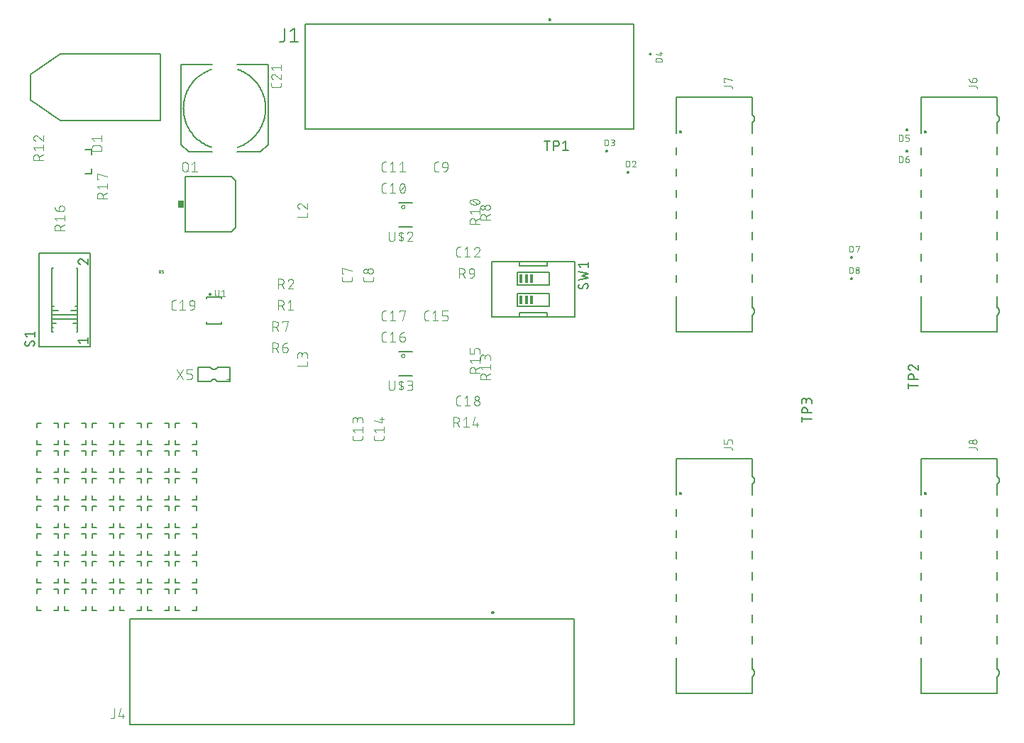
<source format=gbr>
G04 EAGLE Gerber RS-274X export*
G75*
%MOMM*%
%FSLAX34Y34*%
%LPD*%
%INSilkscreen Top*%
%IPPOS*%
%AMOC8*
5,1,8,0,0,1.08239X$1,22.5*%
G01*
%ADD10C,0.101600*%
%ADD11C,0.203200*%
%ADD12C,0.152400*%
%ADD13R,0.762000X0.863600*%
%ADD14C,0.127000*%
%ADD15C,0.076200*%
%ADD16C,0.025400*%
%ADD17R,0.381000X1.016000*%
%ADD18C,0.200000*%
%ADD19C,0.150000*%


D10*
X447106Y699008D02*
X444509Y699008D01*
X444410Y699010D01*
X444310Y699016D01*
X444211Y699025D01*
X444113Y699038D01*
X444015Y699055D01*
X443917Y699076D01*
X443821Y699101D01*
X443726Y699129D01*
X443632Y699161D01*
X443539Y699196D01*
X443447Y699235D01*
X443357Y699278D01*
X443269Y699323D01*
X443182Y699373D01*
X443098Y699425D01*
X443015Y699481D01*
X442935Y699539D01*
X442857Y699601D01*
X442782Y699666D01*
X442709Y699734D01*
X442639Y699804D01*
X442571Y699877D01*
X442506Y699952D01*
X442444Y700030D01*
X442386Y700110D01*
X442330Y700193D01*
X442278Y700277D01*
X442228Y700364D01*
X442183Y700452D01*
X442140Y700542D01*
X442101Y700634D01*
X442066Y700727D01*
X442034Y700821D01*
X442006Y700916D01*
X441981Y701012D01*
X441960Y701110D01*
X441943Y701208D01*
X441930Y701306D01*
X441921Y701405D01*
X441915Y701505D01*
X441913Y701604D01*
X441913Y708096D01*
X441915Y708195D01*
X441921Y708295D01*
X441930Y708394D01*
X441943Y708492D01*
X441960Y708590D01*
X441981Y708688D01*
X442006Y708784D01*
X442034Y708879D01*
X442066Y708973D01*
X442101Y709066D01*
X442140Y709158D01*
X442183Y709248D01*
X442228Y709336D01*
X442278Y709423D01*
X442330Y709507D01*
X442386Y709590D01*
X442444Y709670D01*
X442506Y709748D01*
X442571Y709823D01*
X442639Y709896D01*
X442709Y709966D01*
X442782Y710034D01*
X442857Y710099D01*
X442935Y710161D01*
X443015Y710219D01*
X443098Y710275D01*
X443182Y710327D01*
X443269Y710377D01*
X443357Y710422D01*
X443447Y710465D01*
X443539Y710504D01*
X443631Y710539D01*
X443726Y710571D01*
X443821Y710599D01*
X443917Y710624D01*
X444015Y710645D01*
X444113Y710662D01*
X444211Y710675D01*
X444310Y710684D01*
X444410Y710690D01*
X444509Y710692D01*
X447106Y710692D01*
X451471Y708096D02*
X454716Y710692D01*
X454716Y699008D01*
X451471Y699008D02*
X457962Y699008D01*
X462901Y704850D02*
X462904Y705080D01*
X462912Y705310D01*
X462926Y705539D01*
X462945Y705768D01*
X462970Y705997D01*
X463000Y706224D01*
X463035Y706452D01*
X463076Y706678D01*
X463122Y706903D01*
X463174Y707127D01*
X463231Y707349D01*
X463293Y707571D01*
X463361Y707790D01*
X463434Y708008D01*
X463512Y708225D01*
X463595Y708439D01*
X463683Y708651D01*
X463776Y708861D01*
X463875Y709069D01*
X463874Y709069D02*
X463907Y709159D01*
X463943Y709248D01*
X463983Y709336D01*
X464027Y709421D01*
X464074Y709505D01*
X464124Y709587D01*
X464178Y709667D01*
X464234Y709744D01*
X464294Y709820D01*
X464357Y709893D01*
X464422Y709963D01*
X464491Y710031D01*
X464562Y710095D01*
X464635Y710157D01*
X464711Y710216D01*
X464789Y710272D01*
X464870Y710325D01*
X464952Y710374D01*
X465036Y710420D01*
X465123Y710463D01*
X465210Y710502D01*
X465300Y710538D01*
X465390Y710570D01*
X465482Y710598D01*
X465575Y710623D01*
X465669Y710644D01*
X465763Y710661D01*
X465858Y710675D01*
X465954Y710684D01*
X466050Y710690D01*
X466146Y710692D01*
X466242Y710690D01*
X466338Y710684D01*
X466434Y710675D01*
X466529Y710661D01*
X466623Y710644D01*
X466717Y710623D01*
X466810Y710598D01*
X466902Y710570D01*
X466992Y710538D01*
X467082Y710502D01*
X467169Y710463D01*
X467256Y710420D01*
X467340Y710374D01*
X467422Y710325D01*
X467503Y710272D01*
X467581Y710216D01*
X467657Y710157D01*
X467730Y710095D01*
X467801Y710031D01*
X467870Y709963D01*
X467935Y709893D01*
X467998Y709820D01*
X468058Y709744D01*
X468114Y709667D01*
X468168Y709587D01*
X468218Y709505D01*
X468265Y709421D01*
X468309Y709336D01*
X468349Y709248D01*
X468385Y709159D01*
X468418Y709069D01*
X468419Y709069D02*
X468518Y708862D01*
X468611Y708652D01*
X468699Y708439D01*
X468782Y708225D01*
X468860Y708009D01*
X468933Y707791D01*
X469001Y707571D01*
X469063Y707350D01*
X469120Y707127D01*
X469172Y706903D01*
X469218Y706678D01*
X469259Y706452D01*
X469294Y706225D01*
X469324Y705997D01*
X469349Y705768D01*
X469368Y705539D01*
X469382Y705310D01*
X469390Y705080D01*
X469393Y704850D01*
X462901Y704850D02*
X462904Y704620D01*
X462912Y704390D01*
X462926Y704161D01*
X462945Y703932D01*
X462970Y703703D01*
X463000Y703475D01*
X463035Y703248D01*
X463076Y703022D01*
X463122Y702797D01*
X463174Y702573D01*
X463231Y702350D01*
X463293Y702129D01*
X463361Y701909D01*
X463434Y701691D01*
X463512Y701475D01*
X463595Y701261D01*
X463683Y701049D01*
X463776Y700838D01*
X463875Y700631D01*
X463874Y700631D02*
X463907Y700541D01*
X463943Y700452D01*
X463984Y700364D01*
X464027Y700279D01*
X464074Y700195D01*
X464124Y700113D01*
X464178Y700033D01*
X464234Y699956D01*
X464294Y699880D01*
X464357Y699807D01*
X464422Y699737D01*
X464491Y699669D01*
X464562Y699605D01*
X464635Y699543D01*
X464711Y699484D01*
X464789Y699428D01*
X464870Y699375D01*
X464952Y699326D01*
X465036Y699280D01*
X465123Y699237D01*
X465210Y699198D01*
X465300Y699162D01*
X465390Y699130D01*
X465482Y699102D01*
X465575Y699077D01*
X465669Y699056D01*
X465763Y699039D01*
X465858Y699025D01*
X465954Y699016D01*
X466050Y699010D01*
X466146Y699008D01*
X468418Y700631D02*
X468517Y700838D01*
X468610Y701049D01*
X468698Y701261D01*
X468781Y701475D01*
X468859Y701691D01*
X468932Y701909D01*
X469000Y702129D01*
X469062Y702350D01*
X469119Y702573D01*
X469171Y702797D01*
X469217Y703022D01*
X469258Y703248D01*
X469293Y703475D01*
X469323Y703703D01*
X469348Y703932D01*
X469367Y704161D01*
X469381Y704390D01*
X469389Y704620D01*
X469392Y704850D01*
X468418Y700631D02*
X468385Y700541D01*
X468349Y700452D01*
X468309Y700364D01*
X468265Y700279D01*
X468218Y700195D01*
X468168Y700113D01*
X468114Y700033D01*
X468058Y699956D01*
X467998Y699880D01*
X467935Y699807D01*
X467870Y699737D01*
X467801Y699669D01*
X467730Y699605D01*
X467657Y699543D01*
X467581Y699484D01*
X467503Y699428D01*
X467422Y699375D01*
X467340Y699326D01*
X467256Y699280D01*
X467169Y699237D01*
X467082Y699198D01*
X466992Y699162D01*
X466902Y699130D01*
X466810Y699102D01*
X466717Y699077D01*
X466623Y699056D01*
X466529Y699039D01*
X466434Y699025D01*
X466338Y699016D01*
X466242Y699010D01*
X466146Y699008D01*
X463550Y701604D02*
X468743Y708096D01*
X447106Y724408D02*
X444509Y724408D01*
X444410Y724410D01*
X444310Y724416D01*
X444211Y724425D01*
X444113Y724438D01*
X444015Y724455D01*
X443917Y724476D01*
X443821Y724501D01*
X443726Y724529D01*
X443632Y724561D01*
X443539Y724596D01*
X443447Y724635D01*
X443357Y724678D01*
X443269Y724723D01*
X443182Y724773D01*
X443098Y724825D01*
X443015Y724881D01*
X442935Y724939D01*
X442857Y725001D01*
X442782Y725066D01*
X442709Y725134D01*
X442639Y725204D01*
X442571Y725277D01*
X442506Y725352D01*
X442444Y725430D01*
X442386Y725510D01*
X442330Y725593D01*
X442278Y725677D01*
X442228Y725764D01*
X442183Y725852D01*
X442140Y725942D01*
X442101Y726034D01*
X442066Y726127D01*
X442034Y726221D01*
X442006Y726316D01*
X441981Y726412D01*
X441960Y726510D01*
X441943Y726608D01*
X441930Y726706D01*
X441921Y726805D01*
X441915Y726905D01*
X441913Y727004D01*
X441913Y733496D01*
X441915Y733595D01*
X441921Y733695D01*
X441930Y733794D01*
X441943Y733892D01*
X441960Y733990D01*
X441981Y734088D01*
X442006Y734184D01*
X442034Y734279D01*
X442066Y734373D01*
X442101Y734466D01*
X442140Y734558D01*
X442183Y734648D01*
X442228Y734736D01*
X442278Y734823D01*
X442330Y734907D01*
X442386Y734990D01*
X442444Y735070D01*
X442506Y735148D01*
X442571Y735223D01*
X442639Y735296D01*
X442709Y735366D01*
X442782Y735434D01*
X442857Y735499D01*
X442935Y735561D01*
X443015Y735619D01*
X443098Y735675D01*
X443182Y735727D01*
X443269Y735777D01*
X443357Y735822D01*
X443447Y735865D01*
X443539Y735904D01*
X443631Y735939D01*
X443726Y735971D01*
X443821Y735999D01*
X443917Y736024D01*
X444015Y736045D01*
X444113Y736062D01*
X444211Y736075D01*
X444310Y736084D01*
X444410Y736090D01*
X444509Y736092D01*
X447106Y736092D01*
X451471Y733496D02*
X454716Y736092D01*
X454716Y724408D01*
X451471Y724408D02*
X457962Y724408D01*
X462901Y733496D02*
X466146Y736092D01*
X466146Y724408D01*
X462901Y724408D02*
X469392Y724408D01*
X533409Y622808D02*
X536006Y622808D01*
X533409Y622808D02*
X533310Y622810D01*
X533210Y622816D01*
X533111Y622825D01*
X533013Y622838D01*
X532915Y622855D01*
X532817Y622876D01*
X532721Y622901D01*
X532626Y622929D01*
X532532Y622961D01*
X532439Y622996D01*
X532347Y623035D01*
X532257Y623078D01*
X532169Y623123D01*
X532082Y623173D01*
X531998Y623225D01*
X531915Y623281D01*
X531835Y623339D01*
X531757Y623401D01*
X531682Y623466D01*
X531609Y623534D01*
X531539Y623604D01*
X531471Y623677D01*
X531406Y623752D01*
X531344Y623830D01*
X531286Y623910D01*
X531230Y623993D01*
X531178Y624077D01*
X531128Y624164D01*
X531083Y624252D01*
X531040Y624342D01*
X531001Y624434D01*
X530966Y624527D01*
X530934Y624621D01*
X530906Y624716D01*
X530881Y624812D01*
X530860Y624910D01*
X530843Y625008D01*
X530830Y625106D01*
X530821Y625205D01*
X530815Y625305D01*
X530813Y625404D01*
X530813Y631896D01*
X530815Y631995D01*
X530821Y632095D01*
X530830Y632194D01*
X530843Y632292D01*
X530860Y632390D01*
X530881Y632488D01*
X530906Y632584D01*
X530934Y632679D01*
X530966Y632773D01*
X531001Y632866D01*
X531040Y632958D01*
X531083Y633048D01*
X531128Y633136D01*
X531178Y633223D01*
X531230Y633307D01*
X531286Y633390D01*
X531344Y633470D01*
X531406Y633548D01*
X531471Y633623D01*
X531539Y633696D01*
X531609Y633766D01*
X531682Y633834D01*
X531757Y633899D01*
X531835Y633961D01*
X531915Y634019D01*
X531998Y634075D01*
X532082Y634127D01*
X532169Y634177D01*
X532257Y634222D01*
X532347Y634265D01*
X532439Y634304D01*
X532531Y634339D01*
X532626Y634371D01*
X532721Y634399D01*
X532817Y634424D01*
X532915Y634445D01*
X533013Y634462D01*
X533111Y634475D01*
X533210Y634484D01*
X533310Y634490D01*
X533409Y634492D01*
X536006Y634492D01*
X540371Y631896D02*
X543616Y634492D01*
X543616Y622808D01*
X540371Y622808D02*
X546862Y622808D01*
X558292Y631571D02*
X558290Y631678D01*
X558284Y631784D01*
X558274Y631890D01*
X558261Y631996D01*
X558243Y632102D01*
X558222Y632206D01*
X558197Y632310D01*
X558168Y632413D01*
X558136Y632514D01*
X558099Y632614D01*
X558059Y632713D01*
X558016Y632811D01*
X557969Y632907D01*
X557918Y633001D01*
X557864Y633093D01*
X557807Y633183D01*
X557747Y633271D01*
X557683Y633356D01*
X557616Y633439D01*
X557546Y633520D01*
X557474Y633598D01*
X557398Y633674D01*
X557320Y633746D01*
X557239Y633816D01*
X557156Y633883D01*
X557071Y633947D01*
X556983Y634007D01*
X556893Y634064D01*
X556801Y634118D01*
X556707Y634169D01*
X556611Y634216D01*
X556513Y634259D01*
X556414Y634299D01*
X556314Y634336D01*
X556213Y634368D01*
X556110Y634397D01*
X556006Y634422D01*
X555902Y634443D01*
X555796Y634461D01*
X555690Y634474D01*
X555584Y634484D01*
X555478Y634490D01*
X555371Y634492D01*
X555250Y634490D01*
X555129Y634484D01*
X555009Y634474D01*
X554888Y634461D01*
X554769Y634443D01*
X554649Y634422D01*
X554531Y634397D01*
X554414Y634368D01*
X554297Y634335D01*
X554182Y634299D01*
X554068Y634258D01*
X553955Y634215D01*
X553843Y634167D01*
X553734Y634116D01*
X553626Y634061D01*
X553519Y634003D01*
X553415Y633942D01*
X553313Y633877D01*
X553213Y633809D01*
X553115Y633738D01*
X553019Y633664D01*
X552926Y633587D01*
X552836Y633506D01*
X552748Y633423D01*
X552663Y633337D01*
X552580Y633248D01*
X552501Y633157D01*
X552424Y633063D01*
X552351Y632967D01*
X552281Y632869D01*
X552214Y632768D01*
X552150Y632665D01*
X552090Y632560D01*
X552033Y632453D01*
X551979Y632345D01*
X551929Y632235D01*
X551883Y632123D01*
X551840Y632010D01*
X551801Y631895D01*
X557319Y629299D02*
X557398Y629376D01*
X557474Y629457D01*
X557547Y629540D01*
X557617Y629625D01*
X557684Y629713D01*
X557748Y629803D01*
X557808Y629895D01*
X557865Y629990D01*
X557919Y630086D01*
X557970Y630184D01*
X558017Y630284D01*
X558061Y630386D01*
X558101Y630489D01*
X558137Y630593D01*
X558169Y630699D01*
X558198Y630805D01*
X558223Y630913D01*
X558245Y631021D01*
X558262Y631131D01*
X558276Y631240D01*
X558285Y631350D01*
X558291Y631461D01*
X558293Y631571D01*
X557318Y629299D02*
X551801Y622808D01*
X558292Y622808D01*
X418592Y409006D02*
X418592Y406409D01*
X418590Y406310D01*
X418584Y406210D01*
X418575Y406111D01*
X418562Y406013D01*
X418545Y405915D01*
X418524Y405817D01*
X418499Y405721D01*
X418471Y405626D01*
X418439Y405532D01*
X418404Y405439D01*
X418365Y405347D01*
X418322Y405257D01*
X418277Y405169D01*
X418227Y405082D01*
X418175Y404998D01*
X418119Y404915D01*
X418061Y404835D01*
X417999Y404757D01*
X417934Y404682D01*
X417866Y404609D01*
X417796Y404539D01*
X417723Y404471D01*
X417648Y404406D01*
X417570Y404344D01*
X417490Y404286D01*
X417407Y404230D01*
X417323Y404178D01*
X417236Y404128D01*
X417148Y404083D01*
X417058Y404040D01*
X416966Y404001D01*
X416873Y403966D01*
X416779Y403934D01*
X416684Y403906D01*
X416588Y403881D01*
X416490Y403860D01*
X416392Y403843D01*
X416294Y403830D01*
X416195Y403821D01*
X416095Y403815D01*
X415996Y403813D01*
X409504Y403813D01*
X409504Y403812D02*
X409405Y403814D01*
X409305Y403820D01*
X409206Y403829D01*
X409108Y403842D01*
X409010Y403860D01*
X408912Y403880D01*
X408816Y403905D01*
X408720Y403933D01*
X408626Y403965D01*
X408533Y404000D01*
X408442Y404039D01*
X408352Y404082D01*
X408263Y404127D01*
X408177Y404177D01*
X408092Y404229D01*
X408010Y404285D01*
X407930Y404344D01*
X407852Y404405D01*
X407776Y404470D01*
X407703Y404538D01*
X407633Y404608D01*
X407565Y404681D01*
X407500Y404757D01*
X407439Y404835D01*
X407380Y404915D01*
X407324Y404997D01*
X407272Y405082D01*
X407223Y405168D01*
X407177Y405257D01*
X407134Y405347D01*
X407095Y405438D01*
X407060Y405531D01*
X407028Y405625D01*
X407000Y405721D01*
X406975Y405817D01*
X406955Y405915D01*
X406937Y406013D01*
X406924Y406111D01*
X406915Y406210D01*
X406909Y406309D01*
X406907Y406409D01*
X406908Y406409D02*
X406908Y409006D01*
X409504Y413371D02*
X406908Y416616D01*
X418592Y416616D01*
X418592Y413371D02*
X418592Y419862D01*
X418592Y424801D02*
X418592Y428046D01*
X418590Y428159D01*
X418584Y428272D01*
X418574Y428385D01*
X418560Y428498D01*
X418543Y428610D01*
X418521Y428721D01*
X418496Y428831D01*
X418466Y428941D01*
X418433Y429049D01*
X418396Y429156D01*
X418356Y429262D01*
X418311Y429366D01*
X418263Y429469D01*
X418212Y429570D01*
X418157Y429669D01*
X418099Y429766D01*
X418037Y429861D01*
X417972Y429954D01*
X417904Y430044D01*
X417833Y430132D01*
X417758Y430218D01*
X417681Y430301D01*
X417601Y430381D01*
X417518Y430458D01*
X417432Y430533D01*
X417344Y430604D01*
X417254Y430672D01*
X417161Y430737D01*
X417066Y430799D01*
X416969Y430857D01*
X416870Y430912D01*
X416769Y430963D01*
X416666Y431011D01*
X416562Y431056D01*
X416456Y431096D01*
X416349Y431133D01*
X416241Y431166D01*
X416131Y431196D01*
X416021Y431221D01*
X415910Y431243D01*
X415798Y431260D01*
X415685Y431274D01*
X415572Y431284D01*
X415459Y431290D01*
X415346Y431292D01*
X415233Y431290D01*
X415120Y431284D01*
X415007Y431274D01*
X414894Y431260D01*
X414782Y431243D01*
X414671Y431221D01*
X414561Y431196D01*
X414451Y431166D01*
X414343Y431133D01*
X414236Y431096D01*
X414130Y431056D01*
X414026Y431011D01*
X413923Y430963D01*
X413822Y430912D01*
X413723Y430857D01*
X413626Y430799D01*
X413531Y430737D01*
X413438Y430672D01*
X413348Y430604D01*
X413260Y430533D01*
X413174Y430458D01*
X413091Y430381D01*
X413011Y430301D01*
X412934Y430218D01*
X412859Y430132D01*
X412788Y430044D01*
X412720Y429954D01*
X412655Y429861D01*
X412593Y429766D01*
X412535Y429669D01*
X412480Y429570D01*
X412429Y429469D01*
X412381Y429366D01*
X412336Y429262D01*
X412296Y429156D01*
X412259Y429049D01*
X412226Y428941D01*
X412196Y428831D01*
X412171Y428721D01*
X412149Y428610D01*
X412132Y428498D01*
X412118Y428385D01*
X412108Y428272D01*
X412102Y428159D01*
X412100Y428046D01*
X406908Y428696D02*
X406908Y424801D01*
X406908Y428696D02*
X406910Y428797D01*
X406916Y428897D01*
X406926Y428997D01*
X406939Y429097D01*
X406957Y429196D01*
X406978Y429295D01*
X407003Y429392D01*
X407032Y429489D01*
X407065Y429584D01*
X407101Y429678D01*
X407141Y429770D01*
X407184Y429861D01*
X407231Y429950D01*
X407281Y430037D01*
X407335Y430123D01*
X407392Y430206D01*
X407452Y430286D01*
X407515Y430365D01*
X407582Y430441D01*
X407651Y430514D01*
X407723Y430584D01*
X407797Y430652D01*
X407874Y430717D01*
X407954Y430778D01*
X408036Y430837D01*
X408120Y430892D01*
X408206Y430944D01*
X408294Y430993D01*
X408384Y431038D01*
X408476Y431080D01*
X408569Y431118D01*
X408664Y431152D01*
X408759Y431183D01*
X408856Y431210D01*
X408954Y431233D01*
X409053Y431253D01*
X409153Y431268D01*
X409253Y431280D01*
X409353Y431288D01*
X409454Y431292D01*
X409554Y431292D01*
X409655Y431288D01*
X409755Y431280D01*
X409855Y431268D01*
X409955Y431253D01*
X410054Y431233D01*
X410152Y431210D01*
X410249Y431183D01*
X410344Y431152D01*
X410439Y431118D01*
X410532Y431080D01*
X410624Y431038D01*
X410714Y430993D01*
X410802Y430944D01*
X410888Y430892D01*
X410972Y430837D01*
X411054Y430778D01*
X411134Y430717D01*
X411211Y430652D01*
X411285Y430584D01*
X411357Y430514D01*
X411426Y430441D01*
X411493Y430365D01*
X411556Y430286D01*
X411616Y430206D01*
X411673Y430123D01*
X411727Y430037D01*
X411777Y429950D01*
X411824Y429861D01*
X411867Y429770D01*
X411907Y429678D01*
X411943Y429584D01*
X411976Y429489D01*
X412005Y429392D01*
X412030Y429295D01*
X412051Y429196D01*
X412069Y429097D01*
X412082Y428997D01*
X412092Y428897D01*
X412098Y428797D01*
X412100Y428696D01*
X412101Y428696D02*
X412101Y426099D01*
X443992Y409006D02*
X443992Y406409D01*
X443990Y406310D01*
X443984Y406210D01*
X443975Y406111D01*
X443962Y406013D01*
X443945Y405915D01*
X443924Y405817D01*
X443899Y405721D01*
X443871Y405626D01*
X443839Y405532D01*
X443804Y405439D01*
X443765Y405347D01*
X443722Y405257D01*
X443677Y405169D01*
X443627Y405082D01*
X443575Y404998D01*
X443519Y404915D01*
X443461Y404835D01*
X443399Y404757D01*
X443334Y404682D01*
X443266Y404609D01*
X443196Y404539D01*
X443123Y404471D01*
X443048Y404406D01*
X442970Y404344D01*
X442890Y404286D01*
X442807Y404230D01*
X442723Y404178D01*
X442636Y404128D01*
X442548Y404083D01*
X442458Y404040D01*
X442366Y404001D01*
X442273Y403966D01*
X442179Y403934D01*
X442084Y403906D01*
X441988Y403881D01*
X441890Y403860D01*
X441792Y403843D01*
X441694Y403830D01*
X441595Y403821D01*
X441495Y403815D01*
X441396Y403813D01*
X434904Y403813D01*
X434904Y403812D02*
X434805Y403814D01*
X434705Y403820D01*
X434606Y403829D01*
X434508Y403842D01*
X434410Y403860D01*
X434312Y403880D01*
X434216Y403905D01*
X434120Y403933D01*
X434026Y403965D01*
X433933Y404000D01*
X433842Y404039D01*
X433752Y404082D01*
X433663Y404127D01*
X433577Y404177D01*
X433492Y404229D01*
X433410Y404285D01*
X433330Y404344D01*
X433252Y404405D01*
X433176Y404470D01*
X433103Y404538D01*
X433033Y404608D01*
X432965Y404681D01*
X432900Y404757D01*
X432839Y404835D01*
X432780Y404915D01*
X432724Y404997D01*
X432672Y405082D01*
X432623Y405168D01*
X432577Y405257D01*
X432534Y405347D01*
X432495Y405438D01*
X432460Y405531D01*
X432428Y405625D01*
X432400Y405721D01*
X432375Y405817D01*
X432355Y405915D01*
X432337Y406013D01*
X432324Y406111D01*
X432315Y406210D01*
X432309Y406309D01*
X432307Y406409D01*
X432308Y406409D02*
X432308Y409006D01*
X434904Y413371D02*
X432308Y416616D01*
X443992Y416616D01*
X443992Y413371D02*
X443992Y419862D01*
X441396Y424801D02*
X432308Y427397D01*
X441396Y424801D02*
X441396Y431292D01*
X438799Y429345D02*
X443992Y429345D01*
X495309Y546608D02*
X497906Y546608D01*
X495309Y546608D02*
X495210Y546610D01*
X495110Y546616D01*
X495011Y546625D01*
X494913Y546638D01*
X494815Y546655D01*
X494717Y546676D01*
X494621Y546701D01*
X494526Y546729D01*
X494432Y546761D01*
X494339Y546796D01*
X494247Y546835D01*
X494157Y546878D01*
X494069Y546923D01*
X493982Y546973D01*
X493898Y547025D01*
X493815Y547081D01*
X493735Y547139D01*
X493657Y547201D01*
X493582Y547266D01*
X493509Y547334D01*
X493439Y547404D01*
X493371Y547477D01*
X493306Y547552D01*
X493244Y547630D01*
X493186Y547710D01*
X493130Y547793D01*
X493078Y547877D01*
X493028Y547964D01*
X492983Y548052D01*
X492940Y548142D01*
X492901Y548234D01*
X492866Y548327D01*
X492834Y548421D01*
X492806Y548516D01*
X492781Y548612D01*
X492760Y548710D01*
X492743Y548808D01*
X492730Y548906D01*
X492721Y549005D01*
X492715Y549105D01*
X492713Y549204D01*
X492713Y555696D01*
X492715Y555795D01*
X492721Y555895D01*
X492730Y555994D01*
X492743Y556092D01*
X492760Y556190D01*
X492781Y556288D01*
X492806Y556384D01*
X492834Y556479D01*
X492866Y556573D01*
X492901Y556666D01*
X492940Y556758D01*
X492983Y556848D01*
X493028Y556936D01*
X493078Y557023D01*
X493130Y557107D01*
X493186Y557190D01*
X493244Y557270D01*
X493306Y557348D01*
X493371Y557423D01*
X493439Y557496D01*
X493509Y557566D01*
X493582Y557634D01*
X493657Y557699D01*
X493735Y557761D01*
X493815Y557819D01*
X493898Y557875D01*
X493982Y557927D01*
X494069Y557977D01*
X494157Y558022D01*
X494247Y558065D01*
X494339Y558104D01*
X494431Y558139D01*
X494526Y558171D01*
X494621Y558199D01*
X494717Y558224D01*
X494815Y558245D01*
X494913Y558262D01*
X495011Y558275D01*
X495110Y558284D01*
X495210Y558290D01*
X495309Y558292D01*
X497906Y558292D01*
X502271Y555696D02*
X505516Y558292D01*
X505516Y546608D01*
X502271Y546608D02*
X508762Y546608D01*
X513701Y546608D02*
X517596Y546608D01*
X517695Y546610D01*
X517795Y546616D01*
X517894Y546625D01*
X517992Y546638D01*
X518090Y546655D01*
X518188Y546676D01*
X518284Y546701D01*
X518379Y546729D01*
X518473Y546761D01*
X518566Y546796D01*
X518658Y546835D01*
X518748Y546878D01*
X518836Y546923D01*
X518923Y546973D01*
X519007Y547025D01*
X519090Y547081D01*
X519170Y547139D01*
X519248Y547201D01*
X519323Y547266D01*
X519396Y547334D01*
X519466Y547404D01*
X519534Y547477D01*
X519599Y547552D01*
X519661Y547630D01*
X519719Y547710D01*
X519775Y547793D01*
X519827Y547877D01*
X519877Y547964D01*
X519922Y548052D01*
X519965Y548142D01*
X520004Y548234D01*
X520039Y548327D01*
X520071Y548421D01*
X520099Y548516D01*
X520124Y548612D01*
X520145Y548710D01*
X520162Y548808D01*
X520175Y548906D01*
X520184Y549005D01*
X520190Y549105D01*
X520192Y549204D01*
X520192Y550503D01*
X520190Y550602D01*
X520184Y550702D01*
X520175Y550801D01*
X520162Y550899D01*
X520145Y550997D01*
X520124Y551095D01*
X520099Y551191D01*
X520071Y551286D01*
X520039Y551380D01*
X520004Y551473D01*
X519965Y551565D01*
X519922Y551655D01*
X519877Y551743D01*
X519827Y551830D01*
X519775Y551914D01*
X519719Y551997D01*
X519661Y552077D01*
X519599Y552155D01*
X519534Y552230D01*
X519466Y552303D01*
X519396Y552373D01*
X519323Y552441D01*
X519248Y552506D01*
X519170Y552568D01*
X519090Y552626D01*
X519007Y552682D01*
X518923Y552734D01*
X518836Y552784D01*
X518748Y552829D01*
X518658Y552872D01*
X518566Y552911D01*
X518473Y552946D01*
X518379Y552978D01*
X518284Y553006D01*
X518188Y553031D01*
X518090Y553052D01*
X517992Y553069D01*
X517894Y553082D01*
X517795Y553091D01*
X517695Y553097D01*
X517596Y553099D01*
X513701Y553099D01*
X513701Y558292D01*
X520192Y558292D01*
X447106Y521208D02*
X444509Y521208D01*
X444410Y521210D01*
X444310Y521216D01*
X444211Y521225D01*
X444113Y521238D01*
X444015Y521255D01*
X443917Y521276D01*
X443821Y521301D01*
X443726Y521329D01*
X443632Y521361D01*
X443539Y521396D01*
X443447Y521435D01*
X443357Y521478D01*
X443269Y521523D01*
X443182Y521573D01*
X443098Y521625D01*
X443015Y521681D01*
X442935Y521739D01*
X442857Y521801D01*
X442782Y521866D01*
X442709Y521934D01*
X442639Y522004D01*
X442571Y522077D01*
X442506Y522152D01*
X442444Y522230D01*
X442386Y522310D01*
X442330Y522393D01*
X442278Y522477D01*
X442228Y522564D01*
X442183Y522652D01*
X442140Y522742D01*
X442101Y522834D01*
X442066Y522927D01*
X442034Y523021D01*
X442006Y523116D01*
X441981Y523212D01*
X441960Y523310D01*
X441943Y523408D01*
X441930Y523506D01*
X441921Y523605D01*
X441915Y523705D01*
X441913Y523804D01*
X441913Y530296D01*
X441915Y530395D01*
X441921Y530495D01*
X441930Y530594D01*
X441943Y530692D01*
X441960Y530790D01*
X441981Y530888D01*
X442006Y530984D01*
X442034Y531079D01*
X442066Y531173D01*
X442101Y531266D01*
X442140Y531358D01*
X442183Y531448D01*
X442228Y531536D01*
X442278Y531623D01*
X442330Y531707D01*
X442386Y531790D01*
X442444Y531870D01*
X442506Y531948D01*
X442571Y532023D01*
X442639Y532096D01*
X442709Y532166D01*
X442782Y532234D01*
X442857Y532299D01*
X442935Y532361D01*
X443015Y532419D01*
X443098Y532475D01*
X443182Y532527D01*
X443269Y532577D01*
X443357Y532622D01*
X443447Y532665D01*
X443539Y532704D01*
X443631Y532739D01*
X443726Y532771D01*
X443821Y532799D01*
X443917Y532824D01*
X444015Y532845D01*
X444113Y532862D01*
X444211Y532875D01*
X444310Y532884D01*
X444410Y532890D01*
X444509Y532892D01*
X447106Y532892D01*
X451471Y530296D02*
X454716Y532892D01*
X454716Y521208D01*
X451471Y521208D02*
X457962Y521208D01*
X462901Y527699D02*
X466796Y527699D01*
X466895Y527697D01*
X466995Y527691D01*
X467094Y527682D01*
X467192Y527669D01*
X467290Y527652D01*
X467388Y527631D01*
X467484Y527606D01*
X467579Y527578D01*
X467673Y527546D01*
X467766Y527511D01*
X467858Y527472D01*
X467948Y527429D01*
X468036Y527384D01*
X468123Y527334D01*
X468207Y527282D01*
X468290Y527226D01*
X468370Y527168D01*
X468448Y527106D01*
X468523Y527041D01*
X468596Y526973D01*
X468666Y526903D01*
X468734Y526830D01*
X468799Y526755D01*
X468861Y526677D01*
X468919Y526597D01*
X468975Y526514D01*
X469027Y526430D01*
X469077Y526343D01*
X469122Y526255D01*
X469165Y526165D01*
X469204Y526073D01*
X469239Y525980D01*
X469271Y525886D01*
X469299Y525791D01*
X469324Y525695D01*
X469345Y525597D01*
X469362Y525499D01*
X469375Y525401D01*
X469384Y525302D01*
X469390Y525202D01*
X469392Y525103D01*
X469392Y524454D01*
X469390Y524341D01*
X469384Y524228D01*
X469374Y524115D01*
X469360Y524002D01*
X469343Y523890D01*
X469321Y523779D01*
X469296Y523669D01*
X469266Y523559D01*
X469233Y523451D01*
X469196Y523344D01*
X469156Y523238D01*
X469111Y523134D01*
X469063Y523031D01*
X469012Y522930D01*
X468957Y522831D01*
X468899Y522734D01*
X468837Y522639D01*
X468772Y522546D01*
X468704Y522456D01*
X468633Y522368D01*
X468558Y522282D01*
X468481Y522199D01*
X468401Y522119D01*
X468318Y522042D01*
X468232Y521967D01*
X468144Y521896D01*
X468054Y521828D01*
X467961Y521763D01*
X467866Y521701D01*
X467769Y521643D01*
X467670Y521588D01*
X467569Y521537D01*
X467466Y521489D01*
X467362Y521444D01*
X467256Y521404D01*
X467149Y521367D01*
X467041Y521334D01*
X466931Y521304D01*
X466821Y521279D01*
X466710Y521257D01*
X466598Y521240D01*
X466485Y521226D01*
X466372Y521216D01*
X466259Y521210D01*
X466146Y521208D01*
X466033Y521210D01*
X465920Y521216D01*
X465807Y521226D01*
X465694Y521240D01*
X465582Y521257D01*
X465471Y521279D01*
X465361Y521304D01*
X465251Y521334D01*
X465143Y521367D01*
X465036Y521404D01*
X464930Y521444D01*
X464826Y521489D01*
X464723Y521537D01*
X464622Y521588D01*
X464523Y521643D01*
X464426Y521701D01*
X464331Y521763D01*
X464238Y521828D01*
X464148Y521896D01*
X464060Y521967D01*
X463974Y522042D01*
X463891Y522119D01*
X463811Y522199D01*
X463734Y522282D01*
X463659Y522368D01*
X463588Y522456D01*
X463520Y522546D01*
X463455Y522639D01*
X463393Y522734D01*
X463335Y522831D01*
X463280Y522930D01*
X463229Y523031D01*
X463181Y523134D01*
X463136Y523238D01*
X463096Y523344D01*
X463059Y523451D01*
X463026Y523559D01*
X462996Y523669D01*
X462971Y523779D01*
X462949Y523890D01*
X462932Y524002D01*
X462918Y524115D01*
X462908Y524228D01*
X462902Y524341D01*
X462900Y524454D01*
X462901Y524454D02*
X462901Y527699D01*
X462903Y527842D01*
X462909Y527985D01*
X462919Y528128D01*
X462933Y528270D01*
X462950Y528412D01*
X462972Y528554D01*
X462997Y528695D01*
X463027Y528835D01*
X463060Y528974D01*
X463097Y529112D01*
X463138Y529249D01*
X463182Y529385D01*
X463231Y529520D01*
X463283Y529653D01*
X463338Y529785D01*
X463398Y529915D01*
X463461Y530044D01*
X463527Y530171D01*
X463597Y530295D01*
X463670Y530418D01*
X463747Y530539D01*
X463827Y530658D01*
X463910Y530774D01*
X463996Y530889D01*
X464085Y531000D01*
X464178Y531110D01*
X464273Y531216D01*
X464372Y531320D01*
X464473Y531421D01*
X464577Y531520D01*
X464683Y531615D01*
X464793Y531708D01*
X464904Y531797D01*
X465019Y531883D01*
X465135Y531966D01*
X465254Y532046D01*
X465375Y532123D01*
X465497Y532196D01*
X465622Y532266D01*
X465749Y532332D01*
X465878Y532395D01*
X466008Y532455D01*
X466140Y532510D01*
X466273Y532562D01*
X466408Y532611D01*
X466544Y532655D01*
X466681Y532696D01*
X466819Y532733D01*
X466958Y532766D01*
X467098Y532796D01*
X467239Y532821D01*
X467381Y532843D01*
X467523Y532860D01*
X467665Y532874D01*
X467808Y532884D01*
X467951Y532890D01*
X468094Y532892D01*
X447106Y546608D02*
X444509Y546608D01*
X444410Y546610D01*
X444310Y546616D01*
X444211Y546625D01*
X444113Y546638D01*
X444015Y546655D01*
X443917Y546676D01*
X443821Y546701D01*
X443726Y546729D01*
X443632Y546761D01*
X443539Y546796D01*
X443447Y546835D01*
X443357Y546878D01*
X443269Y546923D01*
X443182Y546973D01*
X443098Y547025D01*
X443015Y547081D01*
X442935Y547139D01*
X442857Y547201D01*
X442782Y547266D01*
X442709Y547334D01*
X442639Y547404D01*
X442571Y547477D01*
X442506Y547552D01*
X442444Y547630D01*
X442386Y547710D01*
X442330Y547793D01*
X442278Y547877D01*
X442228Y547964D01*
X442183Y548052D01*
X442140Y548142D01*
X442101Y548234D01*
X442066Y548327D01*
X442034Y548421D01*
X442006Y548516D01*
X441981Y548612D01*
X441960Y548710D01*
X441943Y548808D01*
X441930Y548906D01*
X441921Y549005D01*
X441915Y549105D01*
X441913Y549204D01*
X441913Y555696D01*
X441915Y555795D01*
X441921Y555895D01*
X441930Y555994D01*
X441943Y556092D01*
X441960Y556190D01*
X441981Y556288D01*
X442006Y556384D01*
X442034Y556479D01*
X442066Y556573D01*
X442101Y556666D01*
X442140Y556758D01*
X442183Y556848D01*
X442228Y556936D01*
X442278Y557023D01*
X442330Y557107D01*
X442386Y557190D01*
X442444Y557270D01*
X442506Y557348D01*
X442571Y557423D01*
X442639Y557496D01*
X442709Y557566D01*
X442782Y557634D01*
X442857Y557699D01*
X442935Y557761D01*
X443015Y557819D01*
X443098Y557875D01*
X443182Y557927D01*
X443269Y557977D01*
X443357Y558022D01*
X443447Y558065D01*
X443539Y558104D01*
X443631Y558139D01*
X443726Y558171D01*
X443821Y558199D01*
X443917Y558224D01*
X444015Y558245D01*
X444113Y558262D01*
X444211Y558275D01*
X444310Y558284D01*
X444410Y558290D01*
X444509Y558292D01*
X447106Y558292D01*
X451471Y555696D02*
X454716Y558292D01*
X454716Y546608D01*
X451471Y546608D02*
X457962Y546608D01*
X462901Y556994D02*
X462901Y558292D01*
X469392Y558292D01*
X466146Y546608D01*
X533409Y445008D02*
X536006Y445008D01*
X533409Y445008D02*
X533310Y445010D01*
X533210Y445016D01*
X533111Y445025D01*
X533013Y445038D01*
X532915Y445055D01*
X532817Y445076D01*
X532721Y445101D01*
X532626Y445129D01*
X532532Y445161D01*
X532439Y445196D01*
X532347Y445235D01*
X532257Y445278D01*
X532169Y445323D01*
X532082Y445373D01*
X531998Y445425D01*
X531915Y445481D01*
X531835Y445539D01*
X531757Y445601D01*
X531682Y445666D01*
X531609Y445734D01*
X531539Y445804D01*
X531471Y445877D01*
X531406Y445952D01*
X531344Y446030D01*
X531286Y446110D01*
X531230Y446193D01*
X531178Y446277D01*
X531128Y446364D01*
X531083Y446452D01*
X531040Y446542D01*
X531001Y446634D01*
X530966Y446727D01*
X530934Y446821D01*
X530906Y446916D01*
X530881Y447012D01*
X530860Y447110D01*
X530843Y447208D01*
X530830Y447306D01*
X530821Y447405D01*
X530815Y447505D01*
X530813Y447604D01*
X530813Y454096D01*
X530815Y454195D01*
X530821Y454295D01*
X530830Y454394D01*
X530843Y454492D01*
X530860Y454590D01*
X530881Y454688D01*
X530906Y454784D01*
X530934Y454879D01*
X530966Y454973D01*
X531001Y455066D01*
X531040Y455158D01*
X531083Y455248D01*
X531128Y455336D01*
X531178Y455423D01*
X531230Y455507D01*
X531286Y455590D01*
X531344Y455670D01*
X531406Y455748D01*
X531471Y455823D01*
X531539Y455896D01*
X531609Y455966D01*
X531682Y456034D01*
X531757Y456099D01*
X531835Y456161D01*
X531915Y456219D01*
X531998Y456275D01*
X532082Y456327D01*
X532169Y456377D01*
X532257Y456422D01*
X532347Y456465D01*
X532439Y456504D01*
X532531Y456539D01*
X532626Y456571D01*
X532721Y456599D01*
X532817Y456624D01*
X532915Y456645D01*
X533013Y456662D01*
X533111Y456675D01*
X533210Y456684D01*
X533310Y456690D01*
X533409Y456692D01*
X536006Y456692D01*
X540371Y454096D02*
X543616Y456692D01*
X543616Y445008D01*
X540371Y445008D02*
X546862Y445008D01*
X551800Y448254D02*
X551802Y448367D01*
X551808Y448480D01*
X551818Y448593D01*
X551832Y448706D01*
X551849Y448818D01*
X551871Y448929D01*
X551896Y449039D01*
X551926Y449149D01*
X551959Y449257D01*
X551996Y449364D01*
X552036Y449470D01*
X552081Y449574D01*
X552129Y449677D01*
X552180Y449778D01*
X552235Y449877D01*
X552293Y449974D01*
X552355Y450069D01*
X552420Y450162D01*
X552488Y450252D01*
X552559Y450340D01*
X552634Y450426D01*
X552711Y450509D01*
X552791Y450589D01*
X552874Y450666D01*
X552960Y450741D01*
X553048Y450812D01*
X553138Y450880D01*
X553231Y450945D01*
X553326Y451007D01*
X553423Y451065D01*
X553522Y451120D01*
X553623Y451171D01*
X553726Y451219D01*
X553830Y451264D01*
X553936Y451304D01*
X554043Y451341D01*
X554151Y451374D01*
X554261Y451404D01*
X554371Y451429D01*
X554482Y451451D01*
X554594Y451468D01*
X554707Y451482D01*
X554820Y451492D01*
X554933Y451498D01*
X555046Y451500D01*
X555159Y451498D01*
X555272Y451492D01*
X555385Y451482D01*
X555498Y451468D01*
X555610Y451451D01*
X555721Y451429D01*
X555831Y451404D01*
X555941Y451374D01*
X556049Y451341D01*
X556156Y451304D01*
X556262Y451264D01*
X556366Y451219D01*
X556469Y451171D01*
X556570Y451120D01*
X556669Y451065D01*
X556766Y451007D01*
X556861Y450945D01*
X556954Y450880D01*
X557044Y450812D01*
X557132Y450741D01*
X557218Y450666D01*
X557301Y450589D01*
X557381Y450509D01*
X557458Y450426D01*
X557533Y450340D01*
X557604Y450252D01*
X557672Y450162D01*
X557737Y450069D01*
X557799Y449974D01*
X557857Y449877D01*
X557912Y449778D01*
X557963Y449677D01*
X558011Y449574D01*
X558056Y449470D01*
X558096Y449364D01*
X558133Y449257D01*
X558166Y449149D01*
X558196Y449039D01*
X558221Y448929D01*
X558243Y448818D01*
X558260Y448706D01*
X558274Y448593D01*
X558284Y448480D01*
X558290Y448367D01*
X558292Y448254D01*
X558290Y448141D01*
X558284Y448028D01*
X558274Y447915D01*
X558260Y447802D01*
X558243Y447690D01*
X558221Y447579D01*
X558196Y447469D01*
X558166Y447359D01*
X558133Y447251D01*
X558096Y447144D01*
X558056Y447038D01*
X558011Y446934D01*
X557963Y446831D01*
X557912Y446730D01*
X557857Y446631D01*
X557799Y446534D01*
X557737Y446439D01*
X557672Y446346D01*
X557604Y446256D01*
X557533Y446168D01*
X557458Y446082D01*
X557381Y445999D01*
X557301Y445919D01*
X557218Y445842D01*
X557132Y445767D01*
X557044Y445696D01*
X556954Y445628D01*
X556861Y445563D01*
X556766Y445501D01*
X556669Y445443D01*
X556570Y445388D01*
X556469Y445337D01*
X556366Y445289D01*
X556262Y445244D01*
X556156Y445204D01*
X556049Y445167D01*
X555941Y445134D01*
X555831Y445104D01*
X555721Y445079D01*
X555610Y445057D01*
X555498Y445040D01*
X555385Y445026D01*
X555272Y445016D01*
X555159Y445010D01*
X555046Y445008D01*
X554933Y445010D01*
X554820Y445016D01*
X554707Y445026D01*
X554594Y445040D01*
X554482Y445057D01*
X554371Y445079D01*
X554261Y445104D01*
X554151Y445134D01*
X554043Y445167D01*
X553936Y445204D01*
X553830Y445244D01*
X553726Y445289D01*
X553623Y445337D01*
X553522Y445388D01*
X553423Y445443D01*
X553326Y445501D01*
X553231Y445563D01*
X553138Y445628D01*
X553048Y445696D01*
X552960Y445767D01*
X552874Y445842D01*
X552791Y445919D01*
X552711Y445999D01*
X552634Y446082D01*
X552559Y446168D01*
X552488Y446256D01*
X552420Y446346D01*
X552355Y446439D01*
X552293Y446534D01*
X552235Y446631D01*
X552180Y446730D01*
X552129Y446831D01*
X552081Y446934D01*
X552036Y447038D01*
X551996Y447144D01*
X551959Y447251D01*
X551926Y447359D01*
X551896Y447469D01*
X551871Y447579D01*
X551849Y447690D01*
X551832Y447802D01*
X551818Y447915D01*
X551808Y448028D01*
X551802Y448141D01*
X551800Y448254D01*
X552450Y454096D02*
X552452Y454197D01*
X552458Y454297D01*
X552468Y454397D01*
X552481Y454497D01*
X552499Y454596D01*
X552520Y454695D01*
X552545Y454792D01*
X552574Y454889D01*
X552607Y454984D01*
X552643Y455078D01*
X552683Y455170D01*
X552726Y455261D01*
X552773Y455350D01*
X552823Y455437D01*
X552877Y455523D01*
X552934Y455606D01*
X552994Y455686D01*
X553057Y455765D01*
X553124Y455841D01*
X553193Y455914D01*
X553265Y455984D01*
X553339Y456052D01*
X553416Y456117D01*
X553496Y456178D01*
X553578Y456237D01*
X553662Y456292D01*
X553748Y456344D01*
X553836Y456393D01*
X553926Y456438D01*
X554018Y456480D01*
X554111Y456518D01*
X554206Y456552D01*
X554301Y456583D01*
X554398Y456610D01*
X554496Y456633D01*
X554595Y456653D01*
X554695Y456668D01*
X554795Y456680D01*
X554895Y456688D01*
X554996Y456692D01*
X555096Y456692D01*
X555197Y456688D01*
X555297Y456680D01*
X555397Y456668D01*
X555497Y456653D01*
X555596Y456633D01*
X555694Y456610D01*
X555791Y456583D01*
X555886Y456552D01*
X555981Y456518D01*
X556074Y456480D01*
X556166Y456438D01*
X556256Y456393D01*
X556344Y456344D01*
X556430Y456292D01*
X556514Y456237D01*
X556596Y456178D01*
X556676Y456117D01*
X556753Y456052D01*
X556827Y455984D01*
X556899Y455914D01*
X556968Y455841D01*
X557035Y455765D01*
X557098Y455686D01*
X557158Y455606D01*
X557215Y455523D01*
X557269Y455437D01*
X557319Y455350D01*
X557366Y455261D01*
X557409Y455170D01*
X557449Y455078D01*
X557485Y454984D01*
X557518Y454889D01*
X557547Y454792D01*
X557572Y454695D01*
X557593Y454596D01*
X557611Y454497D01*
X557624Y454397D01*
X557634Y454297D01*
X557640Y454197D01*
X557642Y454096D01*
X557640Y453995D01*
X557634Y453895D01*
X557624Y453795D01*
X557611Y453695D01*
X557593Y453596D01*
X557572Y453497D01*
X557547Y453400D01*
X557518Y453303D01*
X557485Y453208D01*
X557449Y453114D01*
X557409Y453022D01*
X557366Y452931D01*
X557319Y452842D01*
X557269Y452755D01*
X557215Y452669D01*
X557158Y452586D01*
X557098Y452506D01*
X557035Y452427D01*
X556968Y452351D01*
X556899Y452278D01*
X556827Y452208D01*
X556753Y452140D01*
X556676Y452075D01*
X556596Y452014D01*
X556514Y451955D01*
X556430Y451900D01*
X556344Y451848D01*
X556256Y451799D01*
X556166Y451754D01*
X556074Y451712D01*
X555981Y451674D01*
X555886Y451640D01*
X555791Y451609D01*
X555694Y451582D01*
X555596Y451559D01*
X555497Y451539D01*
X555397Y451524D01*
X555297Y451512D01*
X555197Y451504D01*
X555096Y451500D01*
X554996Y451500D01*
X554895Y451504D01*
X554795Y451512D01*
X554695Y451524D01*
X554595Y451539D01*
X554496Y451559D01*
X554398Y451582D01*
X554301Y451609D01*
X554206Y451640D01*
X554111Y451674D01*
X554018Y451712D01*
X553926Y451754D01*
X553836Y451799D01*
X553748Y451848D01*
X553662Y451900D01*
X553578Y451955D01*
X553496Y452014D01*
X553416Y452075D01*
X553339Y452140D01*
X553265Y452208D01*
X553193Y452278D01*
X553124Y452351D01*
X553057Y452427D01*
X552994Y452506D01*
X552934Y452586D01*
X552877Y452669D01*
X552823Y452755D01*
X552773Y452842D01*
X552726Y452931D01*
X552683Y453022D01*
X552643Y453114D01*
X552607Y453208D01*
X552574Y453303D01*
X552545Y453400D01*
X552520Y453497D01*
X552499Y453596D01*
X552481Y453695D01*
X552468Y453795D01*
X552458Y453895D01*
X552452Y453995D01*
X552450Y454096D01*
D11*
X202000Y757100D02*
X202000Y852100D01*
X239000Y852100D01*
X269000Y852100D02*
X306000Y852100D01*
X306000Y757100D01*
X297000Y748100D02*
X269000Y748100D01*
X239000Y748100D02*
X211000Y748100D01*
X202000Y757100D01*
X297000Y748100D02*
X306000Y757100D01*
X238500Y753600D02*
X237366Y753994D01*
X236242Y754415D01*
X235129Y754864D01*
X234026Y755339D01*
X232936Y755842D01*
X231859Y756371D01*
X230795Y756926D01*
X229744Y757507D01*
X228708Y758114D01*
X227688Y758746D01*
X226683Y759403D01*
X225695Y760084D01*
X224723Y760789D01*
X223769Y761518D01*
X222834Y762270D01*
X221916Y763044D01*
X221019Y763841D01*
X220141Y764660D01*
X219283Y765500D01*
X218446Y766360D01*
X217630Y767241D01*
X216837Y768141D01*
X216065Y769061D01*
X215316Y769999D01*
X214591Y770956D01*
X213889Y771929D01*
X213211Y772920D01*
X212558Y773927D01*
X211929Y774950D01*
X211326Y775988D01*
X210748Y777040D01*
X210197Y778106D01*
X209671Y779185D01*
X209172Y780277D01*
X208700Y781381D01*
X208255Y782496D01*
X207838Y783621D01*
X207448Y784757D01*
X207087Y785901D01*
X206753Y787054D01*
X206448Y788215D01*
X206171Y789383D01*
X205923Y790558D01*
X205704Y791738D01*
X205513Y792923D01*
X205352Y794113D01*
X205220Y795306D01*
X205117Y796502D01*
X205044Y797700D01*
X205000Y798900D01*
X204985Y800100D01*
X205000Y801300D01*
X205044Y802500D01*
X205117Y803698D01*
X205220Y804894D01*
X205352Y806087D01*
X205513Y807277D01*
X205704Y808462D01*
X205923Y809642D01*
X206171Y810817D01*
X206448Y811985D01*
X206753Y813146D01*
X207087Y814299D01*
X207448Y815443D01*
X207838Y816579D01*
X208255Y817704D01*
X208700Y818819D01*
X209172Y819923D01*
X209671Y821015D01*
X210197Y822094D01*
X210748Y823160D01*
X211326Y824212D01*
X211929Y825250D01*
X212558Y826273D01*
X213211Y827280D01*
X213889Y828271D01*
X214591Y829244D01*
X215316Y830201D01*
X216065Y831139D01*
X216837Y832059D01*
X217630Y832959D01*
X218446Y833840D01*
X219283Y834700D01*
X220141Y835540D01*
X221019Y836359D01*
X221916Y837156D01*
X222834Y837930D01*
X223769Y838682D01*
X224723Y839411D01*
X225695Y840116D01*
X226683Y840797D01*
X227688Y841454D01*
X228708Y842086D01*
X229744Y842693D01*
X230795Y843274D01*
X231859Y843829D01*
X232936Y844358D01*
X234026Y844861D01*
X235129Y845336D01*
X236242Y845785D01*
X237366Y846206D01*
X238500Y846600D01*
X269500Y846600D02*
X270634Y846206D01*
X271758Y845785D01*
X272871Y845336D01*
X273974Y844861D01*
X275064Y844358D01*
X276141Y843829D01*
X277205Y843274D01*
X278256Y842693D01*
X279292Y842086D01*
X280312Y841454D01*
X281317Y840797D01*
X282305Y840116D01*
X283277Y839411D01*
X284231Y838682D01*
X285166Y837930D01*
X286084Y837156D01*
X286981Y836359D01*
X287859Y835540D01*
X288717Y834700D01*
X289554Y833840D01*
X290370Y832959D01*
X291163Y832059D01*
X291935Y831139D01*
X292684Y830201D01*
X293409Y829244D01*
X294111Y828271D01*
X294789Y827280D01*
X295442Y826273D01*
X296071Y825250D01*
X296674Y824212D01*
X297252Y823160D01*
X297803Y822094D01*
X298329Y821015D01*
X298828Y819923D01*
X299300Y818819D01*
X299745Y817704D01*
X300162Y816579D01*
X300552Y815443D01*
X300913Y814299D01*
X301247Y813146D01*
X301552Y811985D01*
X301829Y810817D01*
X302077Y809642D01*
X302296Y808462D01*
X302487Y807277D01*
X302648Y806087D01*
X302780Y804894D01*
X302883Y803698D01*
X302956Y802500D01*
X303000Y801300D01*
X303015Y800100D01*
X303000Y798900D01*
X302956Y797700D01*
X302883Y796502D01*
X302780Y795306D01*
X302648Y794113D01*
X302487Y792923D01*
X302296Y791738D01*
X302077Y790558D01*
X301829Y789383D01*
X301552Y788215D01*
X301247Y787054D01*
X300913Y785901D01*
X300552Y784757D01*
X300162Y783621D01*
X299745Y782496D01*
X299300Y781381D01*
X298828Y780277D01*
X298329Y779185D01*
X297803Y778106D01*
X297252Y777040D01*
X296674Y775988D01*
X296071Y774950D01*
X295442Y773927D01*
X294789Y772920D01*
X294111Y771929D01*
X293409Y770956D01*
X292684Y769999D01*
X291935Y769061D01*
X291163Y768141D01*
X290370Y767241D01*
X289554Y766360D01*
X288717Y765500D01*
X287859Y764660D01*
X286981Y763841D01*
X286084Y763044D01*
X285166Y762270D01*
X284231Y761518D01*
X283277Y760789D01*
X282305Y760084D01*
X281317Y759403D01*
X280312Y758746D01*
X279292Y758114D01*
X278256Y757507D01*
X277205Y756926D01*
X276141Y756371D01*
X275064Y755842D01*
X273974Y755339D01*
X272871Y754864D01*
X271758Y754415D01*
X270634Y753994D01*
X269500Y753600D01*
D10*
X321492Y827609D02*
X321492Y830206D01*
X321492Y827609D02*
X321490Y827510D01*
X321484Y827410D01*
X321475Y827311D01*
X321462Y827213D01*
X321445Y827115D01*
X321424Y827017D01*
X321399Y826921D01*
X321371Y826826D01*
X321339Y826732D01*
X321304Y826639D01*
X321265Y826547D01*
X321222Y826457D01*
X321177Y826369D01*
X321127Y826282D01*
X321075Y826198D01*
X321019Y826115D01*
X320961Y826035D01*
X320899Y825957D01*
X320834Y825882D01*
X320766Y825809D01*
X320696Y825739D01*
X320623Y825671D01*
X320548Y825606D01*
X320470Y825544D01*
X320390Y825486D01*
X320307Y825430D01*
X320223Y825378D01*
X320136Y825328D01*
X320048Y825283D01*
X319958Y825240D01*
X319866Y825201D01*
X319773Y825166D01*
X319679Y825134D01*
X319584Y825106D01*
X319488Y825081D01*
X319390Y825060D01*
X319292Y825043D01*
X319194Y825030D01*
X319095Y825021D01*
X318995Y825015D01*
X318896Y825013D01*
X312404Y825013D01*
X312404Y825012D02*
X312305Y825014D01*
X312205Y825020D01*
X312106Y825029D01*
X312008Y825042D01*
X311910Y825060D01*
X311812Y825080D01*
X311716Y825105D01*
X311620Y825133D01*
X311526Y825165D01*
X311433Y825200D01*
X311342Y825239D01*
X311252Y825282D01*
X311163Y825327D01*
X311077Y825377D01*
X310992Y825429D01*
X310910Y825485D01*
X310830Y825544D01*
X310752Y825605D01*
X310676Y825670D01*
X310603Y825738D01*
X310533Y825808D01*
X310465Y825881D01*
X310400Y825957D01*
X310339Y826035D01*
X310280Y826115D01*
X310224Y826197D01*
X310172Y826282D01*
X310123Y826368D01*
X310077Y826457D01*
X310034Y826547D01*
X309995Y826638D01*
X309960Y826731D01*
X309928Y826825D01*
X309900Y826921D01*
X309875Y827017D01*
X309855Y827115D01*
X309837Y827213D01*
X309824Y827311D01*
X309815Y827410D01*
X309809Y827509D01*
X309807Y827609D01*
X309808Y827609D02*
X309808Y830206D01*
X309808Y838141D02*
X309810Y838248D01*
X309816Y838354D01*
X309826Y838460D01*
X309839Y838566D01*
X309857Y838672D01*
X309878Y838776D01*
X309903Y838880D01*
X309932Y838983D01*
X309964Y839084D01*
X310001Y839184D01*
X310041Y839283D01*
X310084Y839381D01*
X310131Y839477D01*
X310182Y839571D01*
X310236Y839663D01*
X310293Y839753D01*
X310353Y839841D01*
X310417Y839926D01*
X310484Y840009D01*
X310554Y840090D01*
X310626Y840168D01*
X310702Y840244D01*
X310780Y840316D01*
X310861Y840386D01*
X310944Y840453D01*
X311029Y840517D01*
X311117Y840577D01*
X311207Y840634D01*
X311299Y840688D01*
X311393Y840739D01*
X311489Y840786D01*
X311587Y840829D01*
X311686Y840869D01*
X311786Y840906D01*
X311887Y840938D01*
X311990Y840967D01*
X312094Y840992D01*
X312198Y841013D01*
X312304Y841031D01*
X312410Y841044D01*
X312516Y841054D01*
X312622Y841060D01*
X312729Y841062D01*
X309808Y838141D02*
X309810Y838020D01*
X309816Y837899D01*
X309826Y837779D01*
X309839Y837658D01*
X309857Y837539D01*
X309878Y837419D01*
X309903Y837301D01*
X309932Y837184D01*
X309965Y837067D01*
X310001Y836952D01*
X310042Y836838D01*
X310085Y836725D01*
X310133Y836613D01*
X310184Y836504D01*
X310239Y836396D01*
X310297Y836289D01*
X310358Y836185D01*
X310423Y836083D01*
X310491Y835983D01*
X310562Y835885D01*
X310636Y835789D01*
X310713Y835696D01*
X310794Y835606D01*
X310877Y835518D01*
X310963Y835433D01*
X311052Y835350D01*
X311143Y835271D01*
X311237Y835194D01*
X311333Y835121D01*
X311431Y835051D01*
X311532Y834984D01*
X311635Y834920D01*
X311740Y834860D01*
X311847Y834802D01*
X311955Y834749D01*
X312065Y834699D01*
X312177Y834653D01*
X312290Y834610D01*
X312405Y834571D01*
X315001Y840088D02*
X314923Y840167D01*
X314843Y840243D01*
X314760Y840316D01*
X314674Y840386D01*
X314587Y840453D01*
X314496Y840517D01*
X314404Y840577D01*
X314310Y840635D01*
X314213Y840689D01*
X314115Y840739D01*
X314015Y840786D01*
X313914Y840830D01*
X313811Y840870D01*
X313706Y840906D01*
X313601Y840938D01*
X313494Y840967D01*
X313387Y840992D01*
X313278Y841014D01*
X313169Y841031D01*
X313060Y841045D01*
X312950Y841054D01*
X312839Y841060D01*
X312729Y841062D01*
X315001Y840088D02*
X321492Y834571D01*
X321492Y841062D01*
X312404Y846001D02*
X309808Y849246D01*
X321492Y849246D01*
X321492Y846001D02*
X321492Y852492D01*
X405892Y598236D02*
X405892Y595639D01*
X405890Y595540D01*
X405884Y595440D01*
X405875Y595341D01*
X405862Y595243D01*
X405845Y595145D01*
X405824Y595047D01*
X405799Y594951D01*
X405771Y594856D01*
X405739Y594762D01*
X405704Y594669D01*
X405665Y594577D01*
X405622Y594487D01*
X405577Y594399D01*
X405527Y594312D01*
X405475Y594228D01*
X405419Y594145D01*
X405361Y594065D01*
X405299Y593987D01*
X405234Y593912D01*
X405166Y593839D01*
X405096Y593769D01*
X405023Y593701D01*
X404948Y593636D01*
X404870Y593574D01*
X404790Y593516D01*
X404707Y593460D01*
X404623Y593408D01*
X404536Y593358D01*
X404448Y593313D01*
X404358Y593270D01*
X404266Y593231D01*
X404173Y593196D01*
X404079Y593164D01*
X403984Y593136D01*
X403888Y593111D01*
X403790Y593090D01*
X403692Y593073D01*
X403594Y593060D01*
X403495Y593051D01*
X403395Y593045D01*
X403296Y593043D01*
X396804Y593043D01*
X396804Y593042D02*
X396705Y593044D01*
X396605Y593050D01*
X396506Y593059D01*
X396408Y593072D01*
X396310Y593090D01*
X396212Y593110D01*
X396116Y593135D01*
X396020Y593163D01*
X395926Y593195D01*
X395833Y593230D01*
X395742Y593269D01*
X395652Y593312D01*
X395563Y593357D01*
X395477Y593407D01*
X395392Y593459D01*
X395310Y593515D01*
X395230Y593574D01*
X395152Y593635D01*
X395076Y593700D01*
X395003Y593768D01*
X394933Y593838D01*
X394865Y593911D01*
X394800Y593987D01*
X394739Y594065D01*
X394680Y594145D01*
X394624Y594227D01*
X394572Y594312D01*
X394523Y594398D01*
X394477Y594487D01*
X394434Y594577D01*
X394395Y594668D01*
X394360Y594761D01*
X394328Y594855D01*
X394300Y594951D01*
X394275Y595047D01*
X394255Y595145D01*
X394237Y595243D01*
X394224Y595341D01*
X394215Y595440D01*
X394209Y595539D01*
X394207Y595639D01*
X394208Y595639D02*
X394208Y598236D01*
X394208Y602601D02*
X395506Y602601D01*
X394208Y602601D02*
X394208Y609092D01*
X405892Y605846D01*
X431292Y598236D02*
X431292Y595639D01*
X431290Y595540D01*
X431284Y595440D01*
X431275Y595341D01*
X431262Y595243D01*
X431245Y595145D01*
X431224Y595047D01*
X431199Y594951D01*
X431171Y594856D01*
X431139Y594762D01*
X431104Y594669D01*
X431065Y594577D01*
X431022Y594487D01*
X430977Y594399D01*
X430927Y594312D01*
X430875Y594228D01*
X430819Y594145D01*
X430761Y594065D01*
X430699Y593987D01*
X430634Y593912D01*
X430566Y593839D01*
X430496Y593769D01*
X430423Y593701D01*
X430348Y593636D01*
X430270Y593574D01*
X430190Y593516D01*
X430107Y593460D01*
X430023Y593408D01*
X429936Y593358D01*
X429848Y593313D01*
X429758Y593270D01*
X429666Y593231D01*
X429573Y593196D01*
X429479Y593164D01*
X429384Y593136D01*
X429288Y593111D01*
X429190Y593090D01*
X429092Y593073D01*
X428994Y593060D01*
X428895Y593051D01*
X428795Y593045D01*
X428696Y593043D01*
X422204Y593043D01*
X422204Y593042D02*
X422105Y593044D01*
X422005Y593050D01*
X421906Y593059D01*
X421808Y593072D01*
X421710Y593090D01*
X421612Y593110D01*
X421516Y593135D01*
X421420Y593163D01*
X421326Y593195D01*
X421233Y593230D01*
X421142Y593269D01*
X421052Y593312D01*
X420963Y593357D01*
X420877Y593407D01*
X420792Y593459D01*
X420710Y593515D01*
X420630Y593574D01*
X420552Y593635D01*
X420476Y593700D01*
X420403Y593768D01*
X420333Y593838D01*
X420265Y593911D01*
X420200Y593987D01*
X420139Y594065D01*
X420080Y594145D01*
X420024Y594227D01*
X419972Y594312D01*
X419923Y594398D01*
X419877Y594487D01*
X419834Y594577D01*
X419795Y594668D01*
X419760Y594761D01*
X419728Y594855D01*
X419700Y594951D01*
X419675Y595047D01*
X419655Y595145D01*
X419637Y595243D01*
X419624Y595341D01*
X419615Y595440D01*
X419609Y595539D01*
X419607Y595639D01*
X419608Y595639D02*
X419608Y598236D01*
X428046Y602600D02*
X427933Y602602D01*
X427820Y602608D01*
X427707Y602618D01*
X427594Y602632D01*
X427482Y602649D01*
X427371Y602671D01*
X427261Y602696D01*
X427151Y602726D01*
X427043Y602759D01*
X426936Y602796D01*
X426830Y602836D01*
X426726Y602881D01*
X426623Y602929D01*
X426522Y602980D01*
X426423Y603035D01*
X426326Y603093D01*
X426231Y603155D01*
X426138Y603220D01*
X426048Y603288D01*
X425960Y603359D01*
X425874Y603434D01*
X425791Y603511D01*
X425711Y603591D01*
X425634Y603674D01*
X425559Y603760D01*
X425488Y603848D01*
X425420Y603938D01*
X425355Y604031D01*
X425293Y604126D01*
X425235Y604223D01*
X425180Y604322D01*
X425129Y604423D01*
X425081Y604526D01*
X425036Y604630D01*
X424996Y604736D01*
X424959Y604843D01*
X424926Y604951D01*
X424896Y605061D01*
X424871Y605171D01*
X424849Y605282D01*
X424832Y605394D01*
X424818Y605507D01*
X424808Y605620D01*
X424802Y605733D01*
X424800Y605846D01*
X424802Y605959D01*
X424808Y606072D01*
X424818Y606185D01*
X424832Y606298D01*
X424849Y606410D01*
X424871Y606521D01*
X424896Y606631D01*
X424926Y606741D01*
X424959Y606849D01*
X424996Y606956D01*
X425036Y607062D01*
X425081Y607166D01*
X425129Y607269D01*
X425180Y607370D01*
X425235Y607469D01*
X425293Y607566D01*
X425355Y607661D01*
X425420Y607754D01*
X425488Y607844D01*
X425559Y607932D01*
X425634Y608018D01*
X425711Y608101D01*
X425791Y608181D01*
X425874Y608258D01*
X425960Y608333D01*
X426048Y608404D01*
X426138Y608472D01*
X426231Y608537D01*
X426326Y608599D01*
X426423Y608657D01*
X426522Y608712D01*
X426623Y608763D01*
X426726Y608811D01*
X426830Y608856D01*
X426936Y608896D01*
X427043Y608933D01*
X427151Y608966D01*
X427261Y608996D01*
X427371Y609021D01*
X427482Y609043D01*
X427594Y609060D01*
X427707Y609074D01*
X427820Y609084D01*
X427933Y609090D01*
X428046Y609092D01*
X428159Y609090D01*
X428272Y609084D01*
X428385Y609074D01*
X428498Y609060D01*
X428610Y609043D01*
X428721Y609021D01*
X428831Y608996D01*
X428941Y608966D01*
X429049Y608933D01*
X429156Y608896D01*
X429262Y608856D01*
X429366Y608811D01*
X429469Y608763D01*
X429570Y608712D01*
X429669Y608657D01*
X429766Y608599D01*
X429861Y608537D01*
X429954Y608472D01*
X430044Y608404D01*
X430132Y608333D01*
X430218Y608258D01*
X430301Y608181D01*
X430381Y608101D01*
X430458Y608018D01*
X430533Y607932D01*
X430604Y607844D01*
X430672Y607754D01*
X430737Y607661D01*
X430799Y607566D01*
X430857Y607469D01*
X430912Y607370D01*
X430963Y607269D01*
X431011Y607166D01*
X431056Y607062D01*
X431096Y606956D01*
X431133Y606849D01*
X431166Y606741D01*
X431196Y606631D01*
X431221Y606521D01*
X431243Y606410D01*
X431260Y606298D01*
X431274Y606185D01*
X431284Y606072D01*
X431290Y605959D01*
X431292Y605846D01*
X431290Y605733D01*
X431284Y605620D01*
X431274Y605507D01*
X431260Y605394D01*
X431243Y605282D01*
X431221Y605171D01*
X431196Y605061D01*
X431166Y604951D01*
X431133Y604843D01*
X431096Y604736D01*
X431056Y604630D01*
X431011Y604526D01*
X430963Y604423D01*
X430912Y604322D01*
X430857Y604223D01*
X430799Y604126D01*
X430737Y604031D01*
X430672Y603938D01*
X430604Y603848D01*
X430533Y603760D01*
X430458Y603674D01*
X430381Y603591D01*
X430301Y603511D01*
X430218Y603434D01*
X430132Y603359D01*
X430044Y603288D01*
X429954Y603220D01*
X429861Y603155D01*
X429766Y603093D01*
X429669Y603035D01*
X429570Y602980D01*
X429469Y602929D01*
X429366Y602881D01*
X429262Y602836D01*
X429156Y602796D01*
X429049Y602759D01*
X428941Y602726D01*
X428831Y602696D01*
X428721Y602671D01*
X428610Y602649D01*
X428498Y602632D01*
X428385Y602618D01*
X428272Y602608D01*
X428159Y602602D01*
X428046Y602600D01*
X422204Y603250D02*
X422103Y603252D01*
X422003Y603258D01*
X421903Y603268D01*
X421803Y603281D01*
X421704Y603299D01*
X421605Y603320D01*
X421508Y603345D01*
X421411Y603374D01*
X421316Y603407D01*
X421222Y603443D01*
X421130Y603483D01*
X421039Y603526D01*
X420950Y603573D01*
X420863Y603623D01*
X420777Y603677D01*
X420694Y603734D01*
X420614Y603794D01*
X420535Y603857D01*
X420459Y603924D01*
X420386Y603993D01*
X420316Y604065D01*
X420248Y604139D01*
X420183Y604216D01*
X420122Y604296D01*
X420063Y604378D01*
X420008Y604462D01*
X419956Y604548D01*
X419907Y604636D01*
X419862Y604726D01*
X419820Y604818D01*
X419782Y604911D01*
X419748Y605006D01*
X419717Y605101D01*
X419690Y605198D01*
X419667Y605296D01*
X419647Y605395D01*
X419632Y605495D01*
X419620Y605595D01*
X419612Y605695D01*
X419608Y605796D01*
X419608Y605896D01*
X419612Y605997D01*
X419620Y606097D01*
X419632Y606197D01*
X419647Y606297D01*
X419667Y606396D01*
X419690Y606494D01*
X419717Y606591D01*
X419748Y606686D01*
X419782Y606781D01*
X419820Y606874D01*
X419862Y606966D01*
X419907Y607056D01*
X419956Y607144D01*
X420008Y607230D01*
X420063Y607314D01*
X420122Y607396D01*
X420183Y607476D01*
X420248Y607553D01*
X420316Y607627D01*
X420386Y607699D01*
X420459Y607768D01*
X420535Y607835D01*
X420614Y607898D01*
X420694Y607958D01*
X420777Y608015D01*
X420863Y608069D01*
X420950Y608119D01*
X421039Y608166D01*
X421130Y608209D01*
X421222Y608249D01*
X421316Y608285D01*
X421411Y608318D01*
X421508Y608347D01*
X421605Y608372D01*
X421704Y608393D01*
X421803Y608411D01*
X421903Y608424D01*
X422003Y608434D01*
X422103Y608440D01*
X422204Y608442D01*
X422305Y608440D01*
X422405Y608434D01*
X422505Y608424D01*
X422605Y608411D01*
X422704Y608393D01*
X422803Y608372D01*
X422900Y608347D01*
X422997Y608318D01*
X423092Y608285D01*
X423186Y608249D01*
X423278Y608209D01*
X423369Y608166D01*
X423458Y608119D01*
X423545Y608069D01*
X423631Y608015D01*
X423714Y607958D01*
X423794Y607898D01*
X423873Y607835D01*
X423949Y607768D01*
X424022Y607699D01*
X424092Y607627D01*
X424160Y607553D01*
X424225Y607476D01*
X424286Y607396D01*
X424345Y607314D01*
X424400Y607230D01*
X424452Y607144D01*
X424501Y607056D01*
X424546Y606966D01*
X424588Y606874D01*
X424626Y606781D01*
X424660Y606686D01*
X424691Y606591D01*
X424718Y606494D01*
X424741Y606396D01*
X424761Y606297D01*
X424776Y606197D01*
X424788Y606097D01*
X424796Y605997D01*
X424800Y605896D01*
X424800Y605796D01*
X424796Y605695D01*
X424788Y605595D01*
X424776Y605495D01*
X424761Y605395D01*
X424741Y605296D01*
X424718Y605198D01*
X424691Y605101D01*
X424660Y605006D01*
X424626Y604911D01*
X424588Y604818D01*
X424546Y604726D01*
X424501Y604636D01*
X424452Y604548D01*
X424400Y604462D01*
X424345Y604378D01*
X424286Y604296D01*
X424225Y604216D01*
X424160Y604139D01*
X424092Y604065D01*
X424022Y603993D01*
X423949Y603924D01*
X423873Y603857D01*
X423794Y603794D01*
X423714Y603734D01*
X423631Y603677D01*
X423545Y603623D01*
X423458Y603573D01*
X423369Y603526D01*
X423278Y603483D01*
X423186Y603443D01*
X423092Y603407D01*
X422997Y603374D01*
X422900Y603345D01*
X422803Y603320D01*
X422704Y603299D01*
X422605Y603281D01*
X422505Y603268D01*
X422405Y603258D01*
X422305Y603252D01*
X422204Y603250D01*
X506739Y724408D02*
X509336Y724408D01*
X506739Y724408D02*
X506640Y724410D01*
X506540Y724416D01*
X506441Y724425D01*
X506343Y724438D01*
X506245Y724455D01*
X506147Y724476D01*
X506051Y724501D01*
X505956Y724529D01*
X505862Y724561D01*
X505769Y724596D01*
X505677Y724635D01*
X505587Y724678D01*
X505499Y724723D01*
X505412Y724773D01*
X505328Y724825D01*
X505245Y724881D01*
X505165Y724939D01*
X505087Y725001D01*
X505012Y725066D01*
X504939Y725134D01*
X504869Y725204D01*
X504801Y725277D01*
X504736Y725352D01*
X504674Y725430D01*
X504616Y725510D01*
X504560Y725593D01*
X504508Y725677D01*
X504458Y725764D01*
X504413Y725852D01*
X504370Y725942D01*
X504331Y726034D01*
X504296Y726127D01*
X504264Y726221D01*
X504236Y726316D01*
X504211Y726412D01*
X504190Y726510D01*
X504173Y726608D01*
X504160Y726706D01*
X504151Y726805D01*
X504145Y726905D01*
X504143Y727004D01*
X504143Y733496D01*
X504145Y733595D01*
X504151Y733695D01*
X504160Y733794D01*
X504173Y733892D01*
X504190Y733990D01*
X504211Y734088D01*
X504236Y734184D01*
X504264Y734279D01*
X504296Y734373D01*
X504331Y734466D01*
X504370Y734558D01*
X504413Y734648D01*
X504458Y734736D01*
X504508Y734823D01*
X504560Y734907D01*
X504616Y734990D01*
X504674Y735070D01*
X504736Y735148D01*
X504801Y735223D01*
X504869Y735296D01*
X504939Y735366D01*
X505012Y735434D01*
X505087Y735499D01*
X505165Y735561D01*
X505245Y735619D01*
X505328Y735675D01*
X505412Y735727D01*
X505499Y735777D01*
X505587Y735822D01*
X505677Y735865D01*
X505769Y735904D01*
X505861Y735939D01*
X505956Y735971D01*
X506051Y735999D01*
X506147Y736024D01*
X506245Y736045D01*
X506343Y736062D01*
X506441Y736075D01*
X506540Y736084D01*
X506640Y736090D01*
X506739Y736092D01*
X509336Y736092D01*
X516297Y729601D02*
X520192Y729601D01*
X516297Y729601D02*
X516198Y729603D01*
X516098Y729609D01*
X515999Y729618D01*
X515901Y729631D01*
X515803Y729648D01*
X515705Y729669D01*
X515609Y729694D01*
X515514Y729722D01*
X515420Y729754D01*
X515327Y729789D01*
X515235Y729828D01*
X515145Y729871D01*
X515057Y729916D01*
X514970Y729966D01*
X514886Y730018D01*
X514803Y730074D01*
X514723Y730132D01*
X514645Y730194D01*
X514570Y730259D01*
X514497Y730327D01*
X514427Y730397D01*
X514359Y730470D01*
X514294Y730545D01*
X514232Y730623D01*
X514174Y730703D01*
X514118Y730786D01*
X514066Y730870D01*
X514016Y730957D01*
X513971Y731045D01*
X513928Y731135D01*
X513889Y731227D01*
X513854Y731320D01*
X513822Y731414D01*
X513794Y731509D01*
X513769Y731605D01*
X513748Y731703D01*
X513731Y731801D01*
X513718Y731899D01*
X513709Y731998D01*
X513703Y732098D01*
X513701Y732197D01*
X513701Y732846D01*
X513700Y732846D02*
X513702Y732959D01*
X513708Y733072D01*
X513718Y733185D01*
X513732Y733298D01*
X513749Y733410D01*
X513771Y733521D01*
X513796Y733631D01*
X513826Y733741D01*
X513859Y733849D01*
X513896Y733956D01*
X513936Y734062D01*
X513981Y734166D01*
X514029Y734269D01*
X514080Y734370D01*
X514135Y734469D01*
X514193Y734566D01*
X514255Y734661D01*
X514320Y734754D01*
X514388Y734844D01*
X514459Y734932D01*
X514534Y735018D01*
X514611Y735101D01*
X514691Y735181D01*
X514774Y735258D01*
X514860Y735333D01*
X514948Y735404D01*
X515038Y735472D01*
X515131Y735537D01*
X515226Y735599D01*
X515323Y735657D01*
X515422Y735712D01*
X515523Y735763D01*
X515626Y735811D01*
X515730Y735856D01*
X515836Y735896D01*
X515943Y735933D01*
X516051Y735966D01*
X516161Y735996D01*
X516271Y736021D01*
X516382Y736043D01*
X516494Y736060D01*
X516607Y736074D01*
X516720Y736084D01*
X516833Y736090D01*
X516946Y736092D01*
X517059Y736090D01*
X517172Y736084D01*
X517285Y736074D01*
X517398Y736060D01*
X517510Y736043D01*
X517621Y736021D01*
X517731Y735996D01*
X517841Y735966D01*
X517949Y735933D01*
X518056Y735896D01*
X518162Y735856D01*
X518266Y735811D01*
X518369Y735763D01*
X518470Y735712D01*
X518569Y735657D01*
X518666Y735599D01*
X518761Y735537D01*
X518854Y735472D01*
X518944Y735404D01*
X519032Y735333D01*
X519118Y735258D01*
X519201Y735181D01*
X519281Y735101D01*
X519358Y735018D01*
X519433Y734932D01*
X519504Y734844D01*
X519572Y734754D01*
X519637Y734661D01*
X519699Y734566D01*
X519757Y734469D01*
X519812Y734370D01*
X519863Y734269D01*
X519911Y734166D01*
X519956Y734062D01*
X519996Y733956D01*
X520033Y733849D01*
X520066Y733741D01*
X520096Y733631D01*
X520121Y733521D01*
X520143Y733410D01*
X520160Y733298D01*
X520174Y733185D01*
X520184Y733072D01*
X520190Y732959D01*
X520192Y732846D01*
X520192Y729601D01*
X520190Y729458D01*
X520184Y729315D01*
X520174Y729172D01*
X520160Y729030D01*
X520143Y728888D01*
X520121Y728746D01*
X520096Y728605D01*
X520066Y728465D01*
X520033Y728326D01*
X519996Y728188D01*
X519955Y728051D01*
X519911Y727915D01*
X519862Y727780D01*
X519810Y727647D01*
X519755Y727515D01*
X519695Y727385D01*
X519632Y727256D01*
X519566Y727129D01*
X519496Y727005D01*
X519423Y726882D01*
X519346Y726761D01*
X519266Y726642D01*
X519183Y726526D01*
X519097Y726411D01*
X519008Y726300D01*
X518915Y726190D01*
X518820Y726084D01*
X518721Y725980D01*
X518620Y725879D01*
X518516Y725780D01*
X518410Y725685D01*
X518300Y725592D01*
X518189Y725503D01*
X518074Y725417D01*
X517958Y725334D01*
X517839Y725254D01*
X517718Y725177D01*
X517596Y725104D01*
X517471Y725034D01*
X517344Y724968D01*
X517215Y724905D01*
X517085Y724845D01*
X516953Y724790D01*
X516820Y724738D01*
X516685Y724689D01*
X516549Y724645D01*
X516412Y724604D01*
X516274Y724567D01*
X516135Y724534D01*
X515995Y724504D01*
X515854Y724479D01*
X515712Y724457D01*
X515570Y724440D01*
X515428Y724426D01*
X515285Y724416D01*
X515142Y724410D01*
X514999Y724408D01*
D12*
X95504Y750824D02*
X87376Y750824D01*
X95504Y750824D02*
X95504Y745236D01*
X95504Y722376D02*
X87376Y722376D01*
X95504Y722376D02*
X95504Y727964D01*
D10*
X95758Y749540D02*
X107442Y749540D01*
X95758Y749540D02*
X95758Y752785D01*
X95760Y752898D01*
X95766Y753011D01*
X95776Y753124D01*
X95790Y753237D01*
X95807Y753349D01*
X95829Y753460D01*
X95854Y753570D01*
X95884Y753680D01*
X95917Y753788D01*
X95954Y753895D01*
X95994Y754001D01*
X96039Y754105D01*
X96087Y754208D01*
X96138Y754309D01*
X96193Y754408D01*
X96251Y754505D01*
X96313Y754600D01*
X96378Y754693D01*
X96446Y754783D01*
X96517Y754871D01*
X96592Y754957D01*
X96669Y755040D01*
X96749Y755120D01*
X96832Y755197D01*
X96918Y755272D01*
X97006Y755343D01*
X97096Y755411D01*
X97189Y755476D01*
X97284Y755538D01*
X97381Y755596D01*
X97480Y755651D01*
X97581Y755702D01*
X97684Y755750D01*
X97788Y755795D01*
X97894Y755835D01*
X98001Y755872D01*
X98109Y755905D01*
X98219Y755935D01*
X98329Y755960D01*
X98440Y755982D01*
X98552Y755999D01*
X98665Y756013D01*
X98778Y756023D01*
X98891Y756029D01*
X99004Y756031D01*
X104196Y756031D01*
X104196Y756032D02*
X104309Y756030D01*
X104422Y756024D01*
X104535Y756014D01*
X104648Y756000D01*
X104760Y755983D01*
X104871Y755961D01*
X104981Y755936D01*
X105091Y755906D01*
X105199Y755873D01*
X105306Y755836D01*
X105412Y755796D01*
X105516Y755751D01*
X105619Y755703D01*
X105720Y755652D01*
X105819Y755597D01*
X105916Y755539D01*
X106011Y755477D01*
X106104Y755412D01*
X106194Y755344D01*
X106282Y755273D01*
X106368Y755198D01*
X106451Y755121D01*
X106531Y755041D01*
X106608Y754958D01*
X106683Y754872D01*
X106754Y754784D01*
X106822Y754694D01*
X106887Y754601D01*
X106949Y754506D01*
X107007Y754409D01*
X107062Y754310D01*
X107113Y754209D01*
X107161Y754106D01*
X107206Y754002D01*
X107246Y753896D01*
X107283Y753789D01*
X107316Y753681D01*
X107346Y753571D01*
X107371Y753461D01*
X107393Y753350D01*
X107410Y753238D01*
X107424Y753125D01*
X107434Y753012D01*
X107440Y752899D01*
X107442Y752786D01*
X107442Y752785D02*
X107442Y749540D01*
X98354Y761351D02*
X95758Y764596D01*
X107442Y764596D01*
X107442Y761351D02*
X107442Y767842D01*
X341138Y670498D02*
X352822Y670498D01*
X352822Y675691D01*
X344059Y686492D02*
X343952Y686490D01*
X343846Y686484D01*
X343740Y686474D01*
X343634Y686461D01*
X343528Y686443D01*
X343424Y686422D01*
X343320Y686397D01*
X343217Y686368D01*
X343116Y686336D01*
X343016Y686299D01*
X342917Y686259D01*
X342819Y686216D01*
X342723Y686169D01*
X342629Y686118D01*
X342537Y686064D01*
X342447Y686007D01*
X342359Y685947D01*
X342274Y685883D01*
X342191Y685816D01*
X342110Y685746D01*
X342032Y685674D01*
X341956Y685598D01*
X341884Y685520D01*
X341814Y685439D01*
X341747Y685356D01*
X341683Y685271D01*
X341623Y685183D01*
X341566Y685093D01*
X341512Y685001D01*
X341461Y684907D01*
X341414Y684811D01*
X341371Y684713D01*
X341331Y684614D01*
X341294Y684514D01*
X341262Y684413D01*
X341233Y684310D01*
X341208Y684206D01*
X341187Y684102D01*
X341169Y683996D01*
X341156Y683890D01*
X341146Y683784D01*
X341140Y683678D01*
X341138Y683571D01*
X341140Y683450D01*
X341146Y683329D01*
X341156Y683209D01*
X341169Y683088D01*
X341187Y682969D01*
X341208Y682849D01*
X341233Y682731D01*
X341262Y682614D01*
X341295Y682497D01*
X341331Y682382D01*
X341372Y682268D01*
X341415Y682155D01*
X341463Y682043D01*
X341514Y681934D01*
X341569Y681826D01*
X341627Y681719D01*
X341688Y681615D01*
X341753Y681513D01*
X341821Y681413D01*
X341892Y681315D01*
X341966Y681219D01*
X342043Y681126D01*
X342124Y681036D01*
X342207Y680948D01*
X342293Y680863D01*
X342382Y680780D01*
X342473Y680701D01*
X342567Y680624D01*
X342663Y680551D01*
X342761Y680481D01*
X342862Y680414D01*
X342965Y680350D01*
X343070Y680290D01*
X343177Y680232D01*
X343285Y680179D01*
X343395Y680129D01*
X343507Y680083D01*
X343620Y680040D01*
X343735Y680001D01*
X346331Y685517D02*
X346253Y685596D01*
X346173Y685672D01*
X346090Y685745D01*
X346004Y685815D01*
X345917Y685882D01*
X345826Y685946D01*
X345734Y686006D01*
X345640Y686064D01*
X345543Y686118D01*
X345445Y686168D01*
X345345Y686215D01*
X345244Y686259D01*
X345141Y686299D01*
X345036Y686335D01*
X344931Y686367D01*
X344824Y686396D01*
X344717Y686421D01*
X344608Y686443D01*
X344499Y686460D01*
X344390Y686474D01*
X344280Y686483D01*
X344169Y686489D01*
X344059Y686491D01*
X346331Y685518D02*
X352822Y680000D01*
X352822Y686492D01*
X352822Y492698D02*
X341138Y492698D01*
X352822Y492698D02*
X352822Y497891D01*
X352822Y502200D02*
X352822Y505446D01*
X352820Y505559D01*
X352814Y505672D01*
X352804Y505785D01*
X352790Y505898D01*
X352773Y506010D01*
X352751Y506121D01*
X352726Y506231D01*
X352696Y506341D01*
X352663Y506449D01*
X352626Y506556D01*
X352586Y506662D01*
X352541Y506766D01*
X352493Y506869D01*
X352442Y506970D01*
X352387Y507069D01*
X352329Y507166D01*
X352267Y507261D01*
X352202Y507354D01*
X352134Y507444D01*
X352063Y507532D01*
X351988Y507618D01*
X351911Y507701D01*
X351831Y507781D01*
X351748Y507858D01*
X351662Y507933D01*
X351574Y508004D01*
X351484Y508072D01*
X351391Y508137D01*
X351296Y508199D01*
X351199Y508257D01*
X351100Y508312D01*
X350999Y508363D01*
X350896Y508411D01*
X350792Y508456D01*
X350686Y508496D01*
X350579Y508533D01*
X350471Y508566D01*
X350361Y508596D01*
X350251Y508621D01*
X350140Y508643D01*
X350028Y508660D01*
X349915Y508674D01*
X349802Y508684D01*
X349689Y508690D01*
X349576Y508692D01*
X349463Y508690D01*
X349350Y508684D01*
X349237Y508674D01*
X349124Y508660D01*
X349012Y508643D01*
X348901Y508621D01*
X348791Y508596D01*
X348681Y508566D01*
X348573Y508533D01*
X348466Y508496D01*
X348360Y508456D01*
X348256Y508411D01*
X348153Y508363D01*
X348052Y508312D01*
X347953Y508257D01*
X347856Y508199D01*
X347761Y508137D01*
X347668Y508072D01*
X347578Y508004D01*
X347490Y507933D01*
X347404Y507858D01*
X347321Y507781D01*
X347241Y507701D01*
X347164Y507618D01*
X347089Y507532D01*
X347018Y507444D01*
X346950Y507354D01*
X346885Y507261D01*
X346823Y507166D01*
X346765Y507069D01*
X346710Y506970D01*
X346659Y506869D01*
X346611Y506766D01*
X346566Y506662D01*
X346526Y506556D01*
X346489Y506449D01*
X346456Y506341D01*
X346426Y506231D01*
X346401Y506121D01*
X346379Y506010D01*
X346362Y505898D01*
X346348Y505785D01*
X346338Y505672D01*
X346332Y505559D01*
X346330Y505446D01*
X341138Y506095D02*
X341138Y502200D01*
X341138Y506095D02*
X341140Y506196D01*
X341146Y506296D01*
X341156Y506396D01*
X341169Y506496D01*
X341187Y506595D01*
X341208Y506694D01*
X341233Y506791D01*
X341262Y506888D01*
X341295Y506983D01*
X341331Y507077D01*
X341371Y507169D01*
X341414Y507260D01*
X341461Y507349D01*
X341511Y507436D01*
X341565Y507522D01*
X341622Y507605D01*
X341682Y507685D01*
X341745Y507764D01*
X341812Y507840D01*
X341881Y507913D01*
X341953Y507983D01*
X342027Y508051D01*
X342104Y508116D01*
X342184Y508177D01*
X342266Y508236D01*
X342350Y508291D01*
X342436Y508343D01*
X342524Y508392D01*
X342614Y508437D01*
X342706Y508479D01*
X342799Y508517D01*
X342894Y508551D01*
X342989Y508582D01*
X343086Y508609D01*
X343184Y508632D01*
X343283Y508652D01*
X343383Y508667D01*
X343483Y508679D01*
X343583Y508687D01*
X343684Y508691D01*
X343784Y508691D01*
X343885Y508687D01*
X343985Y508679D01*
X344085Y508667D01*
X344185Y508652D01*
X344284Y508632D01*
X344382Y508609D01*
X344479Y508582D01*
X344574Y508551D01*
X344669Y508517D01*
X344762Y508479D01*
X344854Y508437D01*
X344944Y508392D01*
X345032Y508343D01*
X345118Y508291D01*
X345202Y508236D01*
X345284Y508177D01*
X345364Y508116D01*
X345441Y508051D01*
X345515Y507983D01*
X345587Y507913D01*
X345656Y507840D01*
X345723Y507764D01*
X345786Y507685D01*
X345846Y507605D01*
X345903Y507522D01*
X345957Y507436D01*
X346007Y507349D01*
X346054Y507260D01*
X346097Y507169D01*
X346137Y507077D01*
X346173Y506983D01*
X346206Y506888D01*
X346235Y506791D01*
X346260Y506694D01*
X346281Y506595D01*
X346299Y506496D01*
X346312Y506396D01*
X346322Y506296D01*
X346328Y506196D01*
X346330Y506095D01*
X346331Y506095D02*
X346331Y503499D01*
D11*
X207100Y653050D02*
X207100Y718550D01*
X261850Y718550D01*
X266850Y713550D01*
X266850Y658050D01*
X261850Y653050D01*
X207100Y653050D01*
D13*
X202184Y685800D03*
D10*
X203708Y727654D02*
X203708Y732846D01*
X203710Y732959D01*
X203716Y733072D01*
X203726Y733185D01*
X203740Y733298D01*
X203757Y733410D01*
X203779Y733521D01*
X203804Y733631D01*
X203834Y733741D01*
X203867Y733849D01*
X203904Y733956D01*
X203944Y734062D01*
X203989Y734166D01*
X204037Y734269D01*
X204088Y734370D01*
X204143Y734469D01*
X204201Y734566D01*
X204263Y734661D01*
X204328Y734754D01*
X204396Y734844D01*
X204467Y734932D01*
X204542Y735018D01*
X204619Y735101D01*
X204699Y735181D01*
X204782Y735258D01*
X204868Y735333D01*
X204956Y735404D01*
X205046Y735472D01*
X205139Y735537D01*
X205234Y735599D01*
X205331Y735657D01*
X205430Y735712D01*
X205531Y735763D01*
X205634Y735811D01*
X205738Y735856D01*
X205844Y735896D01*
X205951Y735933D01*
X206059Y735966D01*
X206169Y735996D01*
X206279Y736021D01*
X206390Y736043D01*
X206502Y736060D01*
X206615Y736074D01*
X206728Y736084D01*
X206841Y736090D01*
X206954Y736092D01*
X207067Y736090D01*
X207180Y736084D01*
X207293Y736074D01*
X207406Y736060D01*
X207518Y736043D01*
X207629Y736021D01*
X207739Y735996D01*
X207849Y735966D01*
X207957Y735933D01*
X208064Y735896D01*
X208170Y735856D01*
X208274Y735811D01*
X208377Y735763D01*
X208478Y735712D01*
X208577Y735657D01*
X208674Y735599D01*
X208769Y735537D01*
X208862Y735472D01*
X208952Y735404D01*
X209040Y735333D01*
X209126Y735258D01*
X209209Y735181D01*
X209289Y735101D01*
X209366Y735018D01*
X209441Y734932D01*
X209512Y734844D01*
X209580Y734754D01*
X209645Y734661D01*
X209707Y734566D01*
X209765Y734469D01*
X209820Y734370D01*
X209871Y734269D01*
X209919Y734166D01*
X209964Y734062D01*
X210004Y733956D01*
X210041Y733849D01*
X210074Y733741D01*
X210104Y733631D01*
X210129Y733521D01*
X210151Y733410D01*
X210168Y733298D01*
X210182Y733185D01*
X210192Y733072D01*
X210198Y732959D01*
X210200Y732846D01*
X210199Y732846D02*
X210199Y727654D01*
X210200Y727654D02*
X210198Y727541D01*
X210192Y727428D01*
X210182Y727315D01*
X210168Y727202D01*
X210151Y727090D01*
X210129Y726979D01*
X210104Y726869D01*
X210074Y726759D01*
X210041Y726651D01*
X210004Y726544D01*
X209964Y726438D01*
X209919Y726334D01*
X209871Y726231D01*
X209820Y726130D01*
X209765Y726031D01*
X209707Y725934D01*
X209645Y725839D01*
X209580Y725746D01*
X209512Y725656D01*
X209441Y725568D01*
X209366Y725482D01*
X209289Y725399D01*
X209209Y725319D01*
X209126Y725242D01*
X209040Y725167D01*
X208952Y725096D01*
X208862Y725028D01*
X208769Y724963D01*
X208674Y724901D01*
X208577Y724843D01*
X208478Y724788D01*
X208377Y724737D01*
X208274Y724689D01*
X208170Y724644D01*
X208064Y724604D01*
X207957Y724567D01*
X207849Y724534D01*
X207739Y724504D01*
X207629Y724479D01*
X207518Y724457D01*
X207406Y724440D01*
X207293Y724426D01*
X207180Y724416D01*
X207067Y724410D01*
X206954Y724408D01*
X206841Y724410D01*
X206728Y724416D01*
X206615Y724426D01*
X206502Y724440D01*
X206390Y724457D01*
X206279Y724479D01*
X206169Y724504D01*
X206059Y724534D01*
X205951Y724567D01*
X205844Y724604D01*
X205738Y724644D01*
X205634Y724689D01*
X205531Y724737D01*
X205430Y724788D01*
X205331Y724843D01*
X205234Y724901D01*
X205139Y724963D01*
X205046Y725028D01*
X204956Y725096D01*
X204868Y725167D01*
X204782Y725242D01*
X204699Y725319D01*
X204619Y725399D01*
X204542Y725482D01*
X204467Y725568D01*
X204396Y725656D01*
X204328Y725746D01*
X204263Y725839D01*
X204201Y725934D01*
X204143Y726031D01*
X204088Y726130D01*
X204037Y726231D01*
X203989Y726334D01*
X203944Y726438D01*
X203904Y726544D01*
X203867Y726651D01*
X203834Y726759D01*
X203804Y726869D01*
X203779Y726979D01*
X203757Y727090D01*
X203740Y727202D01*
X203726Y727315D01*
X203716Y727428D01*
X203710Y727541D01*
X203708Y727654D01*
X208901Y727004D02*
X211497Y724408D01*
X214852Y733496D02*
X218097Y736092D01*
X218097Y724408D01*
X214852Y724408D02*
X221343Y724408D01*
X546608Y662365D02*
X558292Y662365D01*
X546608Y662365D02*
X546608Y665610D01*
X546610Y665723D01*
X546616Y665836D01*
X546626Y665949D01*
X546640Y666062D01*
X546657Y666174D01*
X546679Y666285D01*
X546704Y666395D01*
X546734Y666505D01*
X546767Y666613D01*
X546804Y666720D01*
X546844Y666826D01*
X546889Y666930D01*
X546937Y667033D01*
X546988Y667134D01*
X547043Y667233D01*
X547101Y667330D01*
X547163Y667425D01*
X547228Y667518D01*
X547296Y667608D01*
X547367Y667696D01*
X547442Y667782D01*
X547519Y667865D01*
X547599Y667945D01*
X547682Y668022D01*
X547768Y668097D01*
X547856Y668168D01*
X547946Y668236D01*
X548039Y668301D01*
X548134Y668363D01*
X548231Y668421D01*
X548330Y668476D01*
X548431Y668527D01*
X548534Y668575D01*
X548638Y668620D01*
X548744Y668660D01*
X548851Y668697D01*
X548959Y668730D01*
X549069Y668760D01*
X549179Y668785D01*
X549290Y668807D01*
X549402Y668824D01*
X549515Y668838D01*
X549628Y668848D01*
X549741Y668854D01*
X549854Y668856D01*
X549967Y668854D01*
X550080Y668848D01*
X550193Y668838D01*
X550306Y668824D01*
X550418Y668807D01*
X550529Y668785D01*
X550639Y668760D01*
X550749Y668730D01*
X550857Y668697D01*
X550964Y668660D01*
X551070Y668620D01*
X551174Y668575D01*
X551277Y668527D01*
X551378Y668476D01*
X551477Y668421D01*
X551574Y668363D01*
X551669Y668301D01*
X551762Y668236D01*
X551852Y668168D01*
X551940Y668097D01*
X552026Y668022D01*
X552109Y667945D01*
X552189Y667865D01*
X552266Y667782D01*
X552341Y667696D01*
X552412Y667608D01*
X552480Y667518D01*
X552545Y667425D01*
X552607Y667330D01*
X552665Y667233D01*
X552720Y667134D01*
X552771Y667033D01*
X552819Y666930D01*
X552864Y666826D01*
X552904Y666720D01*
X552941Y666613D01*
X552974Y666505D01*
X553004Y666395D01*
X553029Y666285D01*
X553051Y666174D01*
X553068Y666062D01*
X553082Y665949D01*
X553092Y665836D01*
X553098Y665723D01*
X553100Y665610D01*
X553099Y665610D02*
X553099Y662365D01*
X553099Y666259D02*
X558292Y668856D01*
X549204Y673721D02*
X546608Y676966D01*
X558292Y676966D01*
X558292Y673721D02*
X558292Y680212D01*
X552450Y685151D02*
X552220Y685154D01*
X551990Y685162D01*
X551761Y685176D01*
X551532Y685195D01*
X551303Y685220D01*
X551075Y685250D01*
X550848Y685285D01*
X550622Y685326D01*
X550397Y685372D01*
X550173Y685424D01*
X549950Y685481D01*
X549729Y685543D01*
X549509Y685611D01*
X549291Y685684D01*
X549075Y685762D01*
X548861Y685845D01*
X548649Y685933D01*
X548438Y686026D01*
X548231Y686125D01*
X548231Y686124D02*
X548141Y686157D01*
X548052Y686193D01*
X547964Y686233D01*
X547879Y686277D01*
X547795Y686324D01*
X547713Y686374D01*
X547633Y686428D01*
X547556Y686484D01*
X547480Y686544D01*
X547407Y686607D01*
X547337Y686672D01*
X547269Y686741D01*
X547205Y686812D01*
X547143Y686885D01*
X547084Y686961D01*
X547028Y687039D01*
X546975Y687120D01*
X546926Y687202D01*
X546880Y687286D01*
X546837Y687373D01*
X546798Y687460D01*
X546762Y687550D01*
X546730Y687640D01*
X546702Y687732D01*
X546677Y687825D01*
X546656Y687919D01*
X546639Y688013D01*
X546625Y688108D01*
X546616Y688204D01*
X546610Y688300D01*
X546608Y688396D01*
X546610Y688492D01*
X546616Y688588D01*
X546625Y688684D01*
X546639Y688779D01*
X546656Y688873D01*
X546677Y688967D01*
X546702Y689060D01*
X546730Y689152D01*
X546762Y689242D01*
X546798Y689332D01*
X546837Y689420D01*
X546880Y689506D01*
X546926Y689590D01*
X546975Y689672D01*
X547028Y689753D01*
X547084Y689831D01*
X547143Y689907D01*
X547205Y689980D01*
X547269Y690051D01*
X547337Y690120D01*
X547407Y690185D01*
X547480Y690248D01*
X547556Y690308D01*
X547633Y690364D01*
X547713Y690418D01*
X547795Y690468D01*
X547879Y690515D01*
X547964Y690559D01*
X548052Y690599D01*
X548141Y690635D01*
X548231Y690668D01*
X548438Y690767D01*
X548649Y690860D01*
X548861Y690948D01*
X549075Y691031D01*
X549291Y691109D01*
X549509Y691182D01*
X549729Y691250D01*
X549950Y691312D01*
X550173Y691369D01*
X550397Y691421D01*
X550622Y691467D01*
X550848Y691508D01*
X551075Y691543D01*
X551303Y691573D01*
X551532Y691598D01*
X551761Y691617D01*
X551990Y691631D01*
X552220Y691639D01*
X552450Y691642D01*
X552450Y685151D02*
X552680Y685154D01*
X552910Y685162D01*
X553139Y685176D01*
X553368Y685195D01*
X553597Y685220D01*
X553825Y685250D01*
X554052Y685285D01*
X554278Y685326D01*
X554503Y685372D01*
X554727Y685424D01*
X554950Y685481D01*
X555171Y685543D01*
X555391Y685611D01*
X555609Y685684D01*
X555825Y685762D01*
X556039Y685845D01*
X556251Y685933D01*
X556462Y686026D01*
X556669Y686125D01*
X556669Y686124D02*
X556759Y686157D01*
X556848Y686193D01*
X556936Y686234D01*
X557021Y686277D01*
X557105Y686324D01*
X557187Y686374D01*
X557267Y686428D01*
X557344Y686484D01*
X557420Y686544D01*
X557493Y686607D01*
X557563Y686672D01*
X557631Y686741D01*
X557695Y686812D01*
X557757Y686885D01*
X557816Y686961D01*
X557872Y687039D01*
X557925Y687120D01*
X557974Y687202D01*
X558020Y687286D01*
X558063Y687373D01*
X558102Y687460D01*
X558138Y687550D01*
X558170Y687640D01*
X558198Y687732D01*
X558223Y687825D01*
X558244Y687919D01*
X558261Y688013D01*
X558275Y688108D01*
X558284Y688204D01*
X558290Y688300D01*
X558292Y688396D01*
X556669Y690668D02*
X556462Y690767D01*
X556251Y690860D01*
X556039Y690948D01*
X555825Y691031D01*
X555609Y691109D01*
X555391Y691182D01*
X555171Y691250D01*
X554950Y691312D01*
X554727Y691369D01*
X554503Y691421D01*
X554278Y691467D01*
X554052Y691508D01*
X553825Y691543D01*
X553597Y691573D01*
X553368Y691598D01*
X553139Y691617D01*
X552910Y691631D01*
X552680Y691639D01*
X552450Y691642D01*
X556669Y690668D02*
X556759Y690635D01*
X556848Y690599D01*
X556936Y690559D01*
X557021Y690515D01*
X557105Y690468D01*
X557187Y690418D01*
X557267Y690364D01*
X557344Y690308D01*
X557420Y690248D01*
X557493Y690185D01*
X557563Y690120D01*
X557631Y690051D01*
X557695Y689980D01*
X557757Y689907D01*
X557816Y689831D01*
X557872Y689753D01*
X557925Y689672D01*
X557974Y689590D01*
X558020Y689506D01*
X558063Y689419D01*
X558102Y689332D01*
X558138Y689242D01*
X558170Y689152D01*
X558198Y689060D01*
X558223Y688967D01*
X558244Y688873D01*
X558261Y688779D01*
X558275Y688684D01*
X558284Y688588D01*
X558290Y688492D01*
X558292Y688396D01*
X555696Y685800D02*
X549204Y690993D01*
X37592Y738565D02*
X25908Y738565D01*
X25908Y741810D01*
X25910Y741923D01*
X25916Y742036D01*
X25926Y742149D01*
X25940Y742262D01*
X25957Y742374D01*
X25979Y742485D01*
X26004Y742595D01*
X26034Y742705D01*
X26067Y742813D01*
X26104Y742920D01*
X26144Y743026D01*
X26189Y743130D01*
X26237Y743233D01*
X26288Y743334D01*
X26343Y743433D01*
X26401Y743530D01*
X26463Y743625D01*
X26528Y743718D01*
X26596Y743808D01*
X26667Y743896D01*
X26742Y743982D01*
X26819Y744065D01*
X26899Y744145D01*
X26982Y744222D01*
X27068Y744297D01*
X27156Y744368D01*
X27246Y744436D01*
X27339Y744501D01*
X27434Y744563D01*
X27531Y744621D01*
X27630Y744676D01*
X27731Y744727D01*
X27834Y744775D01*
X27938Y744820D01*
X28044Y744860D01*
X28151Y744897D01*
X28259Y744930D01*
X28369Y744960D01*
X28479Y744985D01*
X28590Y745007D01*
X28702Y745024D01*
X28815Y745038D01*
X28928Y745048D01*
X29041Y745054D01*
X29154Y745056D01*
X29267Y745054D01*
X29380Y745048D01*
X29493Y745038D01*
X29606Y745024D01*
X29718Y745007D01*
X29829Y744985D01*
X29939Y744960D01*
X30049Y744930D01*
X30157Y744897D01*
X30264Y744860D01*
X30370Y744820D01*
X30474Y744775D01*
X30577Y744727D01*
X30678Y744676D01*
X30777Y744621D01*
X30874Y744563D01*
X30969Y744501D01*
X31062Y744436D01*
X31152Y744368D01*
X31240Y744297D01*
X31326Y744222D01*
X31409Y744145D01*
X31489Y744065D01*
X31566Y743982D01*
X31641Y743896D01*
X31712Y743808D01*
X31780Y743718D01*
X31845Y743625D01*
X31907Y743530D01*
X31965Y743433D01*
X32020Y743334D01*
X32071Y743233D01*
X32119Y743130D01*
X32164Y743026D01*
X32204Y742920D01*
X32241Y742813D01*
X32274Y742705D01*
X32304Y742595D01*
X32329Y742485D01*
X32351Y742374D01*
X32368Y742262D01*
X32382Y742149D01*
X32392Y742036D01*
X32398Y741923D01*
X32400Y741810D01*
X32399Y741810D02*
X32399Y738565D01*
X32399Y742459D02*
X37592Y745056D01*
X28504Y749921D02*
X25908Y753166D01*
X37592Y753166D01*
X37592Y749921D02*
X37592Y756412D01*
X28829Y767842D02*
X28722Y767840D01*
X28616Y767834D01*
X28510Y767824D01*
X28404Y767811D01*
X28298Y767793D01*
X28194Y767772D01*
X28090Y767747D01*
X27987Y767718D01*
X27886Y767686D01*
X27786Y767649D01*
X27687Y767609D01*
X27589Y767566D01*
X27493Y767519D01*
X27399Y767468D01*
X27307Y767414D01*
X27217Y767357D01*
X27129Y767297D01*
X27044Y767233D01*
X26961Y767166D01*
X26880Y767096D01*
X26802Y767024D01*
X26726Y766948D01*
X26654Y766870D01*
X26584Y766789D01*
X26517Y766706D01*
X26453Y766621D01*
X26393Y766533D01*
X26336Y766443D01*
X26282Y766351D01*
X26231Y766257D01*
X26184Y766161D01*
X26141Y766063D01*
X26101Y765964D01*
X26064Y765864D01*
X26032Y765763D01*
X26003Y765660D01*
X25978Y765556D01*
X25957Y765452D01*
X25939Y765346D01*
X25926Y765240D01*
X25916Y765134D01*
X25910Y765028D01*
X25908Y764921D01*
X25910Y764800D01*
X25916Y764679D01*
X25926Y764559D01*
X25939Y764438D01*
X25957Y764319D01*
X25978Y764199D01*
X26003Y764081D01*
X26032Y763964D01*
X26065Y763847D01*
X26101Y763732D01*
X26142Y763618D01*
X26185Y763505D01*
X26233Y763393D01*
X26284Y763284D01*
X26339Y763176D01*
X26397Y763069D01*
X26458Y762965D01*
X26523Y762863D01*
X26591Y762763D01*
X26662Y762665D01*
X26736Y762569D01*
X26813Y762476D01*
X26894Y762386D01*
X26977Y762298D01*
X27063Y762213D01*
X27152Y762130D01*
X27243Y762051D01*
X27337Y761974D01*
X27433Y761901D01*
X27531Y761831D01*
X27632Y761764D01*
X27735Y761700D01*
X27840Y761640D01*
X27947Y761582D01*
X28055Y761529D01*
X28165Y761479D01*
X28277Y761433D01*
X28390Y761390D01*
X28505Y761351D01*
X31101Y766868D02*
X31023Y766947D01*
X30943Y767023D01*
X30860Y767096D01*
X30774Y767166D01*
X30687Y767233D01*
X30596Y767297D01*
X30504Y767357D01*
X30410Y767415D01*
X30313Y767469D01*
X30215Y767519D01*
X30115Y767566D01*
X30014Y767610D01*
X29911Y767650D01*
X29806Y767686D01*
X29701Y767718D01*
X29594Y767747D01*
X29487Y767772D01*
X29378Y767794D01*
X29269Y767811D01*
X29160Y767825D01*
X29050Y767834D01*
X28939Y767840D01*
X28829Y767842D01*
X31101Y766868D02*
X37592Y761351D01*
X37592Y767842D01*
X559308Y476758D02*
X570992Y476758D01*
X559308Y476758D02*
X559308Y480004D01*
X559310Y480117D01*
X559316Y480230D01*
X559326Y480343D01*
X559340Y480456D01*
X559357Y480568D01*
X559379Y480679D01*
X559404Y480789D01*
X559434Y480899D01*
X559467Y481007D01*
X559504Y481114D01*
X559544Y481220D01*
X559589Y481324D01*
X559637Y481427D01*
X559688Y481528D01*
X559743Y481627D01*
X559801Y481724D01*
X559863Y481819D01*
X559928Y481912D01*
X559996Y482002D01*
X560067Y482090D01*
X560142Y482176D01*
X560219Y482259D01*
X560299Y482339D01*
X560382Y482416D01*
X560468Y482491D01*
X560556Y482562D01*
X560646Y482630D01*
X560739Y482695D01*
X560834Y482757D01*
X560931Y482815D01*
X561030Y482870D01*
X561131Y482921D01*
X561234Y482969D01*
X561338Y483014D01*
X561444Y483054D01*
X561551Y483091D01*
X561659Y483124D01*
X561769Y483154D01*
X561879Y483179D01*
X561990Y483201D01*
X562102Y483218D01*
X562215Y483232D01*
X562328Y483242D01*
X562441Y483248D01*
X562554Y483250D01*
X562667Y483248D01*
X562780Y483242D01*
X562893Y483232D01*
X563006Y483218D01*
X563118Y483201D01*
X563229Y483179D01*
X563339Y483154D01*
X563449Y483124D01*
X563557Y483091D01*
X563664Y483054D01*
X563770Y483014D01*
X563874Y482969D01*
X563977Y482921D01*
X564078Y482870D01*
X564177Y482815D01*
X564274Y482757D01*
X564369Y482695D01*
X564462Y482630D01*
X564552Y482562D01*
X564640Y482491D01*
X564726Y482416D01*
X564809Y482339D01*
X564889Y482259D01*
X564966Y482176D01*
X565041Y482090D01*
X565112Y482002D01*
X565180Y481912D01*
X565245Y481819D01*
X565307Y481724D01*
X565365Y481627D01*
X565420Y481528D01*
X565471Y481427D01*
X565519Y481324D01*
X565564Y481220D01*
X565604Y481114D01*
X565641Y481007D01*
X565674Y480899D01*
X565704Y480789D01*
X565729Y480679D01*
X565751Y480568D01*
X565768Y480456D01*
X565782Y480343D01*
X565792Y480230D01*
X565798Y480117D01*
X565800Y480004D01*
X565799Y480004D02*
X565799Y476758D01*
X565799Y480653D02*
X570992Y483249D01*
X561904Y488114D02*
X559308Y491360D01*
X570992Y491360D01*
X570992Y494605D02*
X570992Y488114D01*
X570992Y499544D02*
X570992Y502790D01*
X570990Y502903D01*
X570984Y503016D01*
X570974Y503129D01*
X570960Y503242D01*
X570943Y503354D01*
X570921Y503465D01*
X570896Y503575D01*
X570866Y503685D01*
X570833Y503793D01*
X570796Y503900D01*
X570756Y504006D01*
X570711Y504110D01*
X570663Y504213D01*
X570612Y504314D01*
X570557Y504413D01*
X570499Y504510D01*
X570437Y504605D01*
X570372Y504698D01*
X570304Y504788D01*
X570233Y504876D01*
X570158Y504962D01*
X570081Y505045D01*
X570001Y505125D01*
X569918Y505202D01*
X569832Y505277D01*
X569744Y505348D01*
X569654Y505416D01*
X569561Y505481D01*
X569466Y505543D01*
X569369Y505601D01*
X569270Y505656D01*
X569169Y505707D01*
X569066Y505755D01*
X568962Y505800D01*
X568856Y505840D01*
X568749Y505877D01*
X568641Y505910D01*
X568531Y505940D01*
X568421Y505965D01*
X568310Y505987D01*
X568198Y506004D01*
X568085Y506018D01*
X567972Y506028D01*
X567859Y506034D01*
X567746Y506036D01*
X567633Y506034D01*
X567520Y506028D01*
X567407Y506018D01*
X567294Y506004D01*
X567182Y505987D01*
X567071Y505965D01*
X566961Y505940D01*
X566851Y505910D01*
X566743Y505877D01*
X566636Y505840D01*
X566530Y505800D01*
X566426Y505755D01*
X566323Y505707D01*
X566222Y505656D01*
X566123Y505601D01*
X566026Y505543D01*
X565931Y505481D01*
X565838Y505416D01*
X565748Y505348D01*
X565660Y505277D01*
X565574Y505202D01*
X565491Y505125D01*
X565411Y505045D01*
X565334Y504962D01*
X565259Y504876D01*
X565188Y504788D01*
X565120Y504698D01*
X565055Y504605D01*
X564993Y504510D01*
X564935Y504413D01*
X564880Y504314D01*
X564829Y504213D01*
X564781Y504110D01*
X564736Y504006D01*
X564696Y503900D01*
X564659Y503793D01*
X564626Y503685D01*
X564596Y503575D01*
X564571Y503465D01*
X564549Y503354D01*
X564532Y503242D01*
X564518Y503129D01*
X564508Y503016D01*
X564502Y502903D01*
X564500Y502790D01*
X559308Y503439D02*
X559308Y499544D01*
X559308Y503439D02*
X559310Y503540D01*
X559316Y503640D01*
X559326Y503740D01*
X559339Y503840D01*
X559357Y503939D01*
X559378Y504038D01*
X559403Y504135D01*
X559432Y504232D01*
X559465Y504327D01*
X559501Y504421D01*
X559541Y504513D01*
X559584Y504604D01*
X559631Y504693D01*
X559681Y504780D01*
X559735Y504866D01*
X559792Y504949D01*
X559852Y505029D01*
X559915Y505108D01*
X559982Y505184D01*
X560051Y505257D01*
X560123Y505327D01*
X560197Y505395D01*
X560274Y505460D01*
X560354Y505521D01*
X560436Y505580D01*
X560520Y505635D01*
X560606Y505687D01*
X560694Y505736D01*
X560784Y505781D01*
X560876Y505823D01*
X560969Y505861D01*
X561064Y505895D01*
X561159Y505926D01*
X561256Y505953D01*
X561354Y505976D01*
X561453Y505996D01*
X561553Y506011D01*
X561653Y506023D01*
X561753Y506031D01*
X561854Y506035D01*
X561954Y506035D01*
X562055Y506031D01*
X562155Y506023D01*
X562255Y506011D01*
X562355Y505996D01*
X562454Y505976D01*
X562552Y505953D01*
X562649Y505926D01*
X562744Y505895D01*
X562839Y505861D01*
X562932Y505823D01*
X563024Y505781D01*
X563114Y505736D01*
X563202Y505687D01*
X563288Y505635D01*
X563372Y505580D01*
X563454Y505521D01*
X563534Y505460D01*
X563611Y505395D01*
X563685Y505327D01*
X563757Y505257D01*
X563826Y505184D01*
X563893Y505108D01*
X563956Y505029D01*
X564016Y504949D01*
X564073Y504866D01*
X564127Y504780D01*
X564177Y504693D01*
X564224Y504604D01*
X564267Y504513D01*
X564307Y504421D01*
X564343Y504327D01*
X564376Y504232D01*
X564405Y504135D01*
X564430Y504038D01*
X564451Y503939D01*
X564469Y503840D01*
X564482Y503740D01*
X564492Y503640D01*
X564498Y503540D01*
X564500Y503439D01*
X564501Y503439D02*
X564501Y500843D01*
X527558Y431292D02*
X527558Y419608D01*
X527558Y431292D02*
X530804Y431292D01*
X530917Y431290D01*
X531030Y431284D01*
X531143Y431274D01*
X531256Y431260D01*
X531368Y431243D01*
X531479Y431221D01*
X531589Y431196D01*
X531699Y431166D01*
X531807Y431133D01*
X531914Y431096D01*
X532020Y431056D01*
X532124Y431011D01*
X532227Y430963D01*
X532328Y430912D01*
X532427Y430857D01*
X532524Y430799D01*
X532619Y430737D01*
X532712Y430672D01*
X532802Y430604D01*
X532890Y430533D01*
X532976Y430458D01*
X533059Y430381D01*
X533139Y430301D01*
X533216Y430218D01*
X533291Y430132D01*
X533362Y430044D01*
X533430Y429954D01*
X533495Y429861D01*
X533557Y429766D01*
X533615Y429669D01*
X533670Y429570D01*
X533721Y429469D01*
X533769Y429366D01*
X533814Y429262D01*
X533854Y429156D01*
X533891Y429049D01*
X533924Y428941D01*
X533954Y428831D01*
X533979Y428721D01*
X534001Y428610D01*
X534018Y428498D01*
X534032Y428385D01*
X534042Y428272D01*
X534048Y428159D01*
X534050Y428046D01*
X534048Y427933D01*
X534042Y427820D01*
X534032Y427707D01*
X534018Y427594D01*
X534001Y427482D01*
X533979Y427371D01*
X533954Y427261D01*
X533924Y427151D01*
X533891Y427043D01*
X533854Y426936D01*
X533814Y426830D01*
X533769Y426726D01*
X533721Y426623D01*
X533670Y426522D01*
X533615Y426423D01*
X533557Y426326D01*
X533495Y426231D01*
X533430Y426138D01*
X533362Y426048D01*
X533291Y425960D01*
X533216Y425874D01*
X533139Y425791D01*
X533059Y425711D01*
X532976Y425634D01*
X532890Y425559D01*
X532802Y425488D01*
X532712Y425420D01*
X532619Y425355D01*
X532524Y425293D01*
X532427Y425235D01*
X532328Y425180D01*
X532227Y425129D01*
X532124Y425081D01*
X532020Y425036D01*
X531914Y424996D01*
X531807Y424959D01*
X531699Y424926D01*
X531589Y424896D01*
X531479Y424871D01*
X531368Y424849D01*
X531256Y424832D01*
X531143Y424818D01*
X531030Y424808D01*
X530917Y424802D01*
X530804Y424800D01*
X530804Y424801D02*
X527558Y424801D01*
X531453Y424801D02*
X534049Y419608D01*
X538914Y428696D02*
X542160Y431292D01*
X542160Y419608D01*
X545405Y419608D02*
X538914Y419608D01*
X550344Y422204D02*
X552941Y431292D01*
X550344Y422204D02*
X556835Y422204D01*
X554888Y424801D02*
X554888Y419608D01*
X558292Y484565D02*
X546608Y484565D01*
X546608Y487810D01*
X546610Y487923D01*
X546616Y488036D01*
X546626Y488149D01*
X546640Y488262D01*
X546657Y488374D01*
X546679Y488485D01*
X546704Y488595D01*
X546734Y488705D01*
X546767Y488813D01*
X546804Y488920D01*
X546844Y489026D01*
X546889Y489130D01*
X546937Y489233D01*
X546988Y489334D01*
X547043Y489433D01*
X547101Y489530D01*
X547163Y489625D01*
X547228Y489718D01*
X547296Y489808D01*
X547367Y489896D01*
X547442Y489982D01*
X547519Y490065D01*
X547599Y490145D01*
X547682Y490222D01*
X547768Y490297D01*
X547856Y490368D01*
X547946Y490436D01*
X548039Y490501D01*
X548134Y490563D01*
X548231Y490621D01*
X548330Y490676D01*
X548431Y490727D01*
X548534Y490775D01*
X548638Y490820D01*
X548744Y490860D01*
X548851Y490897D01*
X548959Y490930D01*
X549069Y490960D01*
X549179Y490985D01*
X549290Y491007D01*
X549402Y491024D01*
X549515Y491038D01*
X549628Y491048D01*
X549741Y491054D01*
X549854Y491056D01*
X549967Y491054D01*
X550080Y491048D01*
X550193Y491038D01*
X550306Y491024D01*
X550418Y491007D01*
X550529Y490985D01*
X550639Y490960D01*
X550749Y490930D01*
X550857Y490897D01*
X550964Y490860D01*
X551070Y490820D01*
X551174Y490775D01*
X551277Y490727D01*
X551378Y490676D01*
X551477Y490621D01*
X551574Y490563D01*
X551669Y490501D01*
X551762Y490436D01*
X551852Y490368D01*
X551940Y490297D01*
X552026Y490222D01*
X552109Y490145D01*
X552189Y490065D01*
X552266Y489982D01*
X552341Y489896D01*
X552412Y489808D01*
X552480Y489718D01*
X552545Y489625D01*
X552607Y489530D01*
X552665Y489433D01*
X552720Y489334D01*
X552771Y489233D01*
X552819Y489130D01*
X552864Y489026D01*
X552904Y488920D01*
X552941Y488813D01*
X552974Y488705D01*
X553004Y488595D01*
X553029Y488485D01*
X553051Y488374D01*
X553068Y488262D01*
X553082Y488149D01*
X553092Y488036D01*
X553098Y487923D01*
X553100Y487810D01*
X553099Y487810D02*
X553099Y484565D01*
X553099Y488459D02*
X558292Y491056D01*
X549204Y495921D02*
X546608Y499166D01*
X558292Y499166D01*
X558292Y495921D02*
X558292Y502412D01*
X558292Y507351D02*
X558292Y511246D01*
X558290Y511345D01*
X558284Y511445D01*
X558275Y511544D01*
X558262Y511642D01*
X558245Y511740D01*
X558224Y511838D01*
X558199Y511934D01*
X558171Y512029D01*
X558139Y512123D01*
X558104Y512216D01*
X558065Y512308D01*
X558022Y512398D01*
X557977Y512486D01*
X557927Y512573D01*
X557875Y512657D01*
X557819Y512740D01*
X557761Y512820D01*
X557699Y512898D01*
X557634Y512973D01*
X557566Y513046D01*
X557496Y513116D01*
X557423Y513184D01*
X557348Y513249D01*
X557270Y513311D01*
X557190Y513369D01*
X557107Y513425D01*
X557023Y513477D01*
X556936Y513527D01*
X556848Y513572D01*
X556758Y513615D01*
X556666Y513654D01*
X556573Y513689D01*
X556479Y513721D01*
X556384Y513749D01*
X556288Y513774D01*
X556190Y513795D01*
X556092Y513812D01*
X555994Y513825D01*
X555895Y513834D01*
X555795Y513840D01*
X555696Y513842D01*
X554397Y513842D01*
X554298Y513840D01*
X554198Y513834D01*
X554099Y513825D01*
X554001Y513812D01*
X553903Y513795D01*
X553805Y513774D01*
X553709Y513749D01*
X553614Y513721D01*
X553520Y513689D01*
X553427Y513654D01*
X553335Y513615D01*
X553245Y513572D01*
X553157Y513527D01*
X553070Y513477D01*
X552986Y513425D01*
X552903Y513369D01*
X552823Y513311D01*
X552745Y513249D01*
X552670Y513184D01*
X552597Y513116D01*
X552527Y513046D01*
X552459Y512973D01*
X552394Y512898D01*
X552332Y512820D01*
X552274Y512740D01*
X552218Y512657D01*
X552166Y512573D01*
X552116Y512486D01*
X552071Y512398D01*
X552028Y512308D01*
X551989Y512216D01*
X551954Y512123D01*
X551922Y512029D01*
X551894Y511934D01*
X551869Y511838D01*
X551848Y511740D01*
X551831Y511642D01*
X551818Y511544D01*
X551809Y511445D01*
X551803Y511345D01*
X551801Y511246D01*
X551801Y507351D01*
X546608Y507351D01*
X546608Y513842D01*
X62992Y654558D02*
X51308Y654558D01*
X51308Y657804D01*
X51310Y657917D01*
X51316Y658030D01*
X51326Y658143D01*
X51340Y658256D01*
X51357Y658368D01*
X51379Y658479D01*
X51404Y658589D01*
X51434Y658699D01*
X51467Y658807D01*
X51504Y658914D01*
X51544Y659020D01*
X51589Y659124D01*
X51637Y659227D01*
X51688Y659328D01*
X51743Y659427D01*
X51801Y659524D01*
X51863Y659619D01*
X51928Y659712D01*
X51996Y659802D01*
X52067Y659890D01*
X52142Y659976D01*
X52219Y660059D01*
X52299Y660139D01*
X52382Y660216D01*
X52468Y660291D01*
X52556Y660362D01*
X52646Y660430D01*
X52739Y660495D01*
X52834Y660557D01*
X52931Y660615D01*
X53030Y660670D01*
X53131Y660721D01*
X53234Y660769D01*
X53338Y660814D01*
X53444Y660854D01*
X53551Y660891D01*
X53659Y660924D01*
X53769Y660954D01*
X53879Y660979D01*
X53990Y661001D01*
X54102Y661018D01*
X54215Y661032D01*
X54328Y661042D01*
X54441Y661048D01*
X54554Y661050D01*
X54667Y661048D01*
X54780Y661042D01*
X54893Y661032D01*
X55006Y661018D01*
X55118Y661001D01*
X55229Y660979D01*
X55339Y660954D01*
X55449Y660924D01*
X55557Y660891D01*
X55664Y660854D01*
X55770Y660814D01*
X55874Y660769D01*
X55977Y660721D01*
X56078Y660670D01*
X56177Y660615D01*
X56274Y660557D01*
X56369Y660495D01*
X56462Y660430D01*
X56552Y660362D01*
X56640Y660291D01*
X56726Y660216D01*
X56809Y660139D01*
X56889Y660059D01*
X56966Y659976D01*
X57041Y659890D01*
X57112Y659802D01*
X57180Y659712D01*
X57245Y659619D01*
X57307Y659524D01*
X57365Y659427D01*
X57420Y659328D01*
X57471Y659227D01*
X57519Y659124D01*
X57564Y659020D01*
X57604Y658914D01*
X57641Y658807D01*
X57674Y658699D01*
X57704Y658589D01*
X57729Y658479D01*
X57751Y658368D01*
X57768Y658256D01*
X57782Y658143D01*
X57792Y658030D01*
X57798Y657917D01*
X57800Y657804D01*
X57799Y657804D02*
X57799Y654558D01*
X57799Y658453D02*
X62992Y661049D01*
X53904Y665914D02*
X51308Y669160D01*
X62992Y669160D01*
X62992Y672405D02*
X62992Y665914D01*
X56501Y677344D02*
X56501Y681239D01*
X56503Y681338D01*
X56509Y681438D01*
X56518Y681537D01*
X56531Y681635D01*
X56548Y681733D01*
X56569Y681831D01*
X56594Y681927D01*
X56622Y682022D01*
X56654Y682116D01*
X56689Y682209D01*
X56728Y682301D01*
X56771Y682391D01*
X56816Y682479D01*
X56866Y682566D01*
X56918Y682650D01*
X56974Y682733D01*
X57032Y682813D01*
X57094Y682891D01*
X57159Y682966D01*
X57227Y683039D01*
X57297Y683109D01*
X57370Y683177D01*
X57445Y683242D01*
X57523Y683304D01*
X57603Y683362D01*
X57686Y683418D01*
X57770Y683470D01*
X57857Y683520D01*
X57945Y683565D01*
X58035Y683608D01*
X58127Y683647D01*
X58220Y683682D01*
X58314Y683714D01*
X58409Y683742D01*
X58505Y683767D01*
X58603Y683788D01*
X58701Y683805D01*
X58799Y683818D01*
X58898Y683827D01*
X58998Y683833D01*
X59097Y683835D01*
X59746Y683835D01*
X59746Y683836D02*
X59859Y683834D01*
X59972Y683828D01*
X60085Y683818D01*
X60198Y683804D01*
X60310Y683787D01*
X60421Y683765D01*
X60531Y683740D01*
X60641Y683710D01*
X60749Y683677D01*
X60856Y683640D01*
X60962Y683600D01*
X61066Y683555D01*
X61169Y683507D01*
X61270Y683456D01*
X61369Y683401D01*
X61466Y683343D01*
X61561Y683281D01*
X61654Y683216D01*
X61744Y683148D01*
X61832Y683077D01*
X61918Y683002D01*
X62001Y682925D01*
X62081Y682845D01*
X62158Y682762D01*
X62233Y682676D01*
X62304Y682588D01*
X62372Y682498D01*
X62437Y682405D01*
X62499Y682310D01*
X62557Y682213D01*
X62612Y682114D01*
X62663Y682013D01*
X62711Y681910D01*
X62756Y681806D01*
X62796Y681700D01*
X62833Y681593D01*
X62866Y681485D01*
X62896Y681375D01*
X62921Y681265D01*
X62943Y681154D01*
X62960Y681042D01*
X62974Y680929D01*
X62984Y680816D01*
X62990Y680703D01*
X62992Y680590D01*
X62990Y680477D01*
X62984Y680364D01*
X62974Y680251D01*
X62960Y680138D01*
X62943Y680026D01*
X62921Y679915D01*
X62896Y679805D01*
X62866Y679695D01*
X62833Y679587D01*
X62796Y679480D01*
X62756Y679374D01*
X62711Y679270D01*
X62663Y679167D01*
X62612Y679066D01*
X62557Y678967D01*
X62499Y678870D01*
X62437Y678775D01*
X62372Y678682D01*
X62304Y678592D01*
X62233Y678504D01*
X62158Y678418D01*
X62081Y678335D01*
X62001Y678255D01*
X61918Y678178D01*
X61832Y678103D01*
X61744Y678032D01*
X61654Y677964D01*
X61561Y677899D01*
X61466Y677837D01*
X61369Y677779D01*
X61270Y677724D01*
X61169Y677673D01*
X61066Y677625D01*
X60962Y677580D01*
X60856Y677540D01*
X60749Y677503D01*
X60641Y677470D01*
X60531Y677440D01*
X60421Y677415D01*
X60310Y677393D01*
X60198Y677376D01*
X60085Y677362D01*
X59972Y677352D01*
X59859Y677346D01*
X59746Y677344D01*
X56501Y677344D01*
X56358Y677346D01*
X56215Y677352D01*
X56072Y677362D01*
X55930Y677376D01*
X55788Y677393D01*
X55646Y677415D01*
X55505Y677440D01*
X55365Y677470D01*
X55226Y677503D01*
X55088Y677540D01*
X54951Y677581D01*
X54815Y677625D01*
X54680Y677674D01*
X54547Y677726D01*
X54415Y677781D01*
X54285Y677841D01*
X54156Y677904D01*
X54029Y677970D01*
X53905Y678040D01*
X53782Y678113D01*
X53661Y678190D01*
X53542Y678269D01*
X53426Y678353D01*
X53311Y678439D01*
X53200Y678528D01*
X53091Y678621D01*
X52984Y678716D01*
X52880Y678815D01*
X52779Y678916D01*
X52680Y679020D01*
X52585Y679126D01*
X52492Y679236D01*
X52403Y679347D01*
X52317Y679461D01*
X52234Y679578D01*
X52154Y679697D01*
X52077Y679818D01*
X52004Y679940D01*
X51934Y680065D01*
X51868Y680192D01*
X51805Y680321D01*
X51745Y680451D01*
X51690Y680583D01*
X51638Y680716D01*
X51589Y680851D01*
X51545Y680987D01*
X51504Y681124D01*
X51467Y681262D01*
X51434Y681401D01*
X51404Y681541D01*
X51379Y681682D01*
X51357Y681824D01*
X51340Y681966D01*
X51326Y682108D01*
X51316Y682251D01*
X51310Y682394D01*
X51308Y682537D01*
X102108Y692658D02*
X113792Y692658D01*
X102108Y692658D02*
X102108Y695904D01*
X102110Y696017D01*
X102116Y696130D01*
X102126Y696243D01*
X102140Y696356D01*
X102157Y696468D01*
X102179Y696579D01*
X102204Y696689D01*
X102234Y696799D01*
X102267Y696907D01*
X102304Y697014D01*
X102344Y697120D01*
X102389Y697224D01*
X102437Y697327D01*
X102488Y697428D01*
X102543Y697527D01*
X102601Y697624D01*
X102663Y697719D01*
X102728Y697812D01*
X102796Y697902D01*
X102867Y697990D01*
X102942Y698076D01*
X103019Y698159D01*
X103099Y698239D01*
X103182Y698316D01*
X103268Y698391D01*
X103356Y698462D01*
X103446Y698530D01*
X103539Y698595D01*
X103634Y698657D01*
X103731Y698715D01*
X103830Y698770D01*
X103931Y698821D01*
X104034Y698869D01*
X104138Y698914D01*
X104244Y698954D01*
X104351Y698991D01*
X104459Y699024D01*
X104569Y699054D01*
X104679Y699079D01*
X104790Y699101D01*
X104902Y699118D01*
X105015Y699132D01*
X105128Y699142D01*
X105241Y699148D01*
X105354Y699150D01*
X105467Y699148D01*
X105580Y699142D01*
X105693Y699132D01*
X105806Y699118D01*
X105918Y699101D01*
X106029Y699079D01*
X106139Y699054D01*
X106249Y699024D01*
X106357Y698991D01*
X106464Y698954D01*
X106570Y698914D01*
X106674Y698869D01*
X106777Y698821D01*
X106878Y698770D01*
X106977Y698715D01*
X107074Y698657D01*
X107169Y698595D01*
X107262Y698530D01*
X107352Y698462D01*
X107440Y698391D01*
X107526Y698316D01*
X107609Y698239D01*
X107689Y698159D01*
X107766Y698076D01*
X107841Y697990D01*
X107912Y697902D01*
X107980Y697812D01*
X108045Y697719D01*
X108107Y697624D01*
X108165Y697527D01*
X108220Y697428D01*
X108271Y697327D01*
X108319Y697224D01*
X108364Y697120D01*
X108404Y697014D01*
X108441Y696907D01*
X108474Y696799D01*
X108504Y696689D01*
X108529Y696579D01*
X108551Y696468D01*
X108568Y696356D01*
X108582Y696243D01*
X108592Y696130D01*
X108598Y696017D01*
X108600Y695904D01*
X108599Y695904D02*
X108599Y692658D01*
X108599Y696553D02*
X113792Y699149D01*
X104704Y704014D02*
X102108Y707260D01*
X113792Y707260D01*
X113792Y710505D02*
X113792Y704014D01*
X103406Y715444D02*
X102108Y715444D01*
X102108Y721935D01*
X113792Y718690D01*
X559308Y667258D02*
X570992Y667258D01*
X559308Y667258D02*
X559308Y670504D01*
X559310Y670617D01*
X559316Y670730D01*
X559326Y670843D01*
X559340Y670956D01*
X559357Y671068D01*
X559379Y671179D01*
X559404Y671289D01*
X559434Y671399D01*
X559467Y671507D01*
X559504Y671614D01*
X559544Y671720D01*
X559589Y671824D01*
X559637Y671927D01*
X559688Y672028D01*
X559743Y672127D01*
X559801Y672224D01*
X559863Y672319D01*
X559928Y672412D01*
X559996Y672502D01*
X560067Y672590D01*
X560142Y672676D01*
X560219Y672759D01*
X560299Y672839D01*
X560382Y672916D01*
X560468Y672991D01*
X560556Y673062D01*
X560646Y673130D01*
X560739Y673195D01*
X560834Y673257D01*
X560931Y673315D01*
X561030Y673370D01*
X561131Y673421D01*
X561234Y673469D01*
X561338Y673514D01*
X561444Y673554D01*
X561551Y673591D01*
X561659Y673624D01*
X561769Y673654D01*
X561879Y673679D01*
X561990Y673701D01*
X562102Y673718D01*
X562215Y673732D01*
X562328Y673742D01*
X562441Y673748D01*
X562554Y673750D01*
X562667Y673748D01*
X562780Y673742D01*
X562893Y673732D01*
X563006Y673718D01*
X563118Y673701D01*
X563229Y673679D01*
X563339Y673654D01*
X563449Y673624D01*
X563557Y673591D01*
X563664Y673554D01*
X563770Y673514D01*
X563874Y673469D01*
X563977Y673421D01*
X564078Y673370D01*
X564177Y673315D01*
X564274Y673257D01*
X564369Y673195D01*
X564462Y673130D01*
X564552Y673062D01*
X564640Y672991D01*
X564726Y672916D01*
X564809Y672839D01*
X564889Y672759D01*
X564966Y672676D01*
X565041Y672590D01*
X565112Y672502D01*
X565180Y672412D01*
X565245Y672319D01*
X565307Y672224D01*
X565365Y672127D01*
X565420Y672028D01*
X565471Y671927D01*
X565519Y671824D01*
X565564Y671720D01*
X565604Y671614D01*
X565641Y671507D01*
X565674Y671399D01*
X565704Y671289D01*
X565729Y671179D01*
X565751Y671068D01*
X565768Y670956D01*
X565782Y670843D01*
X565792Y670730D01*
X565798Y670617D01*
X565800Y670504D01*
X565799Y670504D02*
X565799Y667258D01*
X565799Y671153D02*
X570992Y673749D01*
X567746Y678614D02*
X567633Y678616D01*
X567520Y678622D01*
X567407Y678632D01*
X567294Y678646D01*
X567182Y678663D01*
X567071Y678685D01*
X566961Y678710D01*
X566851Y678740D01*
X566743Y678773D01*
X566636Y678810D01*
X566530Y678850D01*
X566426Y678895D01*
X566323Y678943D01*
X566222Y678994D01*
X566123Y679049D01*
X566026Y679107D01*
X565931Y679169D01*
X565838Y679234D01*
X565748Y679302D01*
X565660Y679373D01*
X565574Y679448D01*
X565491Y679525D01*
X565411Y679605D01*
X565334Y679688D01*
X565259Y679774D01*
X565188Y679862D01*
X565120Y679952D01*
X565055Y680045D01*
X564993Y680140D01*
X564935Y680237D01*
X564880Y680336D01*
X564829Y680437D01*
X564781Y680540D01*
X564736Y680644D01*
X564696Y680750D01*
X564659Y680857D01*
X564626Y680965D01*
X564596Y681075D01*
X564571Y681185D01*
X564549Y681296D01*
X564532Y681408D01*
X564518Y681521D01*
X564508Y681634D01*
X564502Y681747D01*
X564500Y681860D01*
X564502Y681973D01*
X564508Y682086D01*
X564518Y682199D01*
X564532Y682312D01*
X564549Y682424D01*
X564571Y682535D01*
X564596Y682645D01*
X564626Y682755D01*
X564659Y682863D01*
X564696Y682970D01*
X564736Y683076D01*
X564781Y683180D01*
X564829Y683283D01*
X564880Y683384D01*
X564935Y683483D01*
X564993Y683580D01*
X565055Y683675D01*
X565120Y683768D01*
X565188Y683858D01*
X565259Y683946D01*
X565334Y684032D01*
X565411Y684115D01*
X565491Y684195D01*
X565574Y684272D01*
X565660Y684347D01*
X565748Y684418D01*
X565838Y684486D01*
X565931Y684551D01*
X566026Y684613D01*
X566123Y684671D01*
X566222Y684726D01*
X566323Y684777D01*
X566426Y684825D01*
X566530Y684870D01*
X566636Y684910D01*
X566743Y684947D01*
X566851Y684980D01*
X566961Y685010D01*
X567071Y685035D01*
X567182Y685057D01*
X567294Y685074D01*
X567407Y685088D01*
X567520Y685098D01*
X567633Y685104D01*
X567746Y685106D01*
X567859Y685104D01*
X567972Y685098D01*
X568085Y685088D01*
X568198Y685074D01*
X568310Y685057D01*
X568421Y685035D01*
X568531Y685010D01*
X568641Y684980D01*
X568749Y684947D01*
X568856Y684910D01*
X568962Y684870D01*
X569066Y684825D01*
X569169Y684777D01*
X569270Y684726D01*
X569369Y684671D01*
X569466Y684613D01*
X569561Y684551D01*
X569654Y684486D01*
X569744Y684418D01*
X569832Y684347D01*
X569918Y684272D01*
X570001Y684195D01*
X570081Y684115D01*
X570158Y684032D01*
X570233Y683946D01*
X570304Y683858D01*
X570372Y683768D01*
X570437Y683675D01*
X570499Y683580D01*
X570557Y683483D01*
X570612Y683384D01*
X570663Y683283D01*
X570711Y683180D01*
X570756Y683076D01*
X570796Y682970D01*
X570833Y682863D01*
X570866Y682755D01*
X570896Y682645D01*
X570921Y682535D01*
X570943Y682424D01*
X570960Y682312D01*
X570974Y682199D01*
X570984Y682086D01*
X570990Y681973D01*
X570992Y681860D01*
X570990Y681747D01*
X570984Y681634D01*
X570974Y681521D01*
X570960Y681408D01*
X570943Y681296D01*
X570921Y681185D01*
X570896Y681075D01*
X570866Y680965D01*
X570833Y680857D01*
X570796Y680750D01*
X570756Y680644D01*
X570711Y680540D01*
X570663Y680437D01*
X570612Y680336D01*
X570557Y680237D01*
X570499Y680140D01*
X570437Y680045D01*
X570372Y679952D01*
X570304Y679862D01*
X570233Y679774D01*
X570158Y679688D01*
X570081Y679605D01*
X570001Y679525D01*
X569918Y679448D01*
X569832Y679373D01*
X569744Y679302D01*
X569654Y679234D01*
X569561Y679169D01*
X569466Y679107D01*
X569369Y679049D01*
X569270Y678994D01*
X569169Y678943D01*
X569066Y678895D01*
X568962Y678850D01*
X568856Y678810D01*
X568749Y678773D01*
X568641Y678740D01*
X568531Y678710D01*
X568421Y678685D01*
X568310Y678663D01*
X568198Y678646D01*
X568085Y678632D01*
X567972Y678622D01*
X567859Y678616D01*
X567746Y678614D01*
X561904Y679264D02*
X561803Y679266D01*
X561703Y679272D01*
X561603Y679282D01*
X561503Y679295D01*
X561404Y679313D01*
X561305Y679334D01*
X561208Y679359D01*
X561111Y679388D01*
X561016Y679421D01*
X560922Y679457D01*
X560830Y679497D01*
X560739Y679540D01*
X560650Y679587D01*
X560563Y679637D01*
X560477Y679691D01*
X560394Y679748D01*
X560314Y679808D01*
X560235Y679871D01*
X560159Y679938D01*
X560086Y680007D01*
X560016Y680079D01*
X559948Y680153D01*
X559883Y680230D01*
X559822Y680310D01*
X559763Y680392D01*
X559708Y680476D01*
X559656Y680562D01*
X559607Y680650D01*
X559562Y680740D01*
X559520Y680832D01*
X559482Y680925D01*
X559448Y681020D01*
X559417Y681115D01*
X559390Y681212D01*
X559367Y681310D01*
X559347Y681409D01*
X559332Y681509D01*
X559320Y681609D01*
X559312Y681709D01*
X559308Y681810D01*
X559308Y681910D01*
X559312Y682011D01*
X559320Y682111D01*
X559332Y682211D01*
X559347Y682311D01*
X559367Y682410D01*
X559390Y682508D01*
X559417Y682605D01*
X559448Y682700D01*
X559482Y682795D01*
X559520Y682888D01*
X559562Y682980D01*
X559607Y683070D01*
X559656Y683158D01*
X559708Y683244D01*
X559763Y683328D01*
X559822Y683410D01*
X559883Y683490D01*
X559948Y683567D01*
X560016Y683641D01*
X560086Y683713D01*
X560159Y683782D01*
X560235Y683849D01*
X560314Y683912D01*
X560394Y683972D01*
X560477Y684029D01*
X560563Y684083D01*
X560650Y684133D01*
X560739Y684180D01*
X560830Y684223D01*
X560922Y684263D01*
X561016Y684299D01*
X561111Y684332D01*
X561208Y684361D01*
X561305Y684386D01*
X561404Y684407D01*
X561503Y684425D01*
X561603Y684438D01*
X561703Y684448D01*
X561803Y684454D01*
X561904Y684456D01*
X562005Y684454D01*
X562105Y684448D01*
X562205Y684438D01*
X562305Y684425D01*
X562404Y684407D01*
X562503Y684386D01*
X562600Y684361D01*
X562697Y684332D01*
X562792Y684299D01*
X562886Y684263D01*
X562978Y684223D01*
X563069Y684180D01*
X563158Y684133D01*
X563245Y684083D01*
X563331Y684029D01*
X563414Y683972D01*
X563494Y683912D01*
X563573Y683849D01*
X563649Y683782D01*
X563722Y683713D01*
X563792Y683641D01*
X563860Y683567D01*
X563925Y683490D01*
X563986Y683410D01*
X564045Y683328D01*
X564100Y683244D01*
X564152Y683158D01*
X564201Y683070D01*
X564246Y682980D01*
X564288Y682888D01*
X564326Y682795D01*
X564360Y682700D01*
X564391Y682605D01*
X564418Y682508D01*
X564441Y682410D01*
X564461Y682311D01*
X564476Y682211D01*
X564488Y682111D01*
X564496Y682011D01*
X564500Y681910D01*
X564500Y681810D01*
X564496Y681709D01*
X564488Y681609D01*
X564476Y681509D01*
X564461Y681409D01*
X564441Y681310D01*
X564418Y681212D01*
X564391Y681115D01*
X564360Y681020D01*
X564326Y680925D01*
X564288Y680832D01*
X564246Y680740D01*
X564201Y680650D01*
X564152Y680562D01*
X564100Y680476D01*
X564045Y680392D01*
X563986Y680310D01*
X563925Y680230D01*
X563860Y680153D01*
X563792Y680079D01*
X563722Y680007D01*
X563649Y679938D01*
X563573Y679871D01*
X563494Y679808D01*
X563414Y679748D01*
X563331Y679691D01*
X563245Y679637D01*
X563158Y679587D01*
X563069Y679540D01*
X562978Y679497D01*
X562886Y679457D01*
X562792Y679421D01*
X562697Y679388D01*
X562600Y679359D01*
X562503Y679334D01*
X562404Y679313D01*
X562305Y679295D01*
X562205Y679282D01*
X562105Y679272D01*
X562005Y679266D01*
X561904Y679264D01*
X534095Y609092D02*
X534095Y597408D01*
X534095Y609092D02*
X537340Y609092D01*
X537453Y609090D01*
X537566Y609084D01*
X537679Y609074D01*
X537792Y609060D01*
X537904Y609043D01*
X538015Y609021D01*
X538125Y608996D01*
X538235Y608966D01*
X538343Y608933D01*
X538450Y608896D01*
X538556Y608856D01*
X538660Y608811D01*
X538763Y608763D01*
X538864Y608712D01*
X538963Y608657D01*
X539060Y608599D01*
X539155Y608537D01*
X539248Y608472D01*
X539338Y608404D01*
X539426Y608333D01*
X539512Y608258D01*
X539595Y608181D01*
X539675Y608101D01*
X539752Y608018D01*
X539827Y607932D01*
X539898Y607844D01*
X539966Y607754D01*
X540031Y607661D01*
X540093Y607566D01*
X540151Y607469D01*
X540206Y607370D01*
X540257Y607269D01*
X540305Y607166D01*
X540350Y607062D01*
X540390Y606956D01*
X540427Y606849D01*
X540460Y606741D01*
X540490Y606631D01*
X540515Y606521D01*
X540537Y606410D01*
X540554Y606298D01*
X540568Y606185D01*
X540578Y606072D01*
X540584Y605959D01*
X540586Y605846D01*
X540584Y605733D01*
X540578Y605620D01*
X540568Y605507D01*
X540554Y605394D01*
X540537Y605282D01*
X540515Y605171D01*
X540490Y605061D01*
X540460Y604951D01*
X540427Y604843D01*
X540390Y604736D01*
X540350Y604630D01*
X540305Y604526D01*
X540257Y604423D01*
X540206Y604322D01*
X540151Y604223D01*
X540093Y604126D01*
X540031Y604031D01*
X539966Y603938D01*
X539898Y603848D01*
X539827Y603760D01*
X539752Y603674D01*
X539675Y603591D01*
X539595Y603511D01*
X539512Y603434D01*
X539426Y603359D01*
X539338Y603288D01*
X539248Y603220D01*
X539155Y603155D01*
X539060Y603093D01*
X538963Y603035D01*
X538864Y602980D01*
X538763Y602929D01*
X538660Y602881D01*
X538556Y602836D01*
X538450Y602796D01*
X538343Y602759D01*
X538235Y602726D01*
X538125Y602696D01*
X538015Y602671D01*
X537904Y602649D01*
X537792Y602632D01*
X537679Y602618D01*
X537566Y602608D01*
X537453Y602602D01*
X537340Y602600D01*
X537340Y602601D02*
X534095Y602601D01*
X537989Y602601D02*
X540586Y597408D01*
X548047Y602601D02*
X551942Y602601D01*
X548047Y602601D02*
X547948Y602603D01*
X547848Y602609D01*
X547749Y602618D01*
X547651Y602631D01*
X547553Y602648D01*
X547455Y602669D01*
X547359Y602694D01*
X547264Y602722D01*
X547170Y602754D01*
X547077Y602789D01*
X546985Y602828D01*
X546895Y602871D01*
X546807Y602916D01*
X546720Y602966D01*
X546636Y603018D01*
X546553Y603074D01*
X546473Y603132D01*
X546395Y603194D01*
X546320Y603259D01*
X546247Y603327D01*
X546177Y603397D01*
X546109Y603470D01*
X546044Y603545D01*
X545982Y603623D01*
X545924Y603703D01*
X545868Y603786D01*
X545816Y603870D01*
X545766Y603957D01*
X545721Y604045D01*
X545678Y604135D01*
X545639Y604227D01*
X545604Y604320D01*
X545572Y604414D01*
X545544Y604509D01*
X545519Y604605D01*
X545498Y604703D01*
X545481Y604801D01*
X545468Y604899D01*
X545459Y604998D01*
X545453Y605098D01*
X545451Y605197D01*
X545451Y605846D01*
X545450Y605846D02*
X545452Y605959D01*
X545458Y606072D01*
X545468Y606185D01*
X545482Y606298D01*
X545499Y606410D01*
X545521Y606521D01*
X545546Y606631D01*
X545576Y606741D01*
X545609Y606849D01*
X545646Y606956D01*
X545686Y607062D01*
X545731Y607166D01*
X545779Y607269D01*
X545830Y607370D01*
X545885Y607469D01*
X545943Y607566D01*
X546005Y607661D01*
X546070Y607754D01*
X546138Y607844D01*
X546209Y607932D01*
X546284Y608018D01*
X546361Y608101D01*
X546441Y608181D01*
X546524Y608258D01*
X546610Y608333D01*
X546698Y608404D01*
X546788Y608472D01*
X546881Y608537D01*
X546976Y608599D01*
X547073Y608657D01*
X547172Y608712D01*
X547273Y608763D01*
X547376Y608811D01*
X547480Y608856D01*
X547586Y608896D01*
X547693Y608933D01*
X547801Y608966D01*
X547911Y608996D01*
X548021Y609021D01*
X548132Y609043D01*
X548244Y609060D01*
X548357Y609074D01*
X548470Y609084D01*
X548583Y609090D01*
X548696Y609092D01*
X548809Y609090D01*
X548922Y609084D01*
X549035Y609074D01*
X549148Y609060D01*
X549260Y609043D01*
X549371Y609021D01*
X549481Y608996D01*
X549591Y608966D01*
X549699Y608933D01*
X549806Y608896D01*
X549912Y608856D01*
X550016Y608811D01*
X550119Y608763D01*
X550220Y608712D01*
X550319Y608657D01*
X550416Y608599D01*
X550511Y608537D01*
X550604Y608472D01*
X550694Y608404D01*
X550782Y608333D01*
X550868Y608258D01*
X550951Y608181D01*
X551031Y608101D01*
X551108Y608018D01*
X551183Y607932D01*
X551254Y607844D01*
X551322Y607754D01*
X551387Y607661D01*
X551449Y607566D01*
X551507Y607469D01*
X551562Y607370D01*
X551613Y607269D01*
X551661Y607166D01*
X551706Y607062D01*
X551746Y606956D01*
X551783Y606849D01*
X551816Y606741D01*
X551846Y606631D01*
X551871Y606521D01*
X551893Y606410D01*
X551910Y606298D01*
X551924Y606185D01*
X551934Y606072D01*
X551940Y605959D01*
X551942Y605846D01*
X551942Y602601D01*
X551940Y602458D01*
X551934Y602315D01*
X551924Y602172D01*
X551910Y602030D01*
X551893Y601888D01*
X551871Y601746D01*
X551846Y601605D01*
X551816Y601465D01*
X551783Y601326D01*
X551746Y601188D01*
X551705Y601051D01*
X551661Y600915D01*
X551612Y600780D01*
X551560Y600647D01*
X551505Y600515D01*
X551445Y600385D01*
X551382Y600256D01*
X551316Y600129D01*
X551246Y600005D01*
X551173Y599882D01*
X551096Y599761D01*
X551016Y599642D01*
X550933Y599526D01*
X550847Y599411D01*
X550758Y599300D01*
X550665Y599190D01*
X550570Y599084D01*
X550471Y598980D01*
X550370Y598879D01*
X550266Y598780D01*
X550160Y598685D01*
X550050Y598592D01*
X549939Y598503D01*
X549824Y598417D01*
X549708Y598334D01*
X549589Y598254D01*
X549468Y598177D01*
X549346Y598104D01*
X549221Y598034D01*
X549094Y597968D01*
X548965Y597905D01*
X548835Y597845D01*
X548703Y597790D01*
X548570Y597738D01*
X548435Y597689D01*
X548299Y597645D01*
X548162Y597604D01*
X548024Y597567D01*
X547885Y597534D01*
X547745Y597504D01*
X547604Y597479D01*
X547462Y597457D01*
X547320Y597440D01*
X547178Y597426D01*
X547035Y597416D01*
X546892Y597410D01*
X546749Y597408D01*
D12*
X33020Y627380D02*
X33020Y515620D01*
X33020Y627380D02*
X93980Y627380D01*
X93980Y515620D01*
X33020Y515620D01*
X78740Y563880D02*
X78740Y609600D01*
X78740Y553720D02*
X48260Y553720D01*
X48260Y558800D01*
X78740Y553720D02*
X78740Y548640D01*
X48260Y548640D01*
X48260Y553720D01*
X48260Y538480D02*
X48260Y533400D01*
X78740Y543560D02*
X78740Y548640D01*
X78740Y609600D02*
X77470Y609600D01*
X49530Y609600D02*
X48260Y609600D01*
X76200Y563880D02*
X78740Y563880D01*
X78740Y558800D01*
X71120Y558800D01*
X78740Y558800D02*
X78740Y553720D01*
X78740Y543560D02*
X73660Y543560D01*
X78740Y543560D02*
X78740Y538480D01*
X77470Y538480D01*
X78740Y538480D02*
X78740Y533400D01*
X77470Y533400D01*
X49530Y533400D02*
X48260Y533400D01*
X48260Y538480D02*
X49530Y538480D01*
X48260Y538480D02*
X48260Y543560D01*
X53340Y543560D01*
X48260Y543560D02*
X48260Y548640D01*
X48260Y558800D02*
X55880Y558800D01*
X48260Y558800D02*
X48260Y563880D01*
X50800Y563880D01*
X48260Y563880D02*
X48260Y609600D01*
D14*
X79375Y523240D02*
X81915Y520065D01*
X79375Y523240D02*
X90805Y523240D01*
X90805Y520065D02*
X90805Y526415D01*
X79375Y617538D02*
X79377Y617642D01*
X79383Y617747D01*
X79392Y617851D01*
X79405Y617954D01*
X79423Y618057D01*
X79443Y618159D01*
X79468Y618261D01*
X79496Y618361D01*
X79528Y618461D01*
X79564Y618559D01*
X79603Y618656D01*
X79645Y618751D01*
X79691Y618845D01*
X79741Y618937D01*
X79793Y619027D01*
X79849Y619115D01*
X79909Y619201D01*
X79971Y619285D01*
X80036Y619366D01*
X80104Y619445D01*
X80176Y619522D01*
X80249Y619595D01*
X80326Y619667D01*
X80405Y619735D01*
X80486Y619800D01*
X80570Y619862D01*
X80656Y619922D01*
X80744Y619978D01*
X80834Y620030D01*
X80926Y620080D01*
X81020Y620126D01*
X81115Y620168D01*
X81212Y620207D01*
X81310Y620243D01*
X81410Y620275D01*
X81510Y620303D01*
X81612Y620328D01*
X81714Y620348D01*
X81817Y620366D01*
X81920Y620379D01*
X82024Y620388D01*
X82129Y620394D01*
X82233Y620396D01*
X79375Y617538D02*
X79377Y617420D01*
X79383Y617301D01*
X79392Y617183D01*
X79405Y617066D01*
X79423Y616949D01*
X79443Y616832D01*
X79468Y616716D01*
X79496Y616601D01*
X79529Y616488D01*
X79564Y616375D01*
X79604Y616263D01*
X79646Y616153D01*
X79693Y616044D01*
X79743Y615936D01*
X79796Y615831D01*
X79853Y615727D01*
X79913Y615625D01*
X79976Y615525D01*
X80043Y615427D01*
X80112Y615331D01*
X80185Y615238D01*
X80261Y615147D01*
X80339Y615058D01*
X80421Y614972D01*
X80505Y614889D01*
X80591Y614808D01*
X80681Y614731D01*
X80772Y614656D01*
X80866Y614584D01*
X80963Y614515D01*
X81061Y614450D01*
X81162Y614387D01*
X81265Y614328D01*
X81369Y614272D01*
X81475Y614220D01*
X81583Y614171D01*
X81692Y614126D01*
X81803Y614084D01*
X81915Y614046D01*
X84455Y619443D02*
X84380Y619519D01*
X84301Y619594D01*
X84220Y619665D01*
X84136Y619734D01*
X84050Y619799D01*
X83962Y619861D01*
X83872Y619921D01*
X83780Y619977D01*
X83685Y620030D01*
X83589Y620079D01*
X83491Y620125D01*
X83392Y620168D01*
X83291Y620207D01*
X83189Y620242D01*
X83086Y620274D01*
X82982Y620302D01*
X82877Y620327D01*
X82770Y620348D01*
X82664Y620365D01*
X82557Y620378D01*
X82449Y620387D01*
X82341Y620393D01*
X82233Y620395D01*
X84455Y619443D02*
X90805Y614045D01*
X90805Y620395D01*
X24765Y522605D02*
X24865Y522603D01*
X24964Y522597D01*
X25064Y522587D01*
X25162Y522574D01*
X25261Y522556D01*
X25358Y522535D01*
X25454Y522510D01*
X25550Y522481D01*
X25644Y522448D01*
X25737Y522412D01*
X25828Y522372D01*
X25918Y522328D01*
X26006Y522281D01*
X26092Y522231D01*
X26176Y522177D01*
X26258Y522120D01*
X26337Y522060D01*
X26415Y521996D01*
X26489Y521930D01*
X26561Y521861D01*
X26630Y521789D01*
X26696Y521715D01*
X26760Y521637D01*
X26820Y521558D01*
X26877Y521476D01*
X26931Y521392D01*
X26981Y521306D01*
X27028Y521218D01*
X27072Y521128D01*
X27112Y521037D01*
X27148Y520944D01*
X27181Y520850D01*
X27210Y520754D01*
X27235Y520658D01*
X27256Y520561D01*
X27274Y520462D01*
X27287Y520364D01*
X27297Y520264D01*
X27303Y520165D01*
X27305Y520065D01*
X27303Y519924D01*
X27298Y519783D01*
X27288Y519642D01*
X27275Y519501D01*
X27259Y519361D01*
X27238Y519221D01*
X27214Y519082D01*
X27186Y518943D01*
X27155Y518806D01*
X27120Y518669D01*
X27082Y518533D01*
X27040Y518398D01*
X26994Y518265D01*
X26945Y518132D01*
X26892Y518001D01*
X26836Y517872D01*
X26777Y517743D01*
X26714Y517617D01*
X26648Y517492D01*
X26579Y517369D01*
X26506Y517248D01*
X26430Y517129D01*
X26351Y517011D01*
X26270Y516896D01*
X26185Y516784D01*
X26097Y516673D01*
X26006Y516565D01*
X25913Y516459D01*
X25816Y516356D01*
X25717Y516255D01*
X18415Y516573D02*
X18315Y516575D01*
X18216Y516581D01*
X18116Y516591D01*
X18018Y516604D01*
X17919Y516622D01*
X17822Y516643D01*
X17726Y516668D01*
X17630Y516697D01*
X17536Y516730D01*
X17443Y516766D01*
X17352Y516806D01*
X17262Y516850D01*
X17174Y516897D01*
X17088Y516947D01*
X17004Y517001D01*
X16922Y517058D01*
X16843Y517118D01*
X16765Y517182D01*
X16691Y517248D01*
X16619Y517317D01*
X16550Y517389D01*
X16484Y517463D01*
X16420Y517541D01*
X16360Y517620D01*
X16303Y517702D01*
X16249Y517786D01*
X16199Y517872D01*
X16152Y517960D01*
X16108Y518050D01*
X16068Y518141D01*
X16032Y518234D01*
X15999Y518328D01*
X15970Y518424D01*
X15945Y518520D01*
X15924Y518617D01*
X15906Y518716D01*
X15893Y518814D01*
X15883Y518914D01*
X15877Y519013D01*
X15875Y519113D01*
X15877Y519246D01*
X15882Y519379D01*
X15892Y519512D01*
X15905Y519645D01*
X15922Y519777D01*
X15942Y519909D01*
X15966Y520040D01*
X15994Y520170D01*
X16025Y520300D01*
X16060Y520428D01*
X16099Y520556D01*
X16141Y520682D01*
X16187Y520807D01*
X16236Y520931D01*
X16288Y521054D01*
X16344Y521175D01*
X16404Y521294D01*
X16466Y521412D01*
X16532Y521527D01*
X16601Y521641D01*
X16674Y521753D01*
X16749Y521863D01*
X16828Y521971D01*
X20638Y517842D02*
X20586Y517758D01*
X20531Y517675D01*
X20472Y517595D01*
X20411Y517517D01*
X20347Y517442D01*
X20279Y517369D01*
X20209Y517298D01*
X20137Y517231D01*
X20062Y517166D01*
X19984Y517104D01*
X19904Y517045D01*
X19822Y516989D01*
X19738Y516937D01*
X19652Y516888D01*
X19564Y516842D01*
X19474Y516799D01*
X19383Y516760D01*
X19290Y516725D01*
X19196Y516693D01*
X19101Y516665D01*
X19005Y516640D01*
X18908Y516620D01*
X18810Y516602D01*
X18712Y516589D01*
X18613Y516580D01*
X18514Y516574D01*
X18415Y516572D01*
X22542Y521335D02*
X22594Y521419D01*
X22649Y521502D01*
X22708Y521582D01*
X22769Y521660D01*
X22833Y521735D01*
X22901Y521808D01*
X22971Y521879D01*
X23043Y521946D01*
X23118Y522011D01*
X23196Y522073D01*
X23276Y522132D01*
X23358Y522188D01*
X23442Y522240D01*
X23528Y522289D01*
X23616Y522335D01*
X23706Y522378D01*
X23797Y522417D01*
X23890Y522452D01*
X23984Y522484D01*
X24079Y522512D01*
X24175Y522537D01*
X24272Y522557D01*
X24370Y522575D01*
X24468Y522588D01*
X24567Y522597D01*
X24666Y522603D01*
X24765Y522605D01*
X22543Y521335D02*
X20638Y517843D01*
X18415Y527304D02*
X15875Y530479D01*
X27305Y530479D01*
X27305Y527304D02*
X27305Y533654D01*
D12*
X461900Y658600D02*
X477900Y658600D01*
X477900Y687600D02*
X461900Y687600D01*
X477900Y687600D02*
X477900Y687400D01*
X461900Y687400D02*
X461900Y687600D01*
X477900Y658800D02*
X477900Y658600D01*
X461900Y658600D02*
X461900Y658800D01*
D10*
X464900Y682600D02*
X464902Y682689D01*
X464908Y682778D01*
X464918Y682867D01*
X464932Y682955D01*
X464949Y683042D01*
X464971Y683128D01*
X464997Y683214D01*
X465026Y683298D01*
X465059Y683381D01*
X465095Y683462D01*
X465136Y683542D01*
X465179Y683619D01*
X465226Y683695D01*
X465277Y683768D01*
X465330Y683839D01*
X465387Y683908D01*
X465447Y683974D01*
X465510Y684038D01*
X465575Y684098D01*
X465643Y684156D01*
X465714Y684210D01*
X465787Y684261D01*
X465862Y684309D01*
X465939Y684354D01*
X466018Y684395D01*
X466099Y684432D01*
X466181Y684466D01*
X466265Y684497D01*
X466350Y684523D01*
X466436Y684546D01*
X466523Y684564D01*
X466611Y684579D01*
X466700Y684590D01*
X466789Y684597D01*
X466878Y684600D01*
X466967Y684599D01*
X467056Y684594D01*
X467144Y684585D01*
X467233Y684572D01*
X467320Y684555D01*
X467407Y684535D01*
X467493Y684510D01*
X467577Y684482D01*
X467660Y684450D01*
X467742Y684414D01*
X467822Y684375D01*
X467900Y684332D01*
X467976Y684286D01*
X468050Y684236D01*
X468122Y684183D01*
X468191Y684127D01*
X468258Y684068D01*
X468322Y684006D01*
X468383Y683942D01*
X468442Y683874D01*
X468497Y683804D01*
X468549Y683732D01*
X468598Y683657D01*
X468643Y683581D01*
X468685Y683502D01*
X468723Y683422D01*
X468758Y683340D01*
X468789Y683256D01*
X468817Y683171D01*
X468840Y683085D01*
X468860Y682998D01*
X468876Y682911D01*
X468888Y682822D01*
X468896Y682734D01*
X468900Y682645D01*
X468900Y682555D01*
X468896Y682466D01*
X468888Y682378D01*
X468876Y682289D01*
X468860Y682202D01*
X468840Y682115D01*
X468817Y682029D01*
X468789Y681944D01*
X468758Y681860D01*
X468723Y681778D01*
X468685Y681698D01*
X468643Y681619D01*
X468598Y681543D01*
X468549Y681468D01*
X468497Y681396D01*
X468442Y681326D01*
X468383Y681258D01*
X468322Y681194D01*
X468258Y681132D01*
X468191Y681073D01*
X468122Y681017D01*
X468050Y680964D01*
X467976Y680914D01*
X467900Y680868D01*
X467822Y680825D01*
X467742Y680786D01*
X467660Y680750D01*
X467577Y680718D01*
X467493Y680690D01*
X467407Y680665D01*
X467320Y680645D01*
X467233Y680628D01*
X467144Y680615D01*
X467056Y680606D01*
X466967Y680601D01*
X466878Y680600D01*
X466789Y680603D01*
X466700Y680610D01*
X466611Y680621D01*
X466523Y680636D01*
X466436Y680654D01*
X466350Y680677D01*
X466265Y680703D01*
X466181Y680734D01*
X466099Y680768D01*
X466018Y680805D01*
X465939Y680846D01*
X465862Y680891D01*
X465787Y680939D01*
X465714Y680990D01*
X465643Y681044D01*
X465575Y681102D01*
X465510Y681162D01*
X465447Y681226D01*
X465387Y681292D01*
X465330Y681361D01*
X465277Y681432D01*
X465226Y681505D01*
X465179Y681581D01*
X465136Y681658D01*
X465095Y681738D01*
X465059Y681819D01*
X465026Y681902D01*
X464997Y681986D01*
X464971Y682072D01*
X464949Y682158D01*
X464932Y682245D01*
X464918Y682333D01*
X464908Y682422D01*
X464902Y682511D01*
X464900Y682600D01*
X450208Y652992D02*
X450208Y644554D01*
X450210Y644441D01*
X450216Y644328D01*
X450226Y644215D01*
X450240Y644102D01*
X450257Y643990D01*
X450279Y643879D01*
X450304Y643769D01*
X450334Y643659D01*
X450367Y643551D01*
X450404Y643444D01*
X450444Y643338D01*
X450489Y643234D01*
X450537Y643131D01*
X450588Y643030D01*
X450643Y642931D01*
X450701Y642834D01*
X450763Y642739D01*
X450828Y642646D01*
X450896Y642556D01*
X450967Y642468D01*
X451042Y642382D01*
X451119Y642299D01*
X451199Y642219D01*
X451282Y642142D01*
X451368Y642067D01*
X451456Y641996D01*
X451546Y641928D01*
X451639Y641863D01*
X451734Y641801D01*
X451831Y641743D01*
X451930Y641688D01*
X452031Y641637D01*
X452134Y641589D01*
X452238Y641544D01*
X452344Y641504D01*
X452451Y641467D01*
X452559Y641434D01*
X452669Y641404D01*
X452779Y641379D01*
X452890Y641357D01*
X453002Y641340D01*
X453115Y641326D01*
X453228Y641316D01*
X453341Y641310D01*
X453454Y641308D01*
X453567Y641310D01*
X453680Y641316D01*
X453793Y641326D01*
X453906Y641340D01*
X454018Y641357D01*
X454129Y641379D01*
X454239Y641404D01*
X454349Y641434D01*
X454457Y641467D01*
X454564Y641504D01*
X454670Y641544D01*
X454774Y641589D01*
X454877Y641637D01*
X454978Y641688D01*
X455077Y641743D01*
X455174Y641801D01*
X455269Y641863D01*
X455362Y641928D01*
X455452Y641996D01*
X455540Y642067D01*
X455626Y642142D01*
X455709Y642219D01*
X455789Y642299D01*
X455866Y642382D01*
X455941Y642468D01*
X456012Y642556D01*
X456080Y642646D01*
X456145Y642739D01*
X456207Y642834D01*
X456265Y642931D01*
X456320Y643030D01*
X456371Y643131D01*
X456419Y643234D01*
X456464Y643338D01*
X456504Y643444D01*
X456541Y643551D01*
X456574Y643659D01*
X456604Y643769D01*
X456629Y643879D01*
X456651Y643990D01*
X456668Y644102D01*
X456682Y644215D01*
X456692Y644328D01*
X456698Y644441D01*
X456700Y644554D01*
X456699Y644554D02*
X456699Y652992D01*
X464503Y652992D02*
X464503Y641308D01*
X464503Y647150D02*
X462880Y648124D01*
X462879Y648123D02*
X462806Y648170D01*
X462735Y648219D01*
X462665Y648272D01*
X462599Y648328D01*
X462535Y648387D01*
X462473Y648448D01*
X462415Y648512D01*
X462359Y648579D01*
X462307Y648648D01*
X462257Y648720D01*
X462211Y648794D01*
X462168Y648869D01*
X462129Y648947D01*
X462093Y649026D01*
X462061Y649107D01*
X462032Y649189D01*
X462007Y649272D01*
X461986Y649356D01*
X461969Y649441D01*
X461955Y649527D01*
X461946Y649613D01*
X461940Y649700D01*
X461938Y649787D01*
X461940Y649874D01*
X461946Y649961D01*
X461956Y650047D01*
X461969Y650133D01*
X461987Y650218D01*
X462008Y650302D01*
X462033Y650385D01*
X462062Y650468D01*
X462094Y650548D01*
X462130Y650627D01*
X462169Y650705D01*
X462212Y650780D01*
X462259Y650854D01*
X462308Y650925D01*
X462361Y650995D01*
X462416Y651061D01*
X462475Y651125D01*
X462536Y651187D01*
X462601Y651246D01*
X462667Y651301D01*
X462736Y651354D01*
X462808Y651404D01*
X462881Y651450D01*
X462957Y651493D01*
X463034Y651532D01*
X463113Y651568D01*
X463194Y651601D01*
X463276Y651629D01*
X463359Y651655D01*
X463443Y651676D01*
X463529Y651693D01*
X463529Y651694D02*
X463669Y651718D01*
X463811Y651738D01*
X463952Y651754D01*
X464094Y651765D01*
X464237Y651773D01*
X464379Y651777D01*
X464522Y651778D01*
X464665Y651774D01*
X464807Y651766D01*
X464949Y651754D01*
X465091Y651738D01*
X465232Y651719D01*
X465373Y651695D01*
X465513Y651668D01*
X465652Y651636D01*
X465790Y651601D01*
X465928Y651562D01*
X466064Y651519D01*
X466198Y651473D01*
X466332Y651422D01*
X466464Y651369D01*
X466594Y651311D01*
X466723Y651250D01*
X466850Y651185D01*
X466976Y651117D01*
X467099Y651045D01*
X464503Y647150D02*
X466125Y646176D01*
X466126Y646177D02*
X466199Y646130D01*
X466270Y646081D01*
X466340Y646028D01*
X466406Y645972D01*
X466470Y645913D01*
X466532Y645852D01*
X466590Y645788D01*
X466646Y645721D01*
X466698Y645652D01*
X466748Y645580D01*
X466794Y645506D01*
X466837Y645431D01*
X466876Y645353D01*
X466912Y645274D01*
X466944Y645193D01*
X466973Y645111D01*
X466998Y645028D01*
X467019Y644944D01*
X467036Y644859D01*
X467050Y644773D01*
X467059Y644687D01*
X467065Y644600D01*
X467067Y644513D01*
X467065Y644426D01*
X467059Y644339D01*
X467049Y644253D01*
X467036Y644167D01*
X467018Y644082D01*
X466997Y643998D01*
X466972Y643915D01*
X466943Y643832D01*
X466911Y643752D01*
X466875Y643673D01*
X466836Y643595D01*
X466793Y643520D01*
X466746Y643446D01*
X466697Y643375D01*
X466644Y643305D01*
X466589Y643239D01*
X466530Y643175D01*
X466469Y643113D01*
X466404Y643054D01*
X466338Y642999D01*
X466269Y642946D01*
X466197Y642896D01*
X466124Y642850D01*
X466048Y642807D01*
X465971Y642768D01*
X465892Y642732D01*
X465811Y642699D01*
X465729Y642671D01*
X465646Y642645D01*
X465562Y642624D01*
X465477Y642607D01*
X465476Y642606D02*
X465336Y642582D01*
X465194Y642562D01*
X465053Y642546D01*
X464911Y642535D01*
X464768Y642527D01*
X464626Y642523D01*
X464483Y642522D01*
X464340Y642526D01*
X464198Y642534D01*
X464056Y642546D01*
X463914Y642562D01*
X463773Y642581D01*
X463632Y642605D01*
X463492Y642632D01*
X463353Y642664D01*
X463215Y642699D01*
X463077Y642738D01*
X462941Y642781D01*
X462807Y642827D01*
X462673Y642878D01*
X462541Y642931D01*
X462411Y642989D01*
X462282Y643050D01*
X462155Y643115D01*
X462029Y643183D01*
X461906Y643255D01*
X475495Y652992D02*
X475602Y652990D01*
X475708Y652984D01*
X475814Y652974D01*
X475920Y652961D01*
X476026Y652943D01*
X476130Y652922D01*
X476234Y652897D01*
X476337Y652868D01*
X476438Y652836D01*
X476538Y652799D01*
X476637Y652759D01*
X476735Y652716D01*
X476831Y652669D01*
X476925Y652618D01*
X477017Y652564D01*
X477107Y652507D01*
X477195Y652447D01*
X477280Y652383D01*
X477363Y652316D01*
X477444Y652246D01*
X477522Y652174D01*
X477598Y652098D01*
X477670Y652020D01*
X477740Y651939D01*
X477807Y651856D01*
X477871Y651771D01*
X477931Y651683D01*
X477988Y651593D01*
X478042Y651501D01*
X478093Y651407D01*
X478140Y651311D01*
X478183Y651213D01*
X478223Y651114D01*
X478260Y651014D01*
X478292Y650913D01*
X478321Y650810D01*
X478346Y650706D01*
X478367Y650602D01*
X478385Y650496D01*
X478398Y650390D01*
X478408Y650284D01*
X478414Y650178D01*
X478416Y650071D01*
X475495Y652992D02*
X475374Y652990D01*
X475253Y652984D01*
X475133Y652974D01*
X475012Y652961D01*
X474893Y652943D01*
X474773Y652922D01*
X474655Y652897D01*
X474538Y652868D01*
X474421Y652835D01*
X474306Y652799D01*
X474192Y652758D01*
X474079Y652715D01*
X473967Y652667D01*
X473858Y652616D01*
X473750Y652561D01*
X473643Y652503D01*
X473539Y652442D01*
X473437Y652377D01*
X473337Y652309D01*
X473239Y652238D01*
X473143Y652164D01*
X473050Y652087D01*
X472960Y652006D01*
X472872Y651923D01*
X472787Y651837D01*
X472704Y651748D01*
X472625Y651657D01*
X472548Y651563D01*
X472475Y651467D01*
X472405Y651369D01*
X472338Y651268D01*
X472274Y651165D01*
X472214Y651060D01*
X472157Y650953D01*
X472103Y650845D01*
X472053Y650735D01*
X472007Y650623D01*
X471964Y650510D01*
X471925Y650395D01*
X477443Y647799D02*
X477522Y647876D01*
X477598Y647957D01*
X477671Y648040D01*
X477741Y648125D01*
X477808Y648213D01*
X477872Y648303D01*
X477932Y648395D01*
X477989Y648490D01*
X478043Y648586D01*
X478094Y648684D01*
X478141Y648784D01*
X478185Y648886D01*
X478225Y648989D01*
X478261Y649093D01*
X478293Y649199D01*
X478322Y649305D01*
X478347Y649413D01*
X478369Y649521D01*
X478386Y649631D01*
X478400Y649740D01*
X478409Y649850D01*
X478415Y649961D01*
X478417Y650071D01*
X477442Y647799D02*
X471925Y641308D01*
X478416Y641308D01*
D12*
X477900Y480800D02*
X461900Y480800D01*
X461900Y509800D02*
X477900Y509800D01*
X477900Y509600D01*
X461900Y509600D02*
X461900Y509800D01*
X477900Y481000D02*
X477900Y480800D01*
X461900Y480800D02*
X461900Y481000D01*
D10*
X464900Y504800D02*
X464902Y504889D01*
X464908Y504978D01*
X464918Y505067D01*
X464932Y505155D01*
X464949Y505242D01*
X464971Y505328D01*
X464997Y505414D01*
X465026Y505498D01*
X465059Y505581D01*
X465095Y505662D01*
X465136Y505742D01*
X465179Y505819D01*
X465226Y505895D01*
X465277Y505968D01*
X465330Y506039D01*
X465387Y506108D01*
X465447Y506174D01*
X465510Y506238D01*
X465575Y506298D01*
X465643Y506356D01*
X465714Y506410D01*
X465787Y506461D01*
X465862Y506509D01*
X465939Y506554D01*
X466018Y506595D01*
X466099Y506632D01*
X466181Y506666D01*
X466265Y506697D01*
X466350Y506723D01*
X466436Y506746D01*
X466523Y506764D01*
X466611Y506779D01*
X466700Y506790D01*
X466789Y506797D01*
X466878Y506800D01*
X466967Y506799D01*
X467056Y506794D01*
X467144Y506785D01*
X467233Y506772D01*
X467320Y506755D01*
X467407Y506735D01*
X467493Y506710D01*
X467577Y506682D01*
X467660Y506650D01*
X467742Y506614D01*
X467822Y506575D01*
X467900Y506532D01*
X467976Y506486D01*
X468050Y506436D01*
X468122Y506383D01*
X468191Y506327D01*
X468258Y506268D01*
X468322Y506206D01*
X468383Y506142D01*
X468442Y506074D01*
X468497Y506004D01*
X468549Y505932D01*
X468598Y505857D01*
X468643Y505781D01*
X468685Y505702D01*
X468723Y505622D01*
X468758Y505540D01*
X468789Y505456D01*
X468817Y505371D01*
X468840Y505285D01*
X468860Y505198D01*
X468876Y505111D01*
X468888Y505022D01*
X468896Y504934D01*
X468900Y504845D01*
X468900Y504755D01*
X468896Y504666D01*
X468888Y504578D01*
X468876Y504489D01*
X468860Y504402D01*
X468840Y504315D01*
X468817Y504229D01*
X468789Y504144D01*
X468758Y504060D01*
X468723Y503978D01*
X468685Y503898D01*
X468643Y503819D01*
X468598Y503743D01*
X468549Y503668D01*
X468497Y503596D01*
X468442Y503526D01*
X468383Y503458D01*
X468322Y503394D01*
X468258Y503332D01*
X468191Y503273D01*
X468122Y503217D01*
X468050Y503164D01*
X467976Y503114D01*
X467900Y503068D01*
X467822Y503025D01*
X467742Y502986D01*
X467660Y502950D01*
X467577Y502918D01*
X467493Y502890D01*
X467407Y502865D01*
X467320Y502845D01*
X467233Y502828D01*
X467144Y502815D01*
X467056Y502806D01*
X466967Y502801D01*
X466878Y502800D01*
X466789Y502803D01*
X466700Y502810D01*
X466611Y502821D01*
X466523Y502836D01*
X466436Y502854D01*
X466350Y502877D01*
X466265Y502903D01*
X466181Y502934D01*
X466099Y502968D01*
X466018Y503005D01*
X465939Y503046D01*
X465862Y503091D01*
X465787Y503139D01*
X465714Y503190D01*
X465643Y503244D01*
X465575Y503302D01*
X465510Y503362D01*
X465447Y503426D01*
X465387Y503492D01*
X465330Y503561D01*
X465277Y503632D01*
X465226Y503705D01*
X465179Y503781D01*
X465136Y503858D01*
X465095Y503938D01*
X465059Y504019D01*
X465026Y504102D01*
X464997Y504186D01*
X464971Y504272D01*
X464949Y504358D01*
X464932Y504445D01*
X464918Y504533D01*
X464908Y504622D01*
X464902Y504711D01*
X464900Y504800D01*
X450208Y475192D02*
X450208Y466754D01*
X450210Y466641D01*
X450216Y466528D01*
X450226Y466415D01*
X450240Y466302D01*
X450257Y466190D01*
X450279Y466079D01*
X450304Y465969D01*
X450334Y465859D01*
X450367Y465751D01*
X450404Y465644D01*
X450444Y465538D01*
X450489Y465434D01*
X450537Y465331D01*
X450588Y465230D01*
X450643Y465131D01*
X450701Y465034D01*
X450763Y464939D01*
X450828Y464846D01*
X450896Y464756D01*
X450967Y464668D01*
X451042Y464582D01*
X451119Y464499D01*
X451199Y464419D01*
X451282Y464342D01*
X451368Y464267D01*
X451456Y464196D01*
X451546Y464128D01*
X451639Y464063D01*
X451734Y464001D01*
X451831Y463943D01*
X451930Y463888D01*
X452031Y463837D01*
X452134Y463789D01*
X452238Y463744D01*
X452344Y463704D01*
X452451Y463667D01*
X452559Y463634D01*
X452669Y463604D01*
X452779Y463579D01*
X452890Y463557D01*
X453002Y463540D01*
X453115Y463526D01*
X453228Y463516D01*
X453341Y463510D01*
X453454Y463508D01*
X453567Y463510D01*
X453680Y463516D01*
X453793Y463526D01*
X453906Y463540D01*
X454018Y463557D01*
X454129Y463579D01*
X454239Y463604D01*
X454349Y463634D01*
X454457Y463667D01*
X454564Y463704D01*
X454670Y463744D01*
X454774Y463789D01*
X454877Y463837D01*
X454978Y463888D01*
X455077Y463943D01*
X455174Y464001D01*
X455269Y464063D01*
X455362Y464128D01*
X455452Y464196D01*
X455540Y464267D01*
X455626Y464342D01*
X455709Y464419D01*
X455789Y464499D01*
X455866Y464582D01*
X455941Y464668D01*
X456012Y464756D01*
X456080Y464846D01*
X456145Y464939D01*
X456207Y465034D01*
X456265Y465131D01*
X456320Y465230D01*
X456371Y465331D01*
X456419Y465434D01*
X456464Y465538D01*
X456504Y465644D01*
X456541Y465751D01*
X456574Y465859D01*
X456604Y465969D01*
X456629Y466079D01*
X456651Y466190D01*
X456668Y466302D01*
X456682Y466415D01*
X456692Y466528D01*
X456698Y466641D01*
X456700Y466754D01*
X456699Y466754D02*
X456699Y475192D01*
X464503Y475192D02*
X464503Y463508D01*
X464503Y469350D02*
X462880Y470324D01*
X462879Y470323D02*
X462806Y470370D01*
X462735Y470419D01*
X462665Y470472D01*
X462599Y470528D01*
X462535Y470587D01*
X462473Y470648D01*
X462415Y470712D01*
X462359Y470779D01*
X462307Y470848D01*
X462257Y470920D01*
X462211Y470994D01*
X462168Y471069D01*
X462129Y471147D01*
X462093Y471226D01*
X462061Y471307D01*
X462032Y471389D01*
X462007Y471472D01*
X461986Y471556D01*
X461969Y471641D01*
X461955Y471727D01*
X461946Y471813D01*
X461940Y471900D01*
X461938Y471987D01*
X461940Y472074D01*
X461946Y472161D01*
X461956Y472247D01*
X461969Y472333D01*
X461987Y472418D01*
X462008Y472502D01*
X462033Y472585D01*
X462062Y472668D01*
X462094Y472748D01*
X462130Y472827D01*
X462169Y472905D01*
X462212Y472980D01*
X462259Y473054D01*
X462308Y473125D01*
X462361Y473195D01*
X462416Y473261D01*
X462475Y473325D01*
X462536Y473387D01*
X462601Y473446D01*
X462667Y473501D01*
X462736Y473554D01*
X462808Y473604D01*
X462881Y473650D01*
X462957Y473693D01*
X463034Y473732D01*
X463113Y473768D01*
X463194Y473801D01*
X463276Y473829D01*
X463359Y473855D01*
X463443Y473876D01*
X463529Y473893D01*
X463529Y473894D02*
X463669Y473918D01*
X463811Y473938D01*
X463952Y473954D01*
X464094Y473965D01*
X464237Y473973D01*
X464379Y473977D01*
X464522Y473978D01*
X464665Y473974D01*
X464807Y473966D01*
X464949Y473954D01*
X465091Y473938D01*
X465232Y473919D01*
X465373Y473895D01*
X465513Y473868D01*
X465652Y473836D01*
X465790Y473801D01*
X465928Y473762D01*
X466064Y473719D01*
X466198Y473673D01*
X466332Y473622D01*
X466464Y473569D01*
X466594Y473511D01*
X466723Y473450D01*
X466850Y473385D01*
X466976Y473317D01*
X467099Y473245D01*
X464503Y469350D02*
X466125Y468376D01*
X466126Y468377D02*
X466199Y468330D01*
X466270Y468281D01*
X466340Y468228D01*
X466406Y468172D01*
X466470Y468113D01*
X466532Y468052D01*
X466590Y467988D01*
X466646Y467921D01*
X466698Y467852D01*
X466748Y467780D01*
X466794Y467706D01*
X466837Y467631D01*
X466876Y467553D01*
X466912Y467474D01*
X466944Y467393D01*
X466973Y467311D01*
X466998Y467228D01*
X467019Y467144D01*
X467036Y467059D01*
X467050Y466973D01*
X467059Y466887D01*
X467065Y466800D01*
X467067Y466713D01*
X467065Y466626D01*
X467059Y466539D01*
X467049Y466453D01*
X467036Y466367D01*
X467018Y466282D01*
X466997Y466198D01*
X466972Y466115D01*
X466943Y466032D01*
X466911Y465952D01*
X466875Y465873D01*
X466836Y465795D01*
X466793Y465720D01*
X466746Y465646D01*
X466697Y465575D01*
X466644Y465505D01*
X466589Y465439D01*
X466530Y465375D01*
X466469Y465313D01*
X466404Y465254D01*
X466338Y465199D01*
X466269Y465146D01*
X466197Y465096D01*
X466124Y465050D01*
X466048Y465007D01*
X465971Y464968D01*
X465892Y464932D01*
X465811Y464899D01*
X465729Y464871D01*
X465646Y464845D01*
X465562Y464824D01*
X465477Y464807D01*
X465476Y464806D02*
X465336Y464782D01*
X465194Y464762D01*
X465053Y464746D01*
X464911Y464735D01*
X464768Y464727D01*
X464626Y464723D01*
X464483Y464722D01*
X464340Y464726D01*
X464198Y464734D01*
X464056Y464746D01*
X463914Y464762D01*
X463773Y464781D01*
X463632Y464805D01*
X463492Y464832D01*
X463353Y464864D01*
X463215Y464899D01*
X463077Y464938D01*
X462941Y464981D01*
X462807Y465027D01*
X462673Y465078D01*
X462541Y465131D01*
X462411Y465189D01*
X462282Y465250D01*
X462155Y465315D01*
X462029Y465383D01*
X461906Y465455D01*
X471925Y463508D02*
X475171Y463508D01*
X475284Y463510D01*
X475397Y463516D01*
X475510Y463526D01*
X475623Y463540D01*
X475735Y463557D01*
X475846Y463579D01*
X475956Y463604D01*
X476066Y463634D01*
X476174Y463667D01*
X476281Y463704D01*
X476387Y463744D01*
X476491Y463789D01*
X476594Y463837D01*
X476695Y463888D01*
X476794Y463943D01*
X476891Y464001D01*
X476986Y464063D01*
X477079Y464128D01*
X477169Y464196D01*
X477257Y464267D01*
X477343Y464342D01*
X477426Y464419D01*
X477506Y464499D01*
X477583Y464582D01*
X477658Y464668D01*
X477729Y464756D01*
X477797Y464846D01*
X477862Y464939D01*
X477924Y465034D01*
X477982Y465131D01*
X478037Y465230D01*
X478088Y465331D01*
X478136Y465434D01*
X478181Y465538D01*
X478221Y465644D01*
X478258Y465751D01*
X478291Y465859D01*
X478321Y465969D01*
X478346Y466079D01*
X478368Y466190D01*
X478385Y466302D01*
X478399Y466415D01*
X478409Y466528D01*
X478415Y466641D01*
X478417Y466754D01*
X478415Y466867D01*
X478409Y466980D01*
X478399Y467093D01*
X478385Y467206D01*
X478368Y467318D01*
X478346Y467429D01*
X478321Y467539D01*
X478291Y467649D01*
X478258Y467757D01*
X478221Y467864D01*
X478181Y467970D01*
X478136Y468074D01*
X478088Y468177D01*
X478037Y468278D01*
X477982Y468377D01*
X477924Y468474D01*
X477862Y468569D01*
X477797Y468662D01*
X477729Y468752D01*
X477658Y468840D01*
X477583Y468926D01*
X477506Y469009D01*
X477426Y469089D01*
X477343Y469166D01*
X477257Y469241D01*
X477169Y469312D01*
X477079Y469380D01*
X476986Y469445D01*
X476891Y469507D01*
X476794Y469565D01*
X476695Y469620D01*
X476594Y469671D01*
X476491Y469719D01*
X476387Y469764D01*
X476281Y469804D01*
X476174Y469841D01*
X476066Y469874D01*
X475956Y469904D01*
X475846Y469929D01*
X475735Y469951D01*
X475623Y469968D01*
X475510Y469982D01*
X475397Y469992D01*
X475284Y469998D01*
X475171Y470000D01*
X475820Y475192D02*
X471925Y475192D01*
X475820Y475192D02*
X475921Y475190D01*
X476021Y475184D01*
X476121Y475174D01*
X476221Y475161D01*
X476320Y475143D01*
X476419Y475122D01*
X476516Y475097D01*
X476613Y475068D01*
X476708Y475035D01*
X476802Y474999D01*
X476894Y474959D01*
X476985Y474916D01*
X477074Y474869D01*
X477161Y474819D01*
X477247Y474765D01*
X477330Y474708D01*
X477410Y474648D01*
X477489Y474585D01*
X477565Y474518D01*
X477638Y474449D01*
X477708Y474377D01*
X477776Y474303D01*
X477841Y474226D01*
X477902Y474146D01*
X477961Y474064D01*
X478016Y473980D01*
X478068Y473894D01*
X478117Y473806D01*
X478162Y473716D01*
X478204Y473624D01*
X478242Y473531D01*
X478276Y473436D01*
X478307Y473341D01*
X478334Y473244D01*
X478357Y473146D01*
X478377Y473047D01*
X478392Y472947D01*
X478404Y472847D01*
X478412Y472747D01*
X478416Y472646D01*
X478416Y472546D01*
X478412Y472445D01*
X478404Y472345D01*
X478392Y472245D01*
X478377Y472145D01*
X478357Y472046D01*
X478334Y471948D01*
X478307Y471851D01*
X478276Y471756D01*
X478242Y471661D01*
X478204Y471568D01*
X478162Y471476D01*
X478117Y471386D01*
X478068Y471298D01*
X478016Y471212D01*
X477961Y471128D01*
X477902Y471046D01*
X477841Y470966D01*
X477776Y470889D01*
X477708Y470815D01*
X477638Y470743D01*
X477565Y470674D01*
X477489Y470607D01*
X477410Y470544D01*
X477330Y470484D01*
X477247Y470427D01*
X477161Y470373D01*
X477074Y470323D01*
X476985Y470276D01*
X476894Y470233D01*
X476802Y470193D01*
X476708Y470157D01*
X476613Y470124D01*
X476516Y470095D01*
X476419Y470070D01*
X476320Y470049D01*
X476221Y470031D01*
X476121Y470018D01*
X476021Y470008D01*
X475921Y470002D01*
X475820Y470000D01*
X475820Y469999D02*
X473223Y469999D01*
D14*
X177800Y785500D02*
X57800Y785500D01*
X22800Y810500D02*
X22800Y840500D01*
X22800Y810500D02*
X57800Y785500D01*
X22800Y840500D02*
X57800Y865500D01*
X177800Y865500D01*
X177800Y785500D01*
D12*
X235800Y578300D02*
X235802Y578363D01*
X235808Y578425D01*
X235818Y578487D01*
X235831Y578549D01*
X235849Y578609D01*
X235870Y578668D01*
X235895Y578726D01*
X235924Y578782D01*
X235956Y578836D01*
X235991Y578888D01*
X236029Y578937D01*
X236071Y578985D01*
X236115Y579029D01*
X236163Y579071D01*
X236212Y579109D01*
X236264Y579144D01*
X236318Y579176D01*
X236374Y579205D01*
X236432Y579230D01*
X236491Y579251D01*
X236551Y579269D01*
X236613Y579282D01*
X236675Y579292D01*
X236737Y579298D01*
X236800Y579300D01*
X236863Y579298D01*
X236925Y579292D01*
X236987Y579282D01*
X237049Y579269D01*
X237109Y579251D01*
X237168Y579230D01*
X237226Y579205D01*
X237282Y579176D01*
X237336Y579144D01*
X237388Y579109D01*
X237437Y579071D01*
X237485Y579029D01*
X237529Y578985D01*
X237571Y578937D01*
X237609Y578888D01*
X237644Y578836D01*
X237676Y578782D01*
X237705Y578726D01*
X237730Y578668D01*
X237751Y578609D01*
X237769Y578549D01*
X237782Y578487D01*
X237792Y578425D01*
X237798Y578363D01*
X237800Y578300D01*
X237798Y578237D01*
X237792Y578175D01*
X237782Y578113D01*
X237769Y578051D01*
X237751Y577991D01*
X237730Y577932D01*
X237705Y577874D01*
X237676Y577818D01*
X237644Y577764D01*
X237609Y577712D01*
X237571Y577663D01*
X237529Y577615D01*
X237485Y577571D01*
X237437Y577529D01*
X237388Y577491D01*
X237336Y577456D01*
X237282Y577424D01*
X237226Y577395D01*
X237168Y577370D01*
X237109Y577349D01*
X237049Y577331D01*
X236987Y577318D01*
X236925Y577308D01*
X236863Y577302D01*
X236800Y577300D01*
X236737Y577302D01*
X236675Y577308D01*
X236613Y577318D01*
X236551Y577331D01*
X236491Y577349D01*
X236432Y577370D01*
X236374Y577395D01*
X236318Y577424D01*
X236264Y577456D01*
X236212Y577491D01*
X236163Y577529D01*
X236115Y577571D01*
X236071Y577615D01*
X236029Y577663D01*
X235991Y577712D01*
X235956Y577764D01*
X235924Y577818D01*
X235895Y577874D01*
X235870Y577932D01*
X235849Y577991D01*
X235831Y578051D01*
X235818Y578113D01*
X235808Y578175D01*
X235802Y578237D01*
X235800Y578300D01*
D14*
X250300Y574800D02*
X250300Y572800D01*
X250300Y574800D02*
X232300Y574800D01*
X232300Y572800D01*
X250300Y544800D02*
X250300Y542800D01*
X232300Y542800D01*
X232300Y544800D01*
D15*
X242951Y577817D02*
X242951Y583137D01*
X242951Y577817D02*
X242953Y577728D01*
X242959Y577639D01*
X242969Y577550D01*
X242982Y577462D01*
X242999Y577374D01*
X243021Y577287D01*
X243046Y577202D01*
X243074Y577117D01*
X243107Y577034D01*
X243143Y576952D01*
X243182Y576872D01*
X243225Y576794D01*
X243271Y576718D01*
X243321Y576643D01*
X243374Y576571D01*
X243430Y576502D01*
X243489Y576435D01*
X243550Y576370D01*
X243615Y576309D01*
X243682Y576250D01*
X243751Y576194D01*
X243823Y576141D01*
X243898Y576091D01*
X243974Y576045D01*
X244052Y576002D01*
X244132Y575963D01*
X244214Y575927D01*
X244297Y575894D01*
X244382Y575866D01*
X244467Y575841D01*
X244554Y575819D01*
X244642Y575802D01*
X244730Y575789D01*
X244819Y575779D01*
X244908Y575773D01*
X244997Y575771D01*
X245086Y575773D01*
X245175Y575779D01*
X245264Y575789D01*
X245352Y575802D01*
X245440Y575819D01*
X245527Y575841D01*
X245612Y575866D01*
X245697Y575894D01*
X245780Y575927D01*
X245862Y575963D01*
X245942Y576002D01*
X246020Y576045D01*
X246096Y576091D01*
X246171Y576141D01*
X246243Y576194D01*
X246312Y576250D01*
X246379Y576309D01*
X246444Y576370D01*
X246505Y576435D01*
X246564Y576502D01*
X246620Y576571D01*
X246673Y576643D01*
X246723Y576718D01*
X246769Y576794D01*
X246812Y576872D01*
X246851Y576952D01*
X246887Y577034D01*
X246920Y577117D01*
X246948Y577202D01*
X246973Y577287D01*
X246995Y577374D01*
X247012Y577462D01*
X247025Y577550D01*
X247035Y577639D01*
X247041Y577728D01*
X247043Y577817D01*
X247043Y583137D01*
X250510Y581500D02*
X252556Y583137D01*
X252556Y575771D01*
X250510Y575771D02*
X254602Y575771D01*
D10*
X318195Y570992D02*
X318195Y559308D01*
X318195Y570992D02*
X321440Y570992D01*
X321553Y570990D01*
X321666Y570984D01*
X321779Y570974D01*
X321892Y570960D01*
X322004Y570943D01*
X322115Y570921D01*
X322225Y570896D01*
X322335Y570866D01*
X322443Y570833D01*
X322550Y570796D01*
X322656Y570756D01*
X322760Y570711D01*
X322863Y570663D01*
X322964Y570612D01*
X323063Y570557D01*
X323160Y570499D01*
X323255Y570437D01*
X323348Y570372D01*
X323438Y570304D01*
X323526Y570233D01*
X323612Y570158D01*
X323695Y570081D01*
X323775Y570001D01*
X323852Y569918D01*
X323927Y569832D01*
X323998Y569744D01*
X324066Y569654D01*
X324131Y569561D01*
X324193Y569466D01*
X324251Y569369D01*
X324306Y569270D01*
X324357Y569169D01*
X324405Y569066D01*
X324450Y568962D01*
X324490Y568856D01*
X324527Y568749D01*
X324560Y568641D01*
X324590Y568531D01*
X324615Y568421D01*
X324637Y568310D01*
X324654Y568198D01*
X324668Y568085D01*
X324678Y567972D01*
X324684Y567859D01*
X324686Y567746D01*
X324684Y567633D01*
X324678Y567520D01*
X324668Y567407D01*
X324654Y567294D01*
X324637Y567182D01*
X324615Y567071D01*
X324590Y566961D01*
X324560Y566851D01*
X324527Y566743D01*
X324490Y566636D01*
X324450Y566530D01*
X324405Y566426D01*
X324357Y566323D01*
X324306Y566222D01*
X324251Y566123D01*
X324193Y566026D01*
X324131Y565931D01*
X324066Y565838D01*
X323998Y565748D01*
X323927Y565660D01*
X323852Y565574D01*
X323775Y565491D01*
X323695Y565411D01*
X323612Y565334D01*
X323526Y565259D01*
X323438Y565188D01*
X323348Y565120D01*
X323255Y565055D01*
X323160Y564993D01*
X323063Y564935D01*
X322964Y564880D01*
X322863Y564829D01*
X322760Y564781D01*
X322656Y564736D01*
X322550Y564696D01*
X322443Y564659D01*
X322335Y564626D01*
X322225Y564596D01*
X322115Y564571D01*
X322004Y564549D01*
X321892Y564532D01*
X321779Y564518D01*
X321666Y564508D01*
X321553Y564502D01*
X321440Y564500D01*
X321440Y564501D02*
X318195Y564501D01*
X322089Y564501D02*
X324686Y559308D01*
X329551Y568396D02*
X332796Y570992D01*
X332796Y559308D01*
X329551Y559308D02*
X336042Y559308D01*
X318195Y584708D02*
X318195Y596392D01*
X321440Y596392D01*
X321553Y596390D01*
X321666Y596384D01*
X321779Y596374D01*
X321892Y596360D01*
X322004Y596343D01*
X322115Y596321D01*
X322225Y596296D01*
X322335Y596266D01*
X322443Y596233D01*
X322550Y596196D01*
X322656Y596156D01*
X322760Y596111D01*
X322863Y596063D01*
X322964Y596012D01*
X323063Y595957D01*
X323160Y595899D01*
X323255Y595837D01*
X323348Y595772D01*
X323438Y595704D01*
X323526Y595633D01*
X323612Y595558D01*
X323695Y595481D01*
X323775Y595401D01*
X323852Y595318D01*
X323927Y595232D01*
X323998Y595144D01*
X324066Y595054D01*
X324131Y594961D01*
X324193Y594866D01*
X324251Y594769D01*
X324306Y594670D01*
X324357Y594569D01*
X324405Y594466D01*
X324450Y594362D01*
X324490Y594256D01*
X324527Y594149D01*
X324560Y594041D01*
X324590Y593931D01*
X324615Y593821D01*
X324637Y593710D01*
X324654Y593598D01*
X324668Y593485D01*
X324678Y593372D01*
X324684Y593259D01*
X324686Y593146D01*
X324684Y593033D01*
X324678Y592920D01*
X324668Y592807D01*
X324654Y592694D01*
X324637Y592582D01*
X324615Y592471D01*
X324590Y592361D01*
X324560Y592251D01*
X324527Y592143D01*
X324490Y592036D01*
X324450Y591930D01*
X324405Y591826D01*
X324357Y591723D01*
X324306Y591622D01*
X324251Y591523D01*
X324193Y591426D01*
X324131Y591331D01*
X324066Y591238D01*
X323998Y591148D01*
X323927Y591060D01*
X323852Y590974D01*
X323775Y590891D01*
X323695Y590811D01*
X323612Y590734D01*
X323526Y590659D01*
X323438Y590588D01*
X323348Y590520D01*
X323255Y590455D01*
X323160Y590393D01*
X323063Y590335D01*
X322964Y590280D01*
X322863Y590229D01*
X322760Y590181D01*
X322656Y590136D01*
X322550Y590096D01*
X322443Y590059D01*
X322335Y590026D01*
X322225Y589996D01*
X322115Y589971D01*
X322004Y589949D01*
X321892Y589932D01*
X321779Y589918D01*
X321666Y589908D01*
X321553Y589902D01*
X321440Y589900D01*
X321440Y589901D02*
X318195Y589901D01*
X322089Y589901D02*
X324686Y584708D01*
X336042Y593471D02*
X336040Y593578D01*
X336034Y593684D01*
X336024Y593790D01*
X336011Y593896D01*
X335993Y594002D01*
X335972Y594106D01*
X335947Y594210D01*
X335918Y594313D01*
X335886Y594414D01*
X335849Y594514D01*
X335809Y594613D01*
X335766Y594711D01*
X335719Y594807D01*
X335668Y594901D01*
X335614Y594993D01*
X335557Y595083D01*
X335497Y595171D01*
X335433Y595256D01*
X335366Y595339D01*
X335296Y595420D01*
X335224Y595498D01*
X335148Y595574D01*
X335070Y595646D01*
X334989Y595716D01*
X334906Y595783D01*
X334821Y595847D01*
X334733Y595907D01*
X334643Y595964D01*
X334551Y596018D01*
X334457Y596069D01*
X334361Y596116D01*
X334263Y596159D01*
X334164Y596199D01*
X334064Y596236D01*
X333963Y596268D01*
X333860Y596297D01*
X333756Y596322D01*
X333652Y596343D01*
X333546Y596361D01*
X333440Y596374D01*
X333334Y596384D01*
X333228Y596390D01*
X333121Y596392D01*
X333000Y596390D01*
X332879Y596384D01*
X332759Y596374D01*
X332638Y596361D01*
X332519Y596343D01*
X332399Y596322D01*
X332281Y596297D01*
X332164Y596268D01*
X332047Y596235D01*
X331932Y596199D01*
X331818Y596158D01*
X331705Y596115D01*
X331593Y596067D01*
X331484Y596016D01*
X331376Y595961D01*
X331269Y595903D01*
X331165Y595842D01*
X331063Y595777D01*
X330963Y595709D01*
X330865Y595638D01*
X330769Y595564D01*
X330676Y595487D01*
X330586Y595406D01*
X330498Y595323D01*
X330413Y595237D01*
X330330Y595148D01*
X330251Y595057D01*
X330174Y594963D01*
X330101Y594867D01*
X330031Y594769D01*
X329964Y594668D01*
X329900Y594565D01*
X329840Y594460D01*
X329783Y594353D01*
X329729Y594245D01*
X329679Y594135D01*
X329633Y594023D01*
X329590Y593910D01*
X329551Y593795D01*
X335069Y591199D02*
X335148Y591276D01*
X335224Y591357D01*
X335297Y591440D01*
X335367Y591525D01*
X335434Y591613D01*
X335498Y591703D01*
X335558Y591795D01*
X335615Y591890D01*
X335669Y591986D01*
X335720Y592084D01*
X335767Y592184D01*
X335811Y592286D01*
X335851Y592389D01*
X335887Y592493D01*
X335919Y592599D01*
X335948Y592705D01*
X335973Y592813D01*
X335995Y592921D01*
X336012Y593031D01*
X336026Y593140D01*
X336035Y593250D01*
X336041Y593361D01*
X336043Y593471D01*
X335068Y591199D02*
X329551Y584708D01*
X336042Y584708D01*
X311658Y520192D02*
X311658Y508508D01*
X311658Y520192D02*
X314904Y520192D01*
X315017Y520190D01*
X315130Y520184D01*
X315243Y520174D01*
X315356Y520160D01*
X315468Y520143D01*
X315579Y520121D01*
X315689Y520096D01*
X315799Y520066D01*
X315907Y520033D01*
X316014Y519996D01*
X316120Y519956D01*
X316224Y519911D01*
X316327Y519863D01*
X316428Y519812D01*
X316527Y519757D01*
X316624Y519699D01*
X316719Y519637D01*
X316812Y519572D01*
X316902Y519504D01*
X316990Y519433D01*
X317076Y519358D01*
X317159Y519281D01*
X317239Y519201D01*
X317316Y519118D01*
X317391Y519032D01*
X317462Y518944D01*
X317530Y518854D01*
X317595Y518761D01*
X317657Y518666D01*
X317715Y518569D01*
X317770Y518470D01*
X317821Y518369D01*
X317869Y518266D01*
X317914Y518162D01*
X317954Y518056D01*
X317991Y517949D01*
X318024Y517841D01*
X318054Y517731D01*
X318079Y517621D01*
X318101Y517510D01*
X318118Y517398D01*
X318132Y517285D01*
X318142Y517172D01*
X318148Y517059D01*
X318150Y516946D01*
X318148Y516833D01*
X318142Y516720D01*
X318132Y516607D01*
X318118Y516494D01*
X318101Y516382D01*
X318079Y516271D01*
X318054Y516161D01*
X318024Y516051D01*
X317991Y515943D01*
X317954Y515836D01*
X317914Y515730D01*
X317869Y515626D01*
X317821Y515523D01*
X317770Y515422D01*
X317715Y515323D01*
X317657Y515226D01*
X317595Y515131D01*
X317530Y515038D01*
X317462Y514948D01*
X317391Y514860D01*
X317316Y514774D01*
X317239Y514691D01*
X317159Y514611D01*
X317076Y514534D01*
X316990Y514459D01*
X316902Y514388D01*
X316812Y514320D01*
X316719Y514255D01*
X316624Y514193D01*
X316527Y514135D01*
X316428Y514080D01*
X316327Y514029D01*
X316224Y513981D01*
X316120Y513936D01*
X316014Y513896D01*
X315907Y513859D01*
X315799Y513826D01*
X315689Y513796D01*
X315579Y513771D01*
X315468Y513749D01*
X315356Y513732D01*
X315243Y513718D01*
X315130Y513708D01*
X315017Y513702D01*
X314904Y513700D01*
X314904Y513701D02*
X311658Y513701D01*
X315553Y513701D02*
X318149Y508508D01*
X323014Y514999D02*
X326909Y514999D01*
X327008Y514997D01*
X327108Y514991D01*
X327207Y514982D01*
X327305Y514969D01*
X327403Y514952D01*
X327501Y514931D01*
X327597Y514906D01*
X327692Y514878D01*
X327786Y514846D01*
X327879Y514811D01*
X327971Y514772D01*
X328061Y514729D01*
X328149Y514684D01*
X328236Y514634D01*
X328320Y514582D01*
X328403Y514526D01*
X328483Y514468D01*
X328561Y514406D01*
X328636Y514341D01*
X328709Y514273D01*
X328779Y514203D01*
X328847Y514130D01*
X328912Y514055D01*
X328974Y513977D01*
X329032Y513897D01*
X329088Y513814D01*
X329140Y513730D01*
X329190Y513643D01*
X329235Y513555D01*
X329278Y513465D01*
X329317Y513373D01*
X329352Y513280D01*
X329384Y513186D01*
X329412Y513091D01*
X329437Y512995D01*
X329458Y512897D01*
X329475Y512799D01*
X329488Y512701D01*
X329497Y512602D01*
X329503Y512502D01*
X329505Y512403D01*
X329505Y511754D01*
X329506Y511754D02*
X329504Y511641D01*
X329498Y511528D01*
X329488Y511415D01*
X329474Y511302D01*
X329457Y511190D01*
X329435Y511079D01*
X329410Y510969D01*
X329380Y510859D01*
X329347Y510751D01*
X329310Y510644D01*
X329270Y510538D01*
X329225Y510434D01*
X329177Y510331D01*
X329126Y510230D01*
X329071Y510131D01*
X329013Y510034D01*
X328951Y509939D01*
X328886Y509846D01*
X328818Y509756D01*
X328747Y509668D01*
X328672Y509582D01*
X328595Y509499D01*
X328515Y509419D01*
X328432Y509342D01*
X328346Y509267D01*
X328258Y509196D01*
X328168Y509128D01*
X328075Y509063D01*
X327980Y509001D01*
X327883Y508943D01*
X327784Y508888D01*
X327683Y508837D01*
X327580Y508789D01*
X327476Y508744D01*
X327370Y508704D01*
X327263Y508667D01*
X327155Y508634D01*
X327045Y508604D01*
X326935Y508579D01*
X326824Y508557D01*
X326712Y508540D01*
X326599Y508526D01*
X326486Y508516D01*
X326373Y508510D01*
X326260Y508508D01*
X326147Y508510D01*
X326034Y508516D01*
X325921Y508526D01*
X325808Y508540D01*
X325696Y508557D01*
X325585Y508579D01*
X325475Y508604D01*
X325365Y508634D01*
X325257Y508667D01*
X325150Y508704D01*
X325044Y508744D01*
X324940Y508789D01*
X324837Y508837D01*
X324736Y508888D01*
X324637Y508943D01*
X324540Y509001D01*
X324445Y509063D01*
X324352Y509128D01*
X324262Y509196D01*
X324174Y509267D01*
X324088Y509342D01*
X324005Y509419D01*
X323925Y509499D01*
X323848Y509582D01*
X323773Y509668D01*
X323702Y509756D01*
X323634Y509846D01*
X323569Y509939D01*
X323507Y510034D01*
X323449Y510131D01*
X323394Y510230D01*
X323343Y510331D01*
X323295Y510434D01*
X323250Y510538D01*
X323210Y510644D01*
X323173Y510751D01*
X323140Y510859D01*
X323110Y510969D01*
X323085Y511079D01*
X323063Y511190D01*
X323046Y511302D01*
X323032Y511415D01*
X323022Y511528D01*
X323016Y511641D01*
X323014Y511754D01*
X323014Y514999D01*
X323016Y515142D01*
X323022Y515285D01*
X323032Y515428D01*
X323046Y515570D01*
X323063Y515712D01*
X323085Y515854D01*
X323110Y515995D01*
X323140Y516135D01*
X323173Y516274D01*
X323210Y516412D01*
X323251Y516549D01*
X323295Y516685D01*
X323344Y516820D01*
X323396Y516953D01*
X323451Y517085D01*
X323511Y517215D01*
X323574Y517344D01*
X323640Y517471D01*
X323710Y517595D01*
X323783Y517718D01*
X323860Y517839D01*
X323940Y517958D01*
X324023Y518074D01*
X324109Y518189D01*
X324198Y518300D01*
X324291Y518410D01*
X324386Y518516D01*
X324485Y518620D01*
X324586Y518721D01*
X324690Y518820D01*
X324796Y518915D01*
X324906Y519008D01*
X325017Y519097D01*
X325132Y519183D01*
X325248Y519266D01*
X325367Y519346D01*
X325488Y519423D01*
X325610Y519496D01*
X325735Y519566D01*
X325862Y519632D01*
X325991Y519695D01*
X326121Y519755D01*
X326253Y519810D01*
X326386Y519862D01*
X326521Y519911D01*
X326657Y519955D01*
X326794Y519996D01*
X326932Y520033D01*
X327071Y520066D01*
X327211Y520096D01*
X327352Y520121D01*
X327494Y520143D01*
X327636Y520160D01*
X327778Y520174D01*
X327921Y520184D01*
X328064Y520190D01*
X328207Y520192D01*
X311658Y533908D02*
X311658Y545592D01*
X314904Y545592D01*
X315017Y545590D01*
X315130Y545584D01*
X315243Y545574D01*
X315356Y545560D01*
X315468Y545543D01*
X315579Y545521D01*
X315689Y545496D01*
X315799Y545466D01*
X315907Y545433D01*
X316014Y545396D01*
X316120Y545356D01*
X316224Y545311D01*
X316327Y545263D01*
X316428Y545212D01*
X316527Y545157D01*
X316624Y545099D01*
X316719Y545037D01*
X316812Y544972D01*
X316902Y544904D01*
X316990Y544833D01*
X317076Y544758D01*
X317159Y544681D01*
X317239Y544601D01*
X317316Y544518D01*
X317391Y544432D01*
X317462Y544344D01*
X317530Y544254D01*
X317595Y544161D01*
X317657Y544066D01*
X317715Y543969D01*
X317770Y543870D01*
X317821Y543769D01*
X317869Y543666D01*
X317914Y543562D01*
X317954Y543456D01*
X317991Y543349D01*
X318024Y543241D01*
X318054Y543131D01*
X318079Y543021D01*
X318101Y542910D01*
X318118Y542798D01*
X318132Y542685D01*
X318142Y542572D01*
X318148Y542459D01*
X318150Y542346D01*
X318148Y542233D01*
X318142Y542120D01*
X318132Y542007D01*
X318118Y541894D01*
X318101Y541782D01*
X318079Y541671D01*
X318054Y541561D01*
X318024Y541451D01*
X317991Y541343D01*
X317954Y541236D01*
X317914Y541130D01*
X317869Y541026D01*
X317821Y540923D01*
X317770Y540822D01*
X317715Y540723D01*
X317657Y540626D01*
X317595Y540531D01*
X317530Y540438D01*
X317462Y540348D01*
X317391Y540260D01*
X317316Y540174D01*
X317239Y540091D01*
X317159Y540011D01*
X317076Y539934D01*
X316990Y539859D01*
X316902Y539788D01*
X316812Y539720D01*
X316719Y539655D01*
X316624Y539593D01*
X316527Y539535D01*
X316428Y539480D01*
X316327Y539429D01*
X316224Y539381D01*
X316120Y539336D01*
X316014Y539296D01*
X315907Y539259D01*
X315799Y539226D01*
X315689Y539196D01*
X315579Y539171D01*
X315468Y539149D01*
X315356Y539132D01*
X315243Y539118D01*
X315130Y539108D01*
X315017Y539102D01*
X314904Y539100D01*
X314904Y539101D02*
X311658Y539101D01*
X315553Y539101D02*
X318149Y533908D01*
X323014Y544294D02*
X323014Y545592D01*
X329505Y545592D01*
X326260Y533908D01*
D11*
X260300Y491100D02*
X260300Y474100D01*
X260300Y491100D02*
X245300Y491100D01*
X237300Y491100D02*
X222300Y491100D01*
X222300Y474100D01*
X237300Y474100D01*
X245300Y474100D02*
X260300Y474100D01*
X245300Y474100D02*
X245242Y474218D01*
X245180Y474334D01*
X245115Y474448D01*
X245047Y474560D01*
X244975Y474670D01*
X244900Y474778D01*
X244822Y474884D01*
X244741Y474987D01*
X244657Y475088D01*
X244570Y475186D01*
X244480Y475282D01*
X244387Y475375D01*
X244291Y475465D01*
X244193Y475552D01*
X244092Y475637D01*
X243989Y475718D01*
X243884Y475796D01*
X243776Y475871D01*
X243666Y475943D01*
X243554Y476012D01*
X243440Y476077D01*
X243324Y476138D01*
X243206Y476197D01*
X243087Y476252D01*
X242966Y476303D01*
X242843Y476350D01*
X242720Y476394D01*
X242594Y476435D01*
X242468Y476471D01*
X242341Y476504D01*
X242213Y476533D01*
X242084Y476558D01*
X241954Y476579D01*
X241824Y476597D01*
X241694Y476610D01*
X241563Y476620D01*
X241431Y476626D01*
X241300Y476628D01*
X241169Y476626D01*
X241037Y476620D01*
X240906Y476610D01*
X240776Y476597D01*
X240646Y476579D01*
X240516Y476558D01*
X240387Y476533D01*
X240259Y476504D01*
X240132Y476471D01*
X240006Y476435D01*
X239880Y476394D01*
X239757Y476350D01*
X239634Y476303D01*
X239513Y476252D01*
X239394Y476197D01*
X239276Y476138D01*
X239160Y476077D01*
X239046Y476012D01*
X238934Y475943D01*
X238824Y475871D01*
X238716Y475796D01*
X238611Y475718D01*
X238508Y475637D01*
X238407Y475552D01*
X238309Y475465D01*
X238213Y475375D01*
X238120Y475282D01*
X238030Y475186D01*
X237943Y475088D01*
X237859Y474987D01*
X237778Y474884D01*
X237700Y474778D01*
X237625Y474670D01*
X237553Y474560D01*
X237485Y474448D01*
X237420Y474334D01*
X237358Y474218D01*
X237300Y474100D01*
X237300Y491100D02*
X237358Y490982D01*
X237420Y490866D01*
X237485Y490752D01*
X237553Y490640D01*
X237625Y490530D01*
X237700Y490422D01*
X237778Y490316D01*
X237859Y490213D01*
X237943Y490112D01*
X238030Y490014D01*
X238120Y489918D01*
X238213Y489825D01*
X238309Y489735D01*
X238407Y489648D01*
X238508Y489563D01*
X238611Y489482D01*
X238716Y489404D01*
X238824Y489329D01*
X238934Y489257D01*
X239046Y489188D01*
X239160Y489123D01*
X239276Y489062D01*
X239394Y489003D01*
X239513Y488948D01*
X239634Y488897D01*
X239757Y488850D01*
X239880Y488806D01*
X240006Y488765D01*
X240132Y488729D01*
X240259Y488696D01*
X240387Y488667D01*
X240516Y488642D01*
X240646Y488621D01*
X240776Y488603D01*
X240906Y488590D01*
X241037Y488580D01*
X241169Y488574D01*
X241300Y488572D01*
X241431Y488574D01*
X241563Y488580D01*
X241694Y488590D01*
X241824Y488603D01*
X241954Y488621D01*
X242084Y488642D01*
X242213Y488667D01*
X242341Y488696D01*
X242468Y488729D01*
X242594Y488765D01*
X242720Y488806D01*
X242843Y488850D01*
X242966Y488897D01*
X243087Y488948D01*
X243206Y489003D01*
X243324Y489062D01*
X243440Y489123D01*
X243554Y489188D01*
X243666Y489257D01*
X243776Y489329D01*
X243884Y489404D01*
X243989Y489482D01*
X244092Y489563D01*
X244193Y489648D01*
X244291Y489735D01*
X244387Y489825D01*
X244480Y489918D01*
X244570Y490014D01*
X244657Y490112D01*
X244741Y490213D01*
X244822Y490316D01*
X244900Y490422D01*
X244975Y490530D01*
X245047Y490640D01*
X245115Y490752D01*
X245180Y490866D01*
X245242Y490982D01*
X245300Y491100D01*
D16*
X255879Y477003D02*
X256500Y476227D01*
X255879Y477003D02*
X258673Y477003D01*
X258673Y476227D02*
X258673Y477779D01*
D10*
X204611Y488592D02*
X196822Y476908D01*
X204611Y476908D02*
X196822Y488592D01*
X208901Y476908D02*
X212796Y476908D01*
X212895Y476910D01*
X212995Y476916D01*
X213094Y476925D01*
X213192Y476938D01*
X213290Y476955D01*
X213388Y476976D01*
X213484Y477001D01*
X213579Y477029D01*
X213673Y477061D01*
X213766Y477096D01*
X213858Y477135D01*
X213948Y477178D01*
X214036Y477223D01*
X214123Y477273D01*
X214207Y477325D01*
X214290Y477381D01*
X214370Y477439D01*
X214448Y477501D01*
X214523Y477566D01*
X214596Y477634D01*
X214666Y477704D01*
X214734Y477777D01*
X214799Y477852D01*
X214861Y477930D01*
X214919Y478010D01*
X214975Y478093D01*
X215027Y478177D01*
X215077Y478264D01*
X215122Y478352D01*
X215165Y478442D01*
X215204Y478534D01*
X215239Y478627D01*
X215271Y478721D01*
X215299Y478816D01*
X215324Y478912D01*
X215345Y479010D01*
X215362Y479108D01*
X215375Y479206D01*
X215384Y479305D01*
X215390Y479405D01*
X215392Y479504D01*
X215392Y480803D01*
X215390Y480902D01*
X215384Y481002D01*
X215375Y481101D01*
X215362Y481199D01*
X215345Y481297D01*
X215324Y481395D01*
X215299Y481491D01*
X215271Y481586D01*
X215239Y481680D01*
X215204Y481773D01*
X215165Y481865D01*
X215122Y481955D01*
X215077Y482043D01*
X215027Y482130D01*
X214975Y482214D01*
X214919Y482297D01*
X214861Y482377D01*
X214799Y482455D01*
X214734Y482530D01*
X214666Y482603D01*
X214596Y482673D01*
X214523Y482741D01*
X214448Y482806D01*
X214370Y482868D01*
X214290Y482926D01*
X214207Y482982D01*
X214123Y483034D01*
X214036Y483084D01*
X213948Y483129D01*
X213858Y483172D01*
X213766Y483211D01*
X213673Y483246D01*
X213579Y483278D01*
X213484Y483306D01*
X213388Y483331D01*
X213290Y483352D01*
X213192Y483369D01*
X213094Y483382D01*
X212995Y483391D01*
X212895Y483397D01*
X212796Y483399D01*
X208901Y483399D01*
X208901Y488592D01*
X215392Y488592D01*
X196201Y559308D02*
X193604Y559308D01*
X193505Y559310D01*
X193405Y559316D01*
X193306Y559325D01*
X193208Y559338D01*
X193110Y559355D01*
X193012Y559376D01*
X192916Y559401D01*
X192821Y559429D01*
X192727Y559461D01*
X192634Y559496D01*
X192542Y559535D01*
X192452Y559578D01*
X192364Y559623D01*
X192277Y559673D01*
X192193Y559725D01*
X192110Y559781D01*
X192030Y559839D01*
X191952Y559901D01*
X191877Y559966D01*
X191804Y560034D01*
X191734Y560104D01*
X191666Y560177D01*
X191601Y560252D01*
X191539Y560330D01*
X191481Y560410D01*
X191425Y560493D01*
X191373Y560577D01*
X191323Y560664D01*
X191278Y560752D01*
X191235Y560842D01*
X191196Y560934D01*
X191161Y561027D01*
X191129Y561121D01*
X191101Y561216D01*
X191076Y561312D01*
X191055Y561410D01*
X191038Y561508D01*
X191025Y561606D01*
X191016Y561705D01*
X191010Y561805D01*
X191008Y561904D01*
X191008Y568396D01*
X191010Y568495D01*
X191016Y568595D01*
X191025Y568694D01*
X191038Y568792D01*
X191055Y568890D01*
X191076Y568988D01*
X191101Y569084D01*
X191129Y569179D01*
X191161Y569273D01*
X191196Y569366D01*
X191235Y569458D01*
X191278Y569548D01*
X191323Y569636D01*
X191373Y569723D01*
X191425Y569807D01*
X191481Y569890D01*
X191539Y569970D01*
X191601Y570048D01*
X191666Y570123D01*
X191734Y570196D01*
X191804Y570266D01*
X191877Y570334D01*
X191952Y570399D01*
X192030Y570461D01*
X192110Y570519D01*
X192193Y570575D01*
X192277Y570627D01*
X192364Y570677D01*
X192452Y570722D01*
X192542Y570765D01*
X192634Y570804D01*
X192726Y570839D01*
X192821Y570871D01*
X192916Y570899D01*
X193012Y570924D01*
X193110Y570945D01*
X193208Y570962D01*
X193306Y570975D01*
X193405Y570984D01*
X193505Y570990D01*
X193604Y570992D01*
X196201Y570992D01*
X200566Y568396D02*
X203812Y570992D01*
X203812Y559308D01*
X207057Y559308D02*
X200566Y559308D01*
X214593Y564501D02*
X218487Y564501D01*
X214593Y564501D02*
X214494Y564503D01*
X214394Y564509D01*
X214295Y564518D01*
X214197Y564531D01*
X214099Y564548D01*
X214001Y564569D01*
X213905Y564594D01*
X213810Y564622D01*
X213716Y564654D01*
X213623Y564689D01*
X213531Y564728D01*
X213441Y564771D01*
X213353Y564816D01*
X213266Y564866D01*
X213182Y564918D01*
X213099Y564974D01*
X213019Y565032D01*
X212941Y565094D01*
X212866Y565159D01*
X212793Y565227D01*
X212723Y565297D01*
X212655Y565370D01*
X212590Y565445D01*
X212528Y565523D01*
X212470Y565603D01*
X212414Y565686D01*
X212362Y565770D01*
X212312Y565857D01*
X212267Y565945D01*
X212224Y566035D01*
X212185Y566127D01*
X212150Y566220D01*
X212118Y566314D01*
X212090Y566409D01*
X212065Y566505D01*
X212044Y566603D01*
X212027Y566701D01*
X212014Y566799D01*
X212005Y566898D01*
X211999Y566998D01*
X211997Y567097D01*
X211996Y567097D02*
X211996Y567746D01*
X211998Y567859D01*
X212004Y567972D01*
X212014Y568085D01*
X212028Y568198D01*
X212045Y568310D01*
X212067Y568421D01*
X212092Y568531D01*
X212122Y568641D01*
X212155Y568749D01*
X212192Y568856D01*
X212232Y568962D01*
X212277Y569066D01*
X212325Y569169D01*
X212376Y569270D01*
X212431Y569369D01*
X212489Y569466D01*
X212551Y569561D01*
X212616Y569654D01*
X212684Y569744D01*
X212755Y569832D01*
X212830Y569918D01*
X212907Y570001D01*
X212987Y570081D01*
X213070Y570158D01*
X213156Y570233D01*
X213244Y570304D01*
X213334Y570372D01*
X213427Y570437D01*
X213522Y570499D01*
X213619Y570557D01*
X213718Y570612D01*
X213819Y570663D01*
X213922Y570711D01*
X214026Y570756D01*
X214132Y570796D01*
X214239Y570833D01*
X214347Y570866D01*
X214457Y570896D01*
X214567Y570921D01*
X214678Y570943D01*
X214790Y570960D01*
X214903Y570974D01*
X215016Y570984D01*
X215129Y570990D01*
X215242Y570992D01*
X215355Y570990D01*
X215468Y570984D01*
X215581Y570974D01*
X215694Y570960D01*
X215806Y570943D01*
X215917Y570921D01*
X216027Y570896D01*
X216137Y570866D01*
X216245Y570833D01*
X216352Y570796D01*
X216458Y570756D01*
X216562Y570711D01*
X216665Y570663D01*
X216766Y570612D01*
X216865Y570557D01*
X216962Y570499D01*
X217057Y570437D01*
X217150Y570372D01*
X217240Y570304D01*
X217328Y570233D01*
X217414Y570158D01*
X217497Y570081D01*
X217577Y570001D01*
X217654Y569918D01*
X217729Y569832D01*
X217800Y569744D01*
X217868Y569654D01*
X217933Y569561D01*
X217995Y569466D01*
X218053Y569369D01*
X218108Y569270D01*
X218159Y569169D01*
X218207Y569066D01*
X218252Y568962D01*
X218292Y568856D01*
X218329Y568749D01*
X218362Y568641D01*
X218392Y568531D01*
X218417Y568421D01*
X218439Y568310D01*
X218456Y568198D01*
X218470Y568085D01*
X218480Y567972D01*
X218486Y567859D01*
X218488Y567746D01*
X218487Y567746D02*
X218487Y564501D01*
X218485Y564358D01*
X218479Y564215D01*
X218469Y564072D01*
X218455Y563930D01*
X218438Y563788D01*
X218416Y563646D01*
X218391Y563505D01*
X218361Y563365D01*
X218328Y563226D01*
X218291Y563088D01*
X218250Y562951D01*
X218206Y562815D01*
X218157Y562680D01*
X218105Y562547D01*
X218050Y562415D01*
X217990Y562285D01*
X217927Y562156D01*
X217861Y562029D01*
X217791Y561905D01*
X217718Y561782D01*
X217641Y561661D01*
X217561Y561542D01*
X217478Y561426D01*
X217392Y561311D01*
X217303Y561200D01*
X217210Y561090D01*
X217115Y560984D01*
X217016Y560880D01*
X216915Y560779D01*
X216811Y560680D01*
X216705Y560585D01*
X216595Y560492D01*
X216484Y560403D01*
X216369Y560317D01*
X216253Y560234D01*
X216134Y560154D01*
X216013Y560077D01*
X215890Y560004D01*
X215766Y559934D01*
X215639Y559868D01*
X215510Y559805D01*
X215380Y559745D01*
X215248Y559690D01*
X215115Y559638D01*
X214980Y559589D01*
X214844Y559545D01*
X214707Y559504D01*
X214569Y559467D01*
X214430Y559434D01*
X214290Y559404D01*
X214149Y559379D01*
X214007Y559357D01*
X213865Y559340D01*
X213723Y559326D01*
X213580Y559316D01*
X213437Y559310D01*
X213294Y559308D01*
D12*
X572770Y551180D02*
X572770Y617220D01*
X671830Y617220D02*
X671830Y551180D01*
X671830Y617220D02*
X638810Y617220D01*
X605790Y617220D02*
X605790Y612140D01*
X638810Y612140D01*
X638810Y617220D01*
X605790Y617220D02*
X572770Y617220D01*
X605790Y617220D02*
X638810Y617220D01*
X605790Y551180D02*
X572770Y551180D01*
X638810Y551180D02*
X638810Y556260D01*
X605790Y556260D01*
X605790Y551180D01*
X638810Y551180D02*
X671830Y551180D01*
X638810Y551180D02*
X605790Y551180D01*
X603250Y579120D02*
X641350Y579120D01*
X641350Y563880D01*
X603250Y563880D01*
X603250Y579120D01*
X603250Y604520D02*
X641350Y604520D01*
X641350Y589280D01*
X603250Y589280D01*
X603250Y604520D01*
D17*
X620395Y571500D03*
X614045Y571500D03*
X607695Y571500D03*
X620395Y596900D03*
X614045Y596900D03*
X607695Y596900D03*
D14*
X685165Y591058D02*
X685265Y591056D01*
X685364Y591050D01*
X685464Y591040D01*
X685562Y591027D01*
X685661Y591009D01*
X685758Y590988D01*
X685854Y590963D01*
X685950Y590934D01*
X686044Y590901D01*
X686137Y590865D01*
X686228Y590825D01*
X686318Y590781D01*
X686406Y590734D01*
X686492Y590684D01*
X686576Y590630D01*
X686658Y590573D01*
X686737Y590513D01*
X686815Y590449D01*
X686889Y590383D01*
X686961Y590314D01*
X687030Y590242D01*
X687096Y590168D01*
X687160Y590090D01*
X687220Y590011D01*
X687277Y589929D01*
X687331Y589845D01*
X687381Y589759D01*
X687428Y589671D01*
X687472Y589581D01*
X687512Y589490D01*
X687548Y589397D01*
X687581Y589303D01*
X687610Y589207D01*
X687635Y589111D01*
X687656Y589014D01*
X687674Y588915D01*
X687687Y588817D01*
X687697Y588717D01*
X687703Y588618D01*
X687705Y588518D01*
X687703Y588377D01*
X687698Y588236D01*
X687688Y588095D01*
X687675Y587954D01*
X687659Y587814D01*
X687638Y587674D01*
X687614Y587535D01*
X687586Y587396D01*
X687555Y587259D01*
X687520Y587122D01*
X687482Y586986D01*
X687440Y586851D01*
X687394Y586718D01*
X687345Y586585D01*
X687292Y586454D01*
X687236Y586325D01*
X687177Y586196D01*
X687114Y586070D01*
X687048Y585945D01*
X686979Y585822D01*
X686906Y585701D01*
X686830Y585582D01*
X686751Y585464D01*
X686670Y585349D01*
X686585Y585237D01*
X686497Y585126D01*
X686406Y585018D01*
X686313Y584912D01*
X686216Y584809D01*
X686117Y584708D01*
X678815Y585026D02*
X678715Y585028D01*
X678616Y585034D01*
X678516Y585044D01*
X678418Y585057D01*
X678319Y585075D01*
X678222Y585096D01*
X678126Y585121D01*
X678030Y585150D01*
X677936Y585183D01*
X677843Y585219D01*
X677752Y585259D01*
X677662Y585303D01*
X677574Y585350D01*
X677488Y585400D01*
X677404Y585454D01*
X677322Y585511D01*
X677243Y585571D01*
X677165Y585635D01*
X677091Y585701D01*
X677019Y585770D01*
X676950Y585842D01*
X676884Y585916D01*
X676820Y585994D01*
X676760Y586073D01*
X676703Y586155D01*
X676649Y586239D01*
X676599Y586325D01*
X676552Y586413D01*
X676508Y586503D01*
X676468Y586594D01*
X676432Y586687D01*
X676399Y586781D01*
X676370Y586877D01*
X676345Y586973D01*
X676324Y587070D01*
X676306Y587169D01*
X676293Y587267D01*
X676283Y587367D01*
X676277Y587466D01*
X676275Y587566D01*
X676277Y587699D01*
X676282Y587832D01*
X676292Y587965D01*
X676305Y588098D01*
X676322Y588230D01*
X676342Y588362D01*
X676366Y588493D01*
X676394Y588623D01*
X676425Y588753D01*
X676460Y588881D01*
X676499Y589009D01*
X676541Y589135D01*
X676587Y589260D01*
X676636Y589384D01*
X676688Y589507D01*
X676744Y589628D01*
X676804Y589747D01*
X676866Y589865D01*
X676932Y589980D01*
X677001Y590094D01*
X677074Y590206D01*
X677149Y590316D01*
X677228Y590424D01*
X681038Y586295D02*
X680986Y586211D01*
X680931Y586128D01*
X680872Y586048D01*
X680811Y585970D01*
X680747Y585895D01*
X680679Y585822D01*
X680609Y585751D01*
X680537Y585684D01*
X680462Y585619D01*
X680384Y585557D01*
X680304Y585498D01*
X680222Y585442D01*
X680138Y585390D01*
X680052Y585341D01*
X679964Y585295D01*
X679874Y585252D01*
X679783Y585213D01*
X679690Y585178D01*
X679596Y585146D01*
X679501Y585118D01*
X679405Y585093D01*
X679308Y585073D01*
X679210Y585055D01*
X679112Y585042D01*
X679013Y585033D01*
X678914Y585027D01*
X678815Y585025D01*
X682942Y589788D02*
X682994Y589872D01*
X683049Y589955D01*
X683108Y590035D01*
X683169Y590113D01*
X683233Y590188D01*
X683301Y590261D01*
X683371Y590332D01*
X683443Y590399D01*
X683518Y590464D01*
X683596Y590526D01*
X683676Y590585D01*
X683758Y590641D01*
X683842Y590693D01*
X683928Y590742D01*
X684016Y590788D01*
X684106Y590831D01*
X684197Y590870D01*
X684290Y590905D01*
X684384Y590937D01*
X684479Y590965D01*
X684575Y590990D01*
X684672Y591010D01*
X684770Y591028D01*
X684868Y591041D01*
X684967Y591050D01*
X685066Y591056D01*
X685165Y591058D01*
X682943Y589788D02*
X681038Y586296D01*
X676275Y595376D02*
X687705Y597916D01*
X680085Y600456D01*
X687705Y602996D01*
X676275Y605536D01*
X678815Y610235D02*
X676275Y613410D01*
X687705Y613410D01*
X687705Y610235D02*
X687705Y616585D01*
X350400Y775450D02*
X350400Y900950D01*
X350400Y775450D02*
X741800Y775450D01*
X741800Y900950D01*
X350400Y900950D01*
D18*
X641100Y906200D02*
X641102Y906263D01*
X641108Y906325D01*
X641118Y906387D01*
X641131Y906449D01*
X641149Y906509D01*
X641170Y906568D01*
X641195Y906626D01*
X641224Y906682D01*
X641256Y906736D01*
X641291Y906788D01*
X641329Y906837D01*
X641371Y906885D01*
X641415Y906929D01*
X641463Y906971D01*
X641512Y907009D01*
X641564Y907044D01*
X641618Y907076D01*
X641674Y907105D01*
X641732Y907130D01*
X641791Y907151D01*
X641851Y907169D01*
X641913Y907182D01*
X641975Y907192D01*
X642037Y907198D01*
X642100Y907200D01*
X642163Y907198D01*
X642225Y907192D01*
X642287Y907182D01*
X642349Y907169D01*
X642409Y907151D01*
X642468Y907130D01*
X642526Y907105D01*
X642582Y907076D01*
X642636Y907044D01*
X642688Y907009D01*
X642737Y906971D01*
X642785Y906929D01*
X642829Y906885D01*
X642871Y906837D01*
X642909Y906788D01*
X642944Y906736D01*
X642976Y906682D01*
X643005Y906626D01*
X643030Y906568D01*
X643051Y906509D01*
X643069Y906449D01*
X643082Y906387D01*
X643092Y906325D01*
X643098Y906263D01*
X643100Y906200D01*
X643098Y906137D01*
X643092Y906075D01*
X643082Y906013D01*
X643069Y905951D01*
X643051Y905891D01*
X643030Y905832D01*
X643005Y905774D01*
X642976Y905718D01*
X642944Y905664D01*
X642909Y905612D01*
X642871Y905563D01*
X642829Y905515D01*
X642785Y905471D01*
X642737Y905429D01*
X642688Y905391D01*
X642636Y905356D01*
X642582Y905324D01*
X642526Y905295D01*
X642468Y905270D01*
X642409Y905249D01*
X642349Y905231D01*
X642287Y905218D01*
X642225Y905208D01*
X642163Y905202D01*
X642100Y905200D01*
X642037Y905202D01*
X641975Y905208D01*
X641913Y905218D01*
X641851Y905231D01*
X641791Y905249D01*
X641732Y905270D01*
X641674Y905295D01*
X641618Y905324D01*
X641564Y905356D01*
X641512Y905391D01*
X641463Y905429D01*
X641415Y905471D01*
X641371Y905515D01*
X641329Y905563D01*
X641291Y905612D01*
X641256Y905664D01*
X641224Y905718D01*
X641195Y905774D01*
X641170Y905832D01*
X641149Y905891D01*
X641131Y905951D01*
X641118Y906013D01*
X641108Y906075D01*
X641102Y906137D01*
X641100Y906200D01*
D12*
X325541Y895738D02*
X325541Y883094D01*
X325540Y883094D02*
X325538Y882976D01*
X325532Y882858D01*
X325523Y882740D01*
X325509Y882623D01*
X325492Y882506D01*
X325471Y882389D01*
X325446Y882274D01*
X325417Y882159D01*
X325384Y882045D01*
X325348Y881933D01*
X325308Y881822D01*
X325265Y881712D01*
X325218Y881603D01*
X325168Y881496D01*
X325113Y881391D01*
X325056Y881288D01*
X324995Y881187D01*
X324931Y881087D01*
X324864Y880990D01*
X324794Y880895D01*
X324720Y880803D01*
X324644Y880712D01*
X324564Y880625D01*
X324482Y880540D01*
X324397Y880458D01*
X324310Y880378D01*
X324219Y880302D01*
X324127Y880228D01*
X324032Y880158D01*
X323935Y880091D01*
X323835Y880027D01*
X323734Y879966D01*
X323631Y879909D01*
X323526Y879854D01*
X323419Y879804D01*
X323310Y879757D01*
X323200Y879714D01*
X323089Y879674D01*
X322977Y879638D01*
X322863Y879605D01*
X322748Y879576D01*
X322633Y879551D01*
X322516Y879530D01*
X322399Y879513D01*
X322282Y879499D01*
X322164Y879490D01*
X322046Y879484D01*
X321928Y879482D01*
X320122Y879482D01*
X332608Y892126D02*
X337123Y895738D01*
X337123Y879482D01*
X332608Y879482D02*
X341639Y879482D01*
D16*
X175387Y607187D02*
X175387Y603377D01*
X175387Y607187D02*
X176445Y607187D01*
X176509Y607185D01*
X176573Y607179D01*
X176636Y607170D01*
X176698Y607156D01*
X176760Y607139D01*
X176820Y607118D01*
X176879Y607094D01*
X176937Y607066D01*
X176992Y607034D01*
X177046Y607000D01*
X177097Y606962D01*
X177147Y606921D01*
X177193Y606877D01*
X177237Y606831D01*
X177278Y606781D01*
X177316Y606730D01*
X177350Y606676D01*
X177382Y606621D01*
X177410Y606563D01*
X177434Y606504D01*
X177455Y606444D01*
X177472Y606382D01*
X177486Y606320D01*
X177495Y606257D01*
X177501Y606193D01*
X177503Y606129D01*
X177501Y606065D01*
X177495Y606001D01*
X177486Y605938D01*
X177472Y605876D01*
X177455Y605814D01*
X177434Y605754D01*
X177410Y605695D01*
X177382Y605637D01*
X177350Y605582D01*
X177316Y605528D01*
X177278Y605477D01*
X177237Y605427D01*
X177193Y605381D01*
X177147Y605337D01*
X177097Y605296D01*
X177046Y605258D01*
X176992Y605224D01*
X176937Y605192D01*
X176879Y605164D01*
X176820Y605140D01*
X176760Y605119D01*
X176698Y605102D01*
X176636Y605088D01*
X176573Y605079D01*
X176509Y605073D01*
X176445Y605071D01*
X176445Y605070D02*
X175387Y605070D01*
X176657Y605070D02*
X177504Y603377D01*
X179024Y603377D02*
X180294Y603377D01*
X180349Y603379D01*
X180405Y603384D01*
X180459Y603393D01*
X180513Y603406D01*
X180566Y603422D01*
X180618Y603441D01*
X180669Y603464D01*
X180718Y603490D01*
X180765Y603520D01*
X180810Y603552D01*
X180852Y603587D01*
X180893Y603625D01*
X180931Y603666D01*
X180966Y603708D01*
X180998Y603753D01*
X181028Y603801D01*
X181054Y603849D01*
X181077Y603900D01*
X181096Y603952D01*
X181112Y604005D01*
X181125Y604059D01*
X181134Y604113D01*
X181139Y604169D01*
X181141Y604224D01*
X181140Y604224D02*
X181140Y604647D01*
X181141Y604647D02*
X181139Y604702D01*
X181134Y604758D01*
X181125Y604812D01*
X181112Y604866D01*
X181096Y604919D01*
X181077Y604971D01*
X181054Y605022D01*
X181028Y605071D01*
X180998Y605118D01*
X180966Y605163D01*
X180931Y605205D01*
X180893Y605246D01*
X180852Y605284D01*
X180810Y605319D01*
X180765Y605351D01*
X180718Y605381D01*
X180669Y605407D01*
X180618Y605430D01*
X180566Y605449D01*
X180513Y605465D01*
X180459Y605478D01*
X180405Y605487D01*
X180349Y605492D01*
X180294Y605494D01*
X179024Y605494D01*
X179024Y607187D01*
X181140Y607187D01*
D14*
X141351Y189992D02*
X671449Y189992D01*
X671449Y64008D01*
X141351Y64008D01*
X141351Y189992D01*
D18*
X573040Y198120D02*
X573042Y198183D01*
X573048Y198245D01*
X573058Y198307D01*
X573071Y198369D01*
X573089Y198429D01*
X573110Y198488D01*
X573135Y198546D01*
X573164Y198602D01*
X573196Y198656D01*
X573231Y198708D01*
X573269Y198757D01*
X573311Y198805D01*
X573355Y198849D01*
X573403Y198891D01*
X573452Y198929D01*
X573504Y198964D01*
X573558Y198996D01*
X573614Y199025D01*
X573672Y199050D01*
X573731Y199071D01*
X573791Y199089D01*
X573853Y199102D01*
X573915Y199112D01*
X573977Y199118D01*
X574040Y199120D01*
X574103Y199118D01*
X574165Y199112D01*
X574227Y199102D01*
X574289Y199089D01*
X574349Y199071D01*
X574408Y199050D01*
X574466Y199025D01*
X574522Y198996D01*
X574576Y198964D01*
X574628Y198929D01*
X574677Y198891D01*
X574725Y198849D01*
X574769Y198805D01*
X574811Y198757D01*
X574849Y198708D01*
X574884Y198656D01*
X574916Y198602D01*
X574945Y198546D01*
X574970Y198488D01*
X574991Y198429D01*
X575009Y198369D01*
X575022Y198307D01*
X575032Y198245D01*
X575038Y198183D01*
X575040Y198120D01*
X575038Y198057D01*
X575032Y197995D01*
X575022Y197933D01*
X575009Y197871D01*
X574991Y197811D01*
X574970Y197752D01*
X574945Y197694D01*
X574916Y197638D01*
X574884Y197584D01*
X574849Y197532D01*
X574811Y197483D01*
X574769Y197435D01*
X574725Y197391D01*
X574677Y197349D01*
X574628Y197311D01*
X574576Y197276D01*
X574522Y197244D01*
X574466Y197215D01*
X574408Y197190D01*
X574349Y197169D01*
X574289Y197151D01*
X574227Y197138D01*
X574165Y197128D01*
X574103Y197122D01*
X574040Y197120D01*
X573977Y197122D01*
X573915Y197128D01*
X573853Y197138D01*
X573791Y197151D01*
X573731Y197169D01*
X573672Y197190D01*
X573614Y197215D01*
X573558Y197244D01*
X573504Y197276D01*
X573452Y197311D01*
X573403Y197349D01*
X573355Y197391D01*
X573311Y197435D01*
X573269Y197483D01*
X573231Y197532D01*
X573196Y197584D01*
X573164Y197638D01*
X573135Y197694D01*
X573110Y197752D01*
X573089Y197811D01*
X573071Y197871D01*
X573058Y197933D01*
X573048Y197995D01*
X573042Y198057D01*
X573040Y198120D01*
D10*
X122513Y83312D02*
X122513Y74224D01*
X122512Y74224D02*
X122510Y74125D01*
X122504Y74025D01*
X122495Y73926D01*
X122482Y73828D01*
X122465Y73730D01*
X122444Y73632D01*
X122419Y73536D01*
X122391Y73441D01*
X122359Y73347D01*
X122324Y73254D01*
X122285Y73162D01*
X122242Y73072D01*
X122197Y72984D01*
X122147Y72897D01*
X122095Y72813D01*
X122039Y72730D01*
X121981Y72650D01*
X121919Y72572D01*
X121854Y72497D01*
X121786Y72424D01*
X121716Y72354D01*
X121643Y72286D01*
X121568Y72221D01*
X121490Y72159D01*
X121410Y72101D01*
X121327Y72045D01*
X121243Y71993D01*
X121156Y71943D01*
X121068Y71898D01*
X120978Y71855D01*
X120886Y71816D01*
X120793Y71781D01*
X120699Y71749D01*
X120604Y71721D01*
X120508Y71696D01*
X120410Y71675D01*
X120312Y71658D01*
X120214Y71645D01*
X120115Y71636D01*
X120015Y71630D01*
X119916Y71628D01*
X118618Y71628D01*
X127786Y74224D02*
X130383Y83312D01*
X127786Y74224D02*
X134277Y74224D01*
X132330Y76821D02*
X132330Y71628D01*
D14*
X638810Y749935D02*
X638810Y761365D01*
X635635Y761365D02*
X641985Y761365D01*
X646875Y761365D02*
X646875Y749935D01*
X646875Y761365D02*
X650050Y761365D01*
X650161Y761363D01*
X650271Y761357D01*
X650382Y761348D01*
X650492Y761334D01*
X650601Y761317D01*
X650710Y761296D01*
X650818Y761271D01*
X650925Y761242D01*
X651031Y761210D01*
X651136Y761174D01*
X651239Y761134D01*
X651341Y761091D01*
X651442Y761044D01*
X651541Y760993D01*
X651638Y760940D01*
X651732Y760883D01*
X651825Y760822D01*
X651916Y760759D01*
X652005Y760692D01*
X652091Y760622D01*
X652174Y760549D01*
X652256Y760474D01*
X652334Y760396D01*
X652409Y760314D01*
X652482Y760231D01*
X652552Y760145D01*
X652619Y760056D01*
X652682Y759965D01*
X652743Y759872D01*
X652800Y759777D01*
X652853Y759681D01*
X652904Y759582D01*
X652951Y759481D01*
X652994Y759379D01*
X653034Y759276D01*
X653070Y759171D01*
X653102Y759065D01*
X653131Y758958D01*
X653156Y758850D01*
X653177Y758741D01*
X653194Y758632D01*
X653208Y758522D01*
X653217Y758411D01*
X653223Y758301D01*
X653225Y758190D01*
X653223Y758079D01*
X653217Y757969D01*
X653208Y757858D01*
X653194Y757748D01*
X653177Y757639D01*
X653156Y757530D01*
X653131Y757422D01*
X653102Y757315D01*
X653070Y757209D01*
X653034Y757104D01*
X652994Y757001D01*
X652951Y756899D01*
X652904Y756798D01*
X652853Y756699D01*
X652800Y756603D01*
X652743Y756508D01*
X652682Y756415D01*
X652619Y756324D01*
X652552Y756235D01*
X652482Y756149D01*
X652409Y756066D01*
X652334Y755984D01*
X652256Y755906D01*
X652174Y755831D01*
X652091Y755758D01*
X652005Y755688D01*
X651916Y755621D01*
X651825Y755558D01*
X651732Y755497D01*
X651638Y755440D01*
X651541Y755387D01*
X651442Y755336D01*
X651341Y755289D01*
X651239Y755246D01*
X651136Y755206D01*
X651031Y755170D01*
X650925Y755138D01*
X650818Y755109D01*
X650710Y755084D01*
X650601Y755063D01*
X650492Y755046D01*
X650382Y755032D01*
X650271Y755023D01*
X650161Y755017D01*
X650050Y755015D01*
X646875Y755015D01*
X657733Y758825D02*
X660908Y761365D01*
X660908Y749935D01*
X657733Y749935D02*
X664083Y749935D01*
D18*
X883200Y381400D02*
X883200Y360900D01*
X883200Y381400D02*
X793200Y381400D01*
X793200Y338900D01*
X883200Y338900D02*
X883200Y351500D01*
X883200Y121700D02*
X883200Y101200D01*
X793200Y101200D01*
X793200Y143700D01*
X883200Y143700D02*
X883200Y131100D01*
X883200Y351500D02*
X883330Y351560D01*
X883457Y351623D01*
X883583Y351691D01*
X883707Y351761D01*
X883829Y351835D01*
X883949Y351912D01*
X884067Y351993D01*
X884183Y352077D01*
X884296Y352164D01*
X884406Y352254D01*
X884514Y352347D01*
X884620Y352443D01*
X884723Y352542D01*
X884823Y352644D01*
X884920Y352749D01*
X885014Y352856D01*
X885105Y352966D01*
X885193Y353078D01*
X885278Y353193D01*
X885360Y353310D01*
X885439Y353429D01*
X885514Y353550D01*
X885586Y353674D01*
X885654Y353799D01*
X885719Y353926D01*
X885780Y354055D01*
X885838Y354186D01*
X885892Y354318D01*
X885942Y354451D01*
X885989Y354586D01*
X886031Y354722D01*
X886070Y354860D01*
X886106Y354998D01*
X886137Y355137D01*
X886165Y355277D01*
X886188Y355418D01*
X886208Y355559D01*
X886224Y355701D01*
X886236Y355843D01*
X886244Y355986D01*
X886248Y356129D01*
X886248Y356271D01*
X886244Y356414D01*
X886236Y356557D01*
X886224Y356699D01*
X886208Y356841D01*
X886188Y356982D01*
X886165Y357123D01*
X886137Y357263D01*
X886106Y357402D01*
X886070Y357540D01*
X886031Y357678D01*
X885989Y357814D01*
X885942Y357949D01*
X885892Y358082D01*
X885838Y358214D01*
X885780Y358345D01*
X885719Y358474D01*
X885654Y358601D01*
X885586Y358726D01*
X885514Y358850D01*
X885439Y358971D01*
X885360Y359090D01*
X885278Y359207D01*
X885193Y359322D01*
X885105Y359434D01*
X885014Y359544D01*
X884920Y359651D01*
X884823Y359756D01*
X884723Y359858D01*
X884620Y359957D01*
X884514Y360053D01*
X884406Y360146D01*
X884296Y360236D01*
X884183Y360323D01*
X884067Y360407D01*
X883949Y360488D01*
X883829Y360565D01*
X883707Y360639D01*
X883583Y360709D01*
X883457Y360777D01*
X883330Y360840D01*
X883200Y360900D01*
X883200Y131100D02*
X883330Y131040D01*
X883457Y130977D01*
X883583Y130909D01*
X883707Y130839D01*
X883829Y130765D01*
X883949Y130688D01*
X884067Y130607D01*
X884183Y130523D01*
X884296Y130436D01*
X884406Y130346D01*
X884514Y130253D01*
X884620Y130157D01*
X884723Y130058D01*
X884823Y129956D01*
X884920Y129851D01*
X885014Y129744D01*
X885105Y129634D01*
X885193Y129522D01*
X885278Y129407D01*
X885360Y129290D01*
X885439Y129171D01*
X885514Y129050D01*
X885586Y128926D01*
X885654Y128801D01*
X885719Y128674D01*
X885780Y128545D01*
X885838Y128414D01*
X885892Y128282D01*
X885942Y128149D01*
X885989Y128014D01*
X886031Y127878D01*
X886070Y127740D01*
X886106Y127602D01*
X886137Y127463D01*
X886165Y127323D01*
X886188Y127182D01*
X886208Y127041D01*
X886224Y126899D01*
X886236Y126757D01*
X886244Y126614D01*
X886248Y126471D01*
X886248Y126329D01*
X886244Y126186D01*
X886236Y126043D01*
X886224Y125901D01*
X886208Y125759D01*
X886188Y125618D01*
X886165Y125477D01*
X886137Y125337D01*
X886106Y125198D01*
X886070Y125060D01*
X886031Y124922D01*
X885989Y124786D01*
X885942Y124651D01*
X885892Y124518D01*
X885838Y124386D01*
X885780Y124255D01*
X885719Y124126D01*
X885654Y123999D01*
X885586Y123874D01*
X885514Y123750D01*
X885439Y123629D01*
X885360Y123510D01*
X885278Y123393D01*
X885193Y123278D01*
X885105Y123166D01*
X885014Y123056D01*
X884920Y122949D01*
X884823Y122844D01*
X884723Y122742D01*
X884620Y122643D01*
X884514Y122547D01*
X884406Y122454D01*
X884296Y122364D01*
X884183Y122277D01*
X884067Y122193D01*
X883949Y122112D01*
X883829Y122035D01*
X883707Y121961D01*
X883583Y121891D01*
X883457Y121823D01*
X883330Y121760D01*
X883200Y121700D01*
X793200Y312900D02*
X793200Y321900D01*
X793200Y296500D02*
X793200Y287500D01*
X793200Y271100D02*
X793200Y262100D01*
X793200Y245700D02*
X793200Y236700D01*
X793200Y220300D02*
X793200Y211300D01*
X793200Y194900D02*
X793200Y185900D01*
X793200Y169500D02*
X793200Y160500D01*
X883200Y160700D02*
X883200Y169700D01*
X883200Y186100D02*
X883200Y195100D01*
X883200Y211500D02*
X883200Y220500D01*
X883200Y236900D02*
X883200Y245900D01*
X883200Y262300D02*
X883200Y271300D01*
X883200Y287700D02*
X883200Y296700D01*
X883200Y313100D02*
X883200Y322100D01*
X797000Y340600D02*
X797002Y340663D01*
X797008Y340725D01*
X797018Y340787D01*
X797031Y340849D01*
X797049Y340909D01*
X797070Y340968D01*
X797095Y341026D01*
X797124Y341082D01*
X797156Y341136D01*
X797191Y341188D01*
X797229Y341237D01*
X797271Y341285D01*
X797315Y341329D01*
X797363Y341371D01*
X797412Y341409D01*
X797464Y341444D01*
X797518Y341476D01*
X797574Y341505D01*
X797632Y341530D01*
X797691Y341551D01*
X797751Y341569D01*
X797813Y341582D01*
X797875Y341592D01*
X797937Y341598D01*
X798000Y341600D01*
X798063Y341598D01*
X798125Y341592D01*
X798187Y341582D01*
X798249Y341569D01*
X798309Y341551D01*
X798368Y341530D01*
X798426Y341505D01*
X798482Y341476D01*
X798536Y341444D01*
X798588Y341409D01*
X798637Y341371D01*
X798685Y341329D01*
X798729Y341285D01*
X798771Y341237D01*
X798809Y341188D01*
X798844Y341136D01*
X798876Y341082D01*
X798905Y341026D01*
X798930Y340968D01*
X798951Y340909D01*
X798969Y340849D01*
X798982Y340787D01*
X798992Y340725D01*
X798998Y340663D01*
X799000Y340600D01*
X798998Y340537D01*
X798992Y340475D01*
X798982Y340413D01*
X798969Y340351D01*
X798951Y340291D01*
X798930Y340232D01*
X798905Y340174D01*
X798876Y340118D01*
X798844Y340064D01*
X798809Y340012D01*
X798771Y339963D01*
X798729Y339915D01*
X798685Y339871D01*
X798637Y339829D01*
X798588Y339791D01*
X798536Y339756D01*
X798482Y339724D01*
X798426Y339695D01*
X798368Y339670D01*
X798309Y339649D01*
X798249Y339631D01*
X798187Y339618D01*
X798125Y339608D01*
X798063Y339602D01*
X798000Y339600D01*
X797937Y339602D01*
X797875Y339608D01*
X797813Y339618D01*
X797751Y339631D01*
X797691Y339649D01*
X797632Y339670D01*
X797574Y339695D01*
X797518Y339724D01*
X797464Y339756D01*
X797412Y339791D01*
X797363Y339829D01*
X797315Y339871D01*
X797271Y339915D01*
X797229Y339963D01*
X797191Y340012D01*
X797156Y340064D01*
X797124Y340118D01*
X797095Y340174D01*
X797070Y340232D01*
X797049Y340291D01*
X797031Y340351D01*
X797018Y340413D01*
X797008Y340475D01*
X797002Y340537D01*
X797000Y340600D01*
D15*
X850081Y395264D02*
X857391Y395264D01*
X857391Y395263D02*
X857480Y395261D01*
X857568Y395255D01*
X857656Y395246D01*
X857744Y395233D01*
X857831Y395216D01*
X857917Y395196D01*
X858002Y395171D01*
X858087Y395144D01*
X858170Y395112D01*
X858251Y395078D01*
X858331Y395039D01*
X858409Y394998D01*
X858486Y394953D01*
X858560Y394905D01*
X858633Y394854D01*
X858703Y394800D01*
X858770Y394742D01*
X858836Y394682D01*
X858898Y394620D01*
X858958Y394554D01*
X859016Y394487D01*
X859070Y394417D01*
X859121Y394344D01*
X859169Y394270D01*
X859214Y394193D01*
X859255Y394115D01*
X859294Y394035D01*
X859328Y393954D01*
X859360Y393871D01*
X859387Y393786D01*
X859412Y393701D01*
X859432Y393615D01*
X859449Y393528D01*
X859462Y393440D01*
X859471Y393352D01*
X859477Y393264D01*
X859479Y393175D01*
X859479Y392131D01*
X859479Y399455D02*
X859479Y402588D01*
X859477Y402677D01*
X859471Y402765D01*
X859462Y402853D01*
X859449Y402941D01*
X859432Y403028D01*
X859412Y403114D01*
X859387Y403199D01*
X859360Y403284D01*
X859328Y403367D01*
X859294Y403448D01*
X859255Y403528D01*
X859214Y403606D01*
X859169Y403683D01*
X859121Y403757D01*
X859070Y403830D01*
X859016Y403900D01*
X858958Y403967D01*
X858898Y404033D01*
X858836Y404095D01*
X858770Y404155D01*
X858703Y404213D01*
X858633Y404267D01*
X858560Y404318D01*
X858486Y404366D01*
X858409Y404411D01*
X858331Y404452D01*
X858251Y404491D01*
X858170Y404525D01*
X858087Y404557D01*
X858002Y404584D01*
X857917Y404609D01*
X857831Y404629D01*
X857744Y404646D01*
X857656Y404659D01*
X857568Y404668D01*
X857480Y404674D01*
X857391Y404676D01*
X856346Y404676D01*
X856257Y404674D01*
X856169Y404668D01*
X856081Y404659D01*
X855993Y404646D01*
X855906Y404629D01*
X855820Y404609D01*
X855735Y404584D01*
X855650Y404557D01*
X855567Y404525D01*
X855486Y404491D01*
X855406Y404452D01*
X855328Y404411D01*
X855251Y404366D01*
X855177Y404318D01*
X855104Y404267D01*
X855034Y404213D01*
X854967Y404155D01*
X854901Y404095D01*
X854839Y404033D01*
X854779Y403967D01*
X854721Y403900D01*
X854667Y403830D01*
X854616Y403757D01*
X854568Y403683D01*
X854523Y403606D01*
X854482Y403528D01*
X854443Y403448D01*
X854409Y403367D01*
X854377Y403284D01*
X854350Y403199D01*
X854325Y403114D01*
X854305Y403028D01*
X854288Y402941D01*
X854275Y402853D01*
X854266Y402765D01*
X854260Y402677D01*
X854258Y402588D01*
X854258Y399455D01*
X850081Y399455D01*
X850081Y404676D01*
D18*
X883200Y792700D02*
X883200Y813200D01*
X793200Y813200D01*
X793200Y770700D01*
X883200Y770700D02*
X883200Y783300D01*
X883200Y553500D02*
X883200Y533000D01*
X793200Y533000D01*
X793200Y575500D01*
X883200Y575500D02*
X883200Y562900D01*
X883200Y783300D02*
X883330Y783360D01*
X883457Y783423D01*
X883583Y783491D01*
X883707Y783561D01*
X883829Y783635D01*
X883949Y783712D01*
X884067Y783793D01*
X884183Y783877D01*
X884296Y783964D01*
X884406Y784054D01*
X884514Y784147D01*
X884620Y784243D01*
X884723Y784342D01*
X884823Y784444D01*
X884920Y784549D01*
X885014Y784656D01*
X885105Y784766D01*
X885193Y784878D01*
X885278Y784993D01*
X885360Y785110D01*
X885439Y785229D01*
X885514Y785350D01*
X885586Y785474D01*
X885654Y785599D01*
X885719Y785726D01*
X885780Y785855D01*
X885838Y785986D01*
X885892Y786118D01*
X885942Y786251D01*
X885989Y786386D01*
X886031Y786522D01*
X886070Y786660D01*
X886106Y786798D01*
X886137Y786937D01*
X886165Y787077D01*
X886188Y787218D01*
X886208Y787359D01*
X886224Y787501D01*
X886236Y787643D01*
X886244Y787786D01*
X886248Y787929D01*
X886248Y788071D01*
X886244Y788214D01*
X886236Y788357D01*
X886224Y788499D01*
X886208Y788641D01*
X886188Y788782D01*
X886165Y788923D01*
X886137Y789063D01*
X886106Y789202D01*
X886070Y789340D01*
X886031Y789478D01*
X885989Y789614D01*
X885942Y789749D01*
X885892Y789882D01*
X885838Y790014D01*
X885780Y790145D01*
X885719Y790274D01*
X885654Y790401D01*
X885586Y790526D01*
X885514Y790650D01*
X885439Y790771D01*
X885360Y790890D01*
X885278Y791007D01*
X885193Y791122D01*
X885105Y791234D01*
X885014Y791344D01*
X884920Y791451D01*
X884823Y791556D01*
X884723Y791658D01*
X884620Y791757D01*
X884514Y791853D01*
X884406Y791946D01*
X884296Y792036D01*
X884183Y792123D01*
X884067Y792207D01*
X883949Y792288D01*
X883829Y792365D01*
X883707Y792439D01*
X883583Y792509D01*
X883457Y792577D01*
X883330Y792640D01*
X883200Y792700D01*
X883200Y562900D02*
X883330Y562840D01*
X883457Y562777D01*
X883583Y562709D01*
X883707Y562639D01*
X883829Y562565D01*
X883949Y562488D01*
X884067Y562407D01*
X884183Y562323D01*
X884296Y562236D01*
X884406Y562146D01*
X884514Y562053D01*
X884620Y561957D01*
X884723Y561858D01*
X884823Y561756D01*
X884920Y561651D01*
X885014Y561544D01*
X885105Y561434D01*
X885193Y561322D01*
X885278Y561207D01*
X885360Y561090D01*
X885439Y560971D01*
X885514Y560850D01*
X885586Y560726D01*
X885654Y560601D01*
X885719Y560474D01*
X885780Y560345D01*
X885838Y560214D01*
X885892Y560082D01*
X885942Y559949D01*
X885989Y559814D01*
X886031Y559678D01*
X886070Y559540D01*
X886106Y559402D01*
X886137Y559263D01*
X886165Y559123D01*
X886188Y558982D01*
X886208Y558841D01*
X886224Y558699D01*
X886236Y558557D01*
X886244Y558414D01*
X886248Y558271D01*
X886248Y558129D01*
X886244Y557986D01*
X886236Y557843D01*
X886224Y557701D01*
X886208Y557559D01*
X886188Y557418D01*
X886165Y557277D01*
X886137Y557137D01*
X886106Y556998D01*
X886070Y556860D01*
X886031Y556722D01*
X885989Y556586D01*
X885942Y556451D01*
X885892Y556318D01*
X885838Y556186D01*
X885780Y556055D01*
X885719Y555926D01*
X885654Y555799D01*
X885586Y555674D01*
X885514Y555550D01*
X885439Y555429D01*
X885360Y555310D01*
X885278Y555193D01*
X885193Y555078D01*
X885105Y554966D01*
X885014Y554856D01*
X884920Y554749D01*
X884823Y554644D01*
X884723Y554542D01*
X884620Y554443D01*
X884514Y554347D01*
X884406Y554254D01*
X884296Y554164D01*
X884183Y554077D01*
X884067Y553993D01*
X883949Y553912D01*
X883829Y553835D01*
X883707Y553761D01*
X883583Y553691D01*
X883457Y553623D01*
X883330Y553560D01*
X883200Y553500D01*
X793200Y744700D02*
X793200Y753700D01*
X793200Y728300D02*
X793200Y719300D01*
X793200Y702900D02*
X793200Y693900D01*
X793200Y677500D02*
X793200Y668500D01*
X793200Y652100D02*
X793200Y643100D01*
X793200Y626700D02*
X793200Y617700D01*
X793200Y601300D02*
X793200Y592300D01*
X883200Y592500D02*
X883200Y601500D01*
X883200Y617900D02*
X883200Y626900D01*
X883200Y643300D02*
X883200Y652300D01*
X883200Y668700D02*
X883200Y677700D01*
X883200Y694100D02*
X883200Y703100D01*
X883200Y719500D02*
X883200Y728500D01*
X883200Y744900D02*
X883200Y753900D01*
X797000Y772400D02*
X797002Y772463D01*
X797008Y772525D01*
X797018Y772587D01*
X797031Y772649D01*
X797049Y772709D01*
X797070Y772768D01*
X797095Y772826D01*
X797124Y772882D01*
X797156Y772936D01*
X797191Y772988D01*
X797229Y773037D01*
X797271Y773085D01*
X797315Y773129D01*
X797363Y773171D01*
X797412Y773209D01*
X797464Y773244D01*
X797518Y773276D01*
X797574Y773305D01*
X797632Y773330D01*
X797691Y773351D01*
X797751Y773369D01*
X797813Y773382D01*
X797875Y773392D01*
X797937Y773398D01*
X798000Y773400D01*
X798063Y773398D01*
X798125Y773392D01*
X798187Y773382D01*
X798249Y773369D01*
X798309Y773351D01*
X798368Y773330D01*
X798426Y773305D01*
X798482Y773276D01*
X798536Y773244D01*
X798588Y773209D01*
X798637Y773171D01*
X798685Y773129D01*
X798729Y773085D01*
X798771Y773037D01*
X798809Y772988D01*
X798844Y772936D01*
X798876Y772882D01*
X798905Y772826D01*
X798930Y772768D01*
X798951Y772709D01*
X798969Y772649D01*
X798982Y772587D01*
X798992Y772525D01*
X798998Y772463D01*
X799000Y772400D01*
X798998Y772337D01*
X798992Y772275D01*
X798982Y772213D01*
X798969Y772151D01*
X798951Y772091D01*
X798930Y772032D01*
X798905Y771974D01*
X798876Y771918D01*
X798844Y771864D01*
X798809Y771812D01*
X798771Y771763D01*
X798729Y771715D01*
X798685Y771671D01*
X798637Y771629D01*
X798588Y771591D01*
X798536Y771556D01*
X798482Y771524D01*
X798426Y771495D01*
X798368Y771470D01*
X798309Y771449D01*
X798249Y771431D01*
X798187Y771418D01*
X798125Y771408D01*
X798063Y771402D01*
X798000Y771400D01*
X797937Y771402D01*
X797875Y771408D01*
X797813Y771418D01*
X797751Y771431D01*
X797691Y771449D01*
X797632Y771470D01*
X797574Y771495D01*
X797518Y771524D01*
X797464Y771556D01*
X797412Y771591D01*
X797363Y771629D01*
X797315Y771671D01*
X797271Y771715D01*
X797229Y771763D01*
X797191Y771812D01*
X797156Y771864D01*
X797124Y771918D01*
X797095Y771974D01*
X797070Y772032D01*
X797049Y772091D01*
X797031Y772151D01*
X797018Y772213D01*
X797008Y772275D01*
X797002Y772337D01*
X797000Y772400D01*
D15*
X850081Y827064D02*
X857391Y827064D01*
X857391Y827063D02*
X857480Y827061D01*
X857568Y827055D01*
X857656Y827046D01*
X857744Y827033D01*
X857831Y827016D01*
X857917Y826996D01*
X858002Y826971D01*
X858087Y826944D01*
X858170Y826912D01*
X858251Y826878D01*
X858331Y826839D01*
X858409Y826798D01*
X858486Y826753D01*
X858560Y826705D01*
X858633Y826654D01*
X858703Y826600D01*
X858770Y826542D01*
X858836Y826482D01*
X858898Y826420D01*
X858958Y826354D01*
X859016Y826287D01*
X859070Y826217D01*
X859121Y826144D01*
X859169Y826070D01*
X859214Y825993D01*
X859255Y825915D01*
X859294Y825835D01*
X859328Y825754D01*
X859360Y825671D01*
X859387Y825586D01*
X859412Y825501D01*
X859432Y825415D01*
X859449Y825328D01*
X859462Y825240D01*
X859471Y825152D01*
X859477Y825064D01*
X859479Y824975D01*
X859479Y823931D01*
X851125Y831255D02*
X850081Y831255D01*
X850081Y836476D01*
X859479Y833866D01*
D18*
X1175300Y81
... [81191 chars truncated]
</source>
